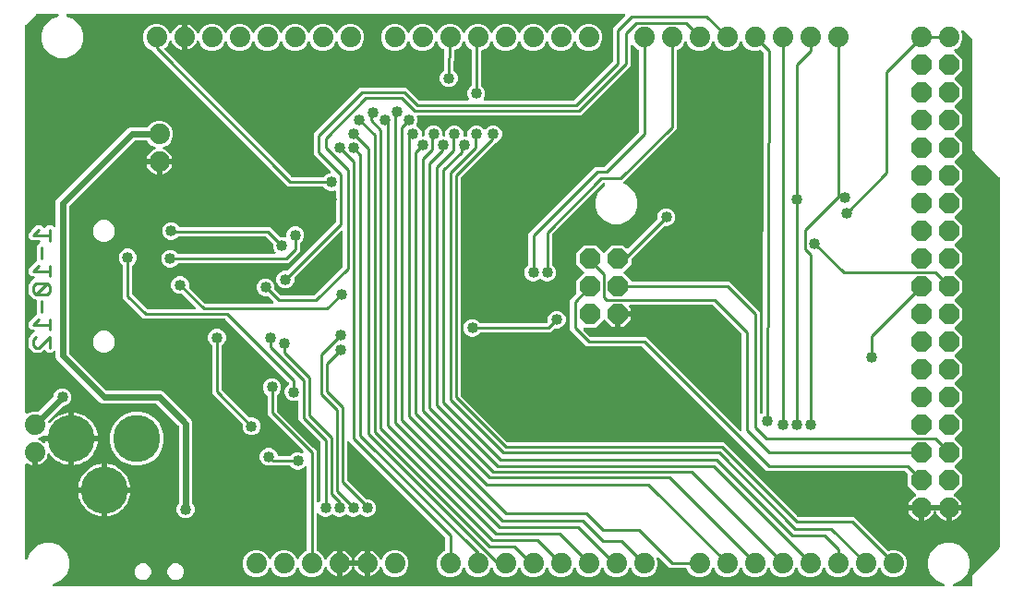
<source format=gbr>
G04 EAGLE Gerber RS-274X export*
G75*
%MOMM*%
%FSLAX34Y34*%
%LPD*%
%INBottom Copper*%
%IPPOS*%
%AMOC8*
5,1,8,0,0,1.08239X$1,22.5*%
G01*
%ADD10C,0.279400*%
%ADD11P,2.034460X8X292.500000*%
%ADD12C,1.879600*%
%ADD13P,2.034460X8X112.500000*%
%ADD14C,4.318000*%
%ADD15C,1.016000*%
%ADD16C,0.254000*%
%ADD17C,0.609600*%

G36*
X846319Y4073D02*
X846319Y4073D01*
X846389Y4072D01*
X846477Y4093D01*
X846566Y4105D01*
X846631Y4130D01*
X846699Y4147D01*
X846778Y4189D01*
X846861Y4222D01*
X846918Y4263D01*
X846980Y4295D01*
X847046Y4356D01*
X847119Y4408D01*
X847163Y4462D01*
X847215Y4509D01*
X847264Y4584D01*
X847322Y4653D01*
X847351Y4717D01*
X847390Y4775D01*
X847419Y4860D01*
X847457Y4941D01*
X847470Y5010D01*
X847493Y5076D01*
X847500Y5165D01*
X847517Y5253D01*
X847513Y5323D01*
X847518Y5393D01*
X847503Y5481D01*
X847497Y5571D01*
X847476Y5637D01*
X847464Y5706D01*
X847427Y5788D01*
X847399Y5873D01*
X847362Y5932D01*
X847333Y5996D01*
X847277Y6066D01*
X847229Y6142D01*
X847178Y6190D01*
X847135Y6244D01*
X847063Y6299D01*
X846997Y6360D01*
X846936Y6394D01*
X846881Y6436D01*
X846736Y6507D01*
X840110Y9251D01*
X834751Y14610D01*
X831851Y21611D01*
X831851Y29189D01*
X834751Y36190D01*
X840110Y41549D01*
X847111Y44449D01*
X854689Y44449D01*
X861690Y41549D01*
X867049Y36190D01*
X869949Y29189D01*
X869949Y21611D01*
X867049Y14610D01*
X861690Y9251D01*
X855064Y6507D01*
X855003Y6472D01*
X854939Y6446D01*
X854866Y6394D01*
X854788Y6349D01*
X854738Y6301D01*
X854681Y6260D01*
X854624Y6190D01*
X854559Y6128D01*
X854523Y6068D01*
X854478Y6015D01*
X854440Y5933D01*
X854393Y5857D01*
X854373Y5790D01*
X854343Y5727D01*
X854326Y5639D01*
X854299Y5553D01*
X854296Y5483D01*
X854283Y5414D01*
X854289Y5325D01*
X854284Y5235D01*
X854298Y5167D01*
X854303Y5097D01*
X854330Y5012D01*
X854349Y4924D01*
X854379Y4861D01*
X854401Y4795D01*
X854449Y4719D01*
X854488Y4638D01*
X854534Y4585D01*
X854571Y4526D01*
X854636Y4464D01*
X854695Y4396D01*
X854752Y4356D01*
X854803Y4308D01*
X854881Y4265D01*
X854955Y4213D01*
X855020Y4188D01*
X855081Y4154D01*
X855168Y4132D01*
X855252Y4100D01*
X855322Y4092D01*
X855389Y4075D01*
X855550Y4065D01*
X870966Y4065D01*
X871084Y4080D01*
X871203Y4087D01*
X871241Y4100D01*
X871282Y4105D01*
X871392Y4148D01*
X871505Y4185D01*
X871540Y4207D01*
X871577Y4222D01*
X871673Y4291D01*
X871774Y4355D01*
X871802Y4385D01*
X871835Y4408D01*
X871911Y4500D01*
X871992Y4587D01*
X872012Y4622D01*
X872037Y4653D01*
X872088Y4761D01*
X872146Y4865D01*
X872156Y4905D01*
X872173Y4941D01*
X872195Y5058D01*
X872225Y5173D01*
X872229Y5233D01*
X872233Y5253D01*
X872231Y5274D01*
X872235Y5334D01*
X872235Y14384D01*
X897264Y39412D01*
X897324Y39490D01*
X897392Y39562D01*
X897421Y39615D01*
X897458Y39663D01*
X897498Y39754D01*
X897546Y39841D01*
X897561Y39899D01*
X897585Y39955D01*
X897600Y40053D01*
X897625Y40149D01*
X897631Y40249D01*
X897635Y40269D01*
X897633Y40281D01*
X897635Y40309D01*
X897635Y378791D01*
X897623Y378889D01*
X897620Y378988D01*
X897603Y379046D01*
X897595Y379106D01*
X897559Y379198D01*
X897531Y379293D01*
X897501Y379346D01*
X897478Y379402D01*
X897420Y379482D01*
X897370Y379567D01*
X897304Y379643D01*
X897292Y379659D01*
X897282Y379667D01*
X897264Y379688D01*
X874988Y401964D01*
X872235Y404716D01*
X872235Y505791D01*
X872223Y505889D01*
X872220Y505988D01*
X872203Y506046D01*
X872195Y506106D01*
X872159Y506198D01*
X872131Y506293D01*
X872101Y506346D01*
X872078Y506402D01*
X872020Y506482D01*
X871970Y506567D01*
X871904Y506643D01*
X871892Y506659D01*
X871882Y506667D01*
X871864Y506688D01*
X864515Y514037D01*
X864460Y514080D01*
X864411Y514130D01*
X864334Y514177D01*
X864264Y514232D01*
X864199Y514260D01*
X864140Y514296D01*
X864054Y514322D01*
X863972Y514358D01*
X863903Y514369D01*
X863836Y514390D01*
X863747Y514394D01*
X863658Y514408D01*
X863588Y514401D01*
X863518Y514405D01*
X863431Y514387D01*
X863341Y514378D01*
X863275Y514355D01*
X863207Y514340D01*
X863126Y514301D01*
X863042Y514271D01*
X862984Y514231D01*
X862921Y514201D01*
X862853Y514142D01*
X862779Y514092D01*
X862732Y514040D01*
X862679Y513994D01*
X862627Y513921D01*
X862568Y513854D01*
X862536Y513791D01*
X862496Y513734D01*
X862464Y513650D01*
X862423Y513570D01*
X862408Y513502D01*
X862383Y513437D01*
X862373Y513348D01*
X862354Y513260D01*
X862356Y513190D01*
X862348Y513121D01*
X862361Y513032D01*
X862363Y512942D01*
X862383Y512875D01*
X862393Y512806D01*
X862445Y512654D01*
X863347Y510476D01*
X863347Y505524D01*
X861452Y500950D01*
X857950Y497448D01*
X856667Y496917D01*
X856624Y496892D01*
X856578Y496875D01*
X856487Y496814D01*
X856391Y496759D01*
X856356Y496725D01*
X856314Y496697D01*
X856242Y496614D01*
X856163Y496538D01*
X856137Y496495D01*
X856104Y496458D01*
X856054Y496361D01*
X855997Y496267D01*
X855982Y496219D01*
X855959Y496175D01*
X855935Y496068D01*
X855903Y495963D01*
X855901Y495913D01*
X855890Y495865D01*
X855893Y495755D01*
X855888Y495645D01*
X855898Y495597D01*
X855899Y495547D01*
X855930Y495441D01*
X855952Y495334D01*
X855974Y495289D01*
X855988Y495241D01*
X856043Y495147D01*
X856092Y495048D01*
X856124Y495010D01*
X856149Y494967D01*
X856256Y494847D01*
X863347Y487756D01*
X863347Y477444D01*
X856700Y470797D01*
X856627Y470703D01*
X856548Y470614D01*
X856530Y470578D01*
X856505Y470546D01*
X856457Y470437D01*
X856403Y470331D01*
X856395Y470292D01*
X856379Y470254D01*
X856360Y470137D01*
X856334Y470021D01*
X856335Y469980D01*
X856329Y469940D01*
X856340Y469822D01*
X856343Y469703D01*
X856355Y469664D01*
X856358Y469624D01*
X856399Y469511D01*
X856432Y469397D01*
X856452Y469362D01*
X856466Y469324D01*
X856533Y469226D01*
X856593Y469123D01*
X856633Y469078D01*
X856645Y469061D01*
X856660Y469048D01*
X856700Y469002D01*
X863347Y462356D01*
X863347Y452044D01*
X856700Y445397D01*
X856627Y445303D01*
X856548Y445214D01*
X856530Y445178D01*
X856505Y445146D01*
X856457Y445037D01*
X856403Y444931D01*
X856395Y444892D01*
X856379Y444854D01*
X856360Y444737D01*
X856334Y444621D01*
X856335Y444580D01*
X856329Y444540D01*
X856340Y444422D01*
X856343Y444303D01*
X856355Y444264D01*
X856358Y444224D01*
X856399Y444111D01*
X856432Y443997D01*
X856450Y443966D01*
X856454Y443955D01*
X856457Y443951D01*
X856466Y443924D01*
X856533Y443826D01*
X856593Y443723D01*
X856619Y443694D01*
X856624Y443686D01*
X856634Y443677D01*
X856645Y443661D01*
X856660Y443648D01*
X856700Y443602D01*
X863347Y436956D01*
X863347Y426644D01*
X856700Y419997D01*
X856627Y419903D01*
X856548Y419814D01*
X856536Y419791D01*
X856535Y419790D01*
X856532Y419782D01*
X856530Y419778D01*
X856505Y419746D01*
X856457Y419637D01*
X856403Y419531D01*
X856395Y419492D01*
X856379Y419454D01*
X856360Y419337D01*
X856334Y419221D01*
X856335Y419180D01*
X856329Y419140D01*
X856340Y419022D01*
X856343Y418903D01*
X856355Y418864D01*
X856358Y418824D01*
X856399Y418711D01*
X856432Y418597D01*
X856452Y418562D01*
X856466Y418524D01*
X856533Y418426D01*
X856593Y418323D01*
X856633Y418278D01*
X856645Y418261D01*
X856660Y418248D01*
X856700Y418202D01*
X863347Y411556D01*
X863347Y401244D01*
X856700Y394597D01*
X856627Y394503D01*
X856548Y394414D01*
X856530Y394378D01*
X856505Y394346D01*
X856457Y394237D01*
X856403Y394131D01*
X856395Y394092D01*
X856379Y394054D01*
X856360Y393937D01*
X856334Y393821D01*
X856335Y393780D01*
X856329Y393740D01*
X856340Y393622D01*
X856343Y393503D01*
X856355Y393464D01*
X856358Y393424D01*
X856399Y393311D01*
X856432Y393197D01*
X856452Y393162D01*
X856466Y393124D01*
X856533Y393026D01*
X856593Y392923D01*
X856633Y392878D01*
X856645Y392861D01*
X856660Y392848D01*
X856700Y392802D01*
X863347Y386156D01*
X863347Y375844D01*
X856700Y369197D01*
X856627Y369103D01*
X856548Y369014D01*
X856530Y368978D01*
X856505Y368946D01*
X856457Y368837D01*
X856403Y368731D01*
X856395Y368692D01*
X856379Y368654D01*
X856360Y368537D01*
X856334Y368421D01*
X856335Y368380D01*
X856329Y368340D01*
X856340Y368222D01*
X856343Y368103D01*
X856355Y368064D01*
X856358Y368024D01*
X856399Y367911D01*
X856432Y367797D01*
X856452Y367762D01*
X856466Y367724D01*
X856533Y367626D01*
X856593Y367523D01*
X856633Y367478D01*
X856645Y367461D01*
X856660Y367448D01*
X856700Y367402D01*
X863347Y360756D01*
X863347Y350444D01*
X856700Y343797D01*
X856627Y343703D01*
X856548Y343614D01*
X856530Y343578D01*
X856505Y343546D01*
X856457Y343437D01*
X856403Y343331D01*
X856395Y343292D01*
X856379Y343254D01*
X856360Y343137D01*
X856334Y343021D01*
X856335Y342980D01*
X856329Y342940D01*
X856340Y342822D01*
X856343Y342703D01*
X856355Y342664D01*
X856358Y342624D01*
X856399Y342511D01*
X856432Y342397D01*
X856452Y342362D01*
X856466Y342324D01*
X856533Y342226D01*
X856593Y342123D01*
X856633Y342078D01*
X856645Y342061D01*
X856660Y342048D01*
X856700Y342002D01*
X863347Y335356D01*
X863347Y325044D01*
X856700Y318397D01*
X856627Y318303D01*
X856548Y318214D01*
X856530Y318178D01*
X856505Y318146D01*
X856457Y318037D01*
X856403Y317931D01*
X856395Y317892D01*
X856379Y317854D01*
X856360Y317737D01*
X856334Y317621D01*
X856335Y317580D01*
X856329Y317540D01*
X856340Y317422D01*
X856343Y317303D01*
X856355Y317264D01*
X856358Y317224D01*
X856399Y317111D01*
X856432Y316997D01*
X856452Y316962D01*
X856466Y316924D01*
X856533Y316826D01*
X856593Y316723D01*
X856633Y316678D01*
X856645Y316661D01*
X856660Y316648D01*
X856700Y316602D01*
X863347Y309956D01*
X863347Y299644D01*
X856700Y292997D01*
X856627Y292903D01*
X856548Y292814D01*
X856530Y292778D01*
X856505Y292746D01*
X856457Y292637D01*
X856403Y292531D01*
X856395Y292492D01*
X856379Y292454D01*
X856360Y292337D01*
X856334Y292221D01*
X856335Y292180D01*
X856329Y292140D01*
X856340Y292022D01*
X856343Y291903D01*
X856355Y291864D01*
X856358Y291824D01*
X856399Y291711D01*
X856432Y291597D01*
X856452Y291562D01*
X856466Y291524D01*
X856533Y291426D01*
X856593Y291323D01*
X856633Y291278D01*
X856645Y291261D01*
X856660Y291248D01*
X856700Y291202D01*
X863347Y284556D01*
X863347Y274244D01*
X856700Y267597D01*
X856627Y267503D01*
X856548Y267414D01*
X856530Y267378D01*
X856505Y267346D01*
X856457Y267237D01*
X856403Y267131D01*
X856395Y267092D01*
X856379Y267054D01*
X856360Y266937D01*
X856334Y266821D01*
X856335Y266780D01*
X856329Y266740D01*
X856340Y266622D01*
X856343Y266503D01*
X856355Y266464D01*
X856358Y266424D01*
X856399Y266311D01*
X856432Y266197D01*
X856452Y266162D01*
X856466Y266124D01*
X856533Y266026D01*
X856593Y265923D01*
X856633Y265878D01*
X856645Y265861D01*
X856660Y265848D01*
X856700Y265802D01*
X863347Y259156D01*
X863347Y248844D01*
X856700Y242197D01*
X856627Y242103D01*
X856548Y242014D01*
X856530Y241978D01*
X856505Y241946D01*
X856457Y241837D01*
X856403Y241731D01*
X856395Y241692D01*
X856379Y241654D01*
X856360Y241537D01*
X856334Y241421D01*
X856335Y241380D01*
X856329Y241340D01*
X856340Y241222D01*
X856343Y241103D01*
X856355Y241064D01*
X856358Y241024D01*
X856399Y240911D01*
X856432Y240797D01*
X856452Y240762D01*
X856466Y240724D01*
X856533Y240626D01*
X856593Y240523D01*
X856633Y240478D01*
X856645Y240461D01*
X856660Y240448D01*
X856700Y240402D01*
X863347Y233756D01*
X863347Y223444D01*
X856700Y216797D01*
X856627Y216703D01*
X856548Y216614D01*
X856530Y216578D01*
X856505Y216546D01*
X856457Y216437D01*
X856403Y216331D01*
X856395Y216292D01*
X856379Y216254D01*
X856360Y216137D01*
X856334Y216021D01*
X856335Y215980D01*
X856329Y215940D01*
X856340Y215822D01*
X856343Y215703D01*
X856355Y215664D01*
X856358Y215624D01*
X856399Y215511D01*
X856432Y215397D01*
X856452Y215362D01*
X856466Y215324D01*
X856533Y215226D01*
X856593Y215123D01*
X856633Y215078D01*
X856645Y215061D01*
X856660Y215048D01*
X856700Y215002D01*
X863347Y208356D01*
X863347Y198044D01*
X856700Y191397D01*
X856627Y191303D01*
X856548Y191214D01*
X856530Y191178D01*
X856505Y191146D01*
X856457Y191037D01*
X856403Y190931D01*
X856395Y190892D01*
X856379Y190854D01*
X856360Y190737D01*
X856334Y190621D01*
X856335Y190580D01*
X856329Y190540D01*
X856340Y190422D01*
X856343Y190303D01*
X856355Y190264D01*
X856358Y190224D01*
X856399Y190111D01*
X856432Y189997D01*
X856452Y189962D01*
X856466Y189924D01*
X856533Y189826D01*
X856593Y189723D01*
X856633Y189678D01*
X856645Y189661D01*
X856660Y189648D01*
X856700Y189602D01*
X863347Y182956D01*
X863347Y172644D01*
X856700Y165997D01*
X856627Y165903D01*
X856548Y165814D01*
X856530Y165778D01*
X856505Y165746D01*
X856457Y165637D01*
X856403Y165531D01*
X856395Y165492D01*
X856379Y165454D01*
X856360Y165337D01*
X856334Y165221D01*
X856335Y165180D01*
X856329Y165140D01*
X856340Y165022D01*
X856343Y164903D01*
X856355Y164864D01*
X856358Y164824D01*
X856399Y164711D01*
X856432Y164597D01*
X856452Y164562D01*
X856466Y164524D01*
X856533Y164426D01*
X856593Y164323D01*
X856633Y164278D01*
X856645Y164261D01*
X856660Y164248D01*
X856700Y164202D01*
X863347Y157556D01*
X863347Y147244D01*
X856700Y140597D01*
X856627Y140503D01*
X856548Y140414D01*
X856530Y140378D01*
X856505Y140346D01*
X856457Y140237D01*
X856403Y140131D01*
X856395Y140092D01*
X856379Y140054D01*
X856360Y139937D01*
X856334Y139821D01*
X856335Y139780D01*
X856329Y139740D01*
X856340Y139622D01*
X856343Y139503D01*
X856355Y139464D01*
X856358Y139424D01*
X856399Y139311D01*
X856432Y139197D01*
X856452Y139162D01*
X856466Y139124D01*
X856533Y139026D01*
X856593Y138923D01*
X856633Y138878D01*
X856645Y138861D01*
X856660Y138848D01*
X856700Y138802D01*
X863347Y132156D01*
X863347Y121844D01*
X856700Y115198D01*
X856627Y115103D01*
X856548Y115014D01*
X856530Y114978D01*
X856505Y114946D01*
X856458Y114837D01*
X856403Y114731D01*
X856395Y114692D01*
X856379Y114654D01*
X856360Y114537D01*
X856334Y114421D01*
X856335Y114380D01*
X856329Y114340D01*
X856340Y114222D01*
X856343Y114103D01*
X856355Y114064D01*
X856358Y114024D01*
X856399Y113911D01*
X856432Y113797D01*
X856452Y113763D01*
X856466Y113724D01*
X856533Y113626D01*
X856593Y113523D01*
X856633Y113478D01*
X856645Y113461D01*
X856660Y113448D01*
X856700Y113403D01*
X863347Y106756D01*
X863347Y96444D01*
X855846Y88944D01*
X855724Y88787D01*
X855651Y88693D01*
X855651Y88692D01*
X855582Y88533D01*
X855525Y88401D01*
X855497Y88228D01*
X855475Y88087D01*
X855495Y87875D01*
X855505Y87771D01*
X855505Y87770D01*
X855575Y87576D01*
X855612Y87471D01*
X855706Y87333D01*
X855790Y87208D01*
X855791Y87208D01*
X855791Y87207D01*
X855898Y87113D01*
X856029Y86997D01*
X856030Y86997D01*
X856167Y86915D01*
X857157Y86411D01*
X858678Y85306D01*
X860006Y83978D01*
X861111Y82457D01*
X861964Y80783D01*
X862545Y78996D01*
X862585Y78739D01*
X852170Y78739D01*
X852052Y78724D01*
X851933Y78717D01*
X851895Y78704D01*
X851855Y78699D01*
X851744Y78656D01*
X851631Y78619D01*
X851597Y78597D01*
X851559Y78582D01*
X851463Y78512D01*
X851362Y78449D01*
X851334Y78419D01*
X851302Y78395D01*
X851226Y78304D01*
X851144Y78217D01*
X851125Y78182D01*
X851099Y78151D01*
X851048Y78043D01*
X850991Y77939D01*
X850980Y77899D01*
X850963Y77863D01*
X850941Y77746D01*
X850911Y77631D01*
X850907Y77570D01*
X850903Y77550D01*
X850905Y77530D01*
X850901Y77470D01*
X850901Y76199D01*
X850899Y76199D01*
X850899Y77470D01*
X850884Y77588D01*
X850877Y77707D01*
X850864Y77745D01*
X850859Y77785D01*
X850815Y77896D01*
X850779Y78009D01*
X850757Y78044D01*
X850742Y78081D01*
X850672Y78177D01*
X850609Y78278D01*
X850579Y78306D01*
X850555Y78339D01*
X850464Y78414D01*
X850377Y78496D01*
X850342Y78516D01*
X850310Y78541D01*
X850203Y78592D01*
X850098Y78650D01*
X850059Y78660D01*
X850023Y78677D01*
X849906Y78699D01*
X849791Y78729D01*
X849730Y78733D01*
X849710Y78737D01*
X849690Y78735D01*
X849630Y78739D01*
X826770Y78739D01*
X826652Y78724D01*
X826533Y78717D01*
X826495Y78704D01*
X826455Y78699D01*
X826344Y78656D01*
X826231Y78619D01*
X826197Y78597D01*
X826159Y78582D01*
X826063Y78512D01*
X825962Y78449D01*
X825934Y78419D01*
X825902Y78395D01*
X825826Y78304D01*
X825744Y78217D01*
X825725Y78182D01*
X825699Y78151D01*
X825648Y78043D01*
X825591Y77939D01*
X825580Y77899D01*
X825563Y77863D01*
X825541Y77746D01*
X825511Y77631D01*
X825507Y77570D01*
X825503Y77550D01*
X825505Y77530D01*
X825501Y77470D01*
X825501Y76199D01*
X825499Y76199D01*
X825499Y77470D01*
X825484Y77588D01*
X825477Y77707D01*
X825464Y77745D01*
X825459Y77785D01*
X825415Y77896D01*
X825379Y78009D01*
X825357Y78044D01*
X825342Y78081D01*
X825272Y78177D01*
X825209Y78278D01*
X825179Y78306D01*
X825155Y78339D01*
X825064Y78414D01*
X824977Y78496D01*
X824942Y78516D01*
X824910Y78541D01*
X824803Y78592D01*
X824698Y78650D01*
X824659Y78660D01*
X824623Y78677D01*
X824506Y78699D01*
X824391Y78729D01*
X824330Y78733D01*
X824310Y78737D01*
X824290Y78735D01*
X824230Y78739D01*
X813815Y78739D01*
X813855Y78996D01*
X814436Y80783D01*
X815289Y82457D01*
X816394Y83978D01*
X817722Y85306D01*
X819243Y86411D01*
X820232Y86915D01*
X820233Y86915D01*
X820353Y86997D01*
X820495Y87094D01*
X820496Y87094D01*
X820611Y87225D01*
X820706Y87332D01*
X820706Y87333D01*
X820777Y87472D01*
X820850Y87615D01*
X820850Y87616D01*
X820851Y87616D01*
X820877Y87735D01*
X820920Y87926D01*
X820917Y88038D01*
X820910Y88243D01*
X820910Y88244D01*
X820872Y88375D01*
X820822Y88549D01*
X820822Y88550D01*
X820737Y88693D01*
X820660Y88823D01*
X820659Y88824D01*
X820554Y88944D01*
X813053Y96444D01*
X813053Y106957D01*
X813069Y106993D01*
X813088Y107111D01*
X813114Y107227D01*
X813112Y107267D01*
X813119Y107307D01*
X813108Y107426D01*
X813104Y107545D01*
X813093Y107583D01*
X813089Y107624D01*
X813049Y107736D01*
X813015Y107850D01*
X812995Y107885D01*
X812981Y107923D01*
X812914Y108022D01*
X812854Y108124D01*
X812814Y108169D01*
X812803Y108186D01*
X812787Y108200D01*
X812748Y108245D01*
X811383Y109610D01*
X811305Y109670D01*
X811232Y109738D01*
X811179Y109767D01*
X811132Y109804D01*
X811041Y109844D01*
X810954Y109892D01*
X810895Y109907D01*
X810840Y109931D01*
X810742Y109946D01*
X810646Y109971D01*
X810546Y109977D01*
X810526Y109981D01*
X810513Y109979D01*
X810485Y109981D01*
X684011Y109981D01*
X570083Y223910D01*
X570005Y223970D01*
X569932Y224038D01*
X569879Y224067D01*
X569832Y224104D01*
X569741Y224144D01*
X569654Y224192D01*
X569595Y224207D01*
X569540Y224231D01*
X569442Y224246D01*
X569346Y224271D01*
X569246Y224277D01*
X569226Y224281D01*
X569213Y224279D01*
X569185Y224281D01*
X518911Y224281D01*
X503681Y239511D01*
X503681Y267219D01*
X506583Y270120D01*
X509218Y272755D01*
X509291Y272849D01*
X509369Y272938D01*
X509388Y272974D01*
X509412Y273006D01*
X509460Y273116D01*
X509514Y273222D01*
X509523Y273261D01*
X509539Y273298D01*
X509558Y273416D01*
X509584Y273532D01*
X509582Y273572D01*
X509589Y273612D01*
X509578Y273731D01*
X509574Y273850D01*
X509563Y273889D01*
X509559Y273929D01*
X509523Y274028D01*
X509523Y284556D01*
X516170Y291203D01*
X516243Y291297D01*
X516322Y291386D01*
X516340Y291422D01*
X516365Y291454D01*
X516413Y291563D01*
X516467Y291669D01*
X516475Y291708D01*
X516491Y291746D01*
X516510Y291863D01*
X516536Y291979D01*
X516535Y292020D01*
X516541Y292060D01*
X516530Y292178D01*
X516527Y292297D01*
X516515Y292336D01*
X516512Y292376D01*
X516471Y292489D01*
X516438Y292603D01*
X516418Y292638D01*
X516404Y292676D01*
X516337Y292774D01*
X516277Y292877D01*
X516237Y292922D01*
X516225Y292939D01*
X516210Y292952D01*
X516170Y292998D01*
X509523Y299644D01*
X509523Y309956D01*
X516814Y317247D01*
X527126Y317247D01*
X533772Y310600D01*
X533867Y310527D01*
X533956Y310448D01*
X533992Y310430D01*
X534024Y310405D01*
X534133Y310358D01*
X534239Y310303D01*
X534278Y310295D01*
X534316Y310279D01*
X534433Y310260D01*
X534549Y310234D01*
X534590Y310235D01*
X534630Y310229D01*
X534748Y310240D01*
X534867Y310243D01*
X534906Y310255D01*
X534946Y310258D01*
X535059Y310299D01*
X535173Y310332D01*
X535207Y310352D01*
X535246Y310366D01*
X535344Y310433D01*
X535447Y310493D01*
X535492Y310533D01*
X535509Y310545D01*
X535522Y310560D01*
X535567Y310600D01*
X542214Y317247D01*
X552526Y317247D01*
X555395Y314377D01*
X555489Y314304D01*
X555578Y314226D01*
X555614Y314207D01*
X555646Y314183D01*
X555755Y314135D01*
X555861Y314081D01*
X555901Y314072D01*
X555938Y314056D01*
X556056Y314037D01*
X556172Y314011D01*
X556212Y314013D01*
X556252Y314006D01*
X556371Y314017D01*
X556490Y314021D01*
X556528Y314032D01*
X556569Y314036D01*
X556681Y314076D01*
X556795Y314110D01*
X556830Y314130D01*
X556868Y314144D01*
X556966Y314211D01*
X557069Y314271D01*
X557114Y314311D01*
X557131Y314322D01*
X557145Y314338D01*
X557190Y314377D01*
X583320Y340507D01*
X583380Y340585D01*
X583448Y340657D01*
X583477Y340710D01*
X583514Y340758D01*
X583554Y340849D01*
X583602Y340936D01*
X583617Y340995D01*
X583641Y341050D01*
X583656Y341148D01*
X583681Y341244D01*
X583687Y341344D01*
X583691Y341364D01*
X583689Y341377D01*
X583691Y341405D01*
X583691Y344517D01*
X584929Y347505D01*
X587215Y349791D01*
X590203Y351029D01*
X593437Y351029D01*
X596425Y349791D01*
X598711Y347505D01*
X599949Y344517D01*
X599949Y341283D01*
X598711Y338295D01*
X596425Y336009D01*
X593437Y334771D01*
X590325Y334771D01*
X590226Y334759D01*
X590127Y334756D01*
X590069Y334739D01*
X590009Y334731D01*
X589917Y334695D01*
X589822Y334667D01*
X589770Y334637D01*
X589713Y334614D01*
X589633Y334556D01*
X589548Y334506D01*
X589473Y334440D01*
X589456Y334428D01*
X589448Y334418D01*
X589427Y334400D01*
X560188Y305161D01*
X560128Y305083D01*
X560060Y305011D01*
X560031Y304958D01*
X559994Y304910D01*
X559954Y304819D01*
X559906Y304732D01*
X559891Y304673D01*
X559867Y304618D01*
X559852Y304520D01*
X559827Y304424D01*
X559821Y304324D01*
X559817Y304304D01*
X559819Y304291D01*
X559817Y304263D01*
X559817Y299644D01*
X553170Y292998D01*
X553097Y292903D01*
X553018Y292814D01*
X553000Y292778D01*
X552975Y292746D01*
X552928Y292637D01*
X552873Y292531D01*
X552865Y292492D01*
X552849Y292454D01*
X552830Y292337D01*
X552804Y292221D01*
X552805Y292180D01*
X552799Y292140D01*
X552810Y292022D01*
X552813Y291903D01*
X552825Y291864D01*
X552828Y291824D01*
X552869Y291711D01*
X552902Y291597D01*
X552922Y291563D01*
X552936Y291524D01*
X553003Y291426D01*
X553063Y291323D01*
X553103Y291278D01*
X553115Y291261D01*
X553130Y291248D01*
X553170Y291203D01*
X559959Y284413D01*
X559974Y284377D01*
X560043Y284281D01*
X560107Y284180D01*
X560137Y284152D01*
X560160Y284119D01*
X560252Y284043D01*
X560339Y283962D01*
X560374Y283942D01*
X560405Y283917D01*
X560513Y283866D01*
X560617Y283808D01*
X560657Y283798D01*
X560693Y283781D01*
X560810Y283759D01*
X560925Y283729D01*
X560985Y283725D01*
X561005Y283721D01*
X561026Y283723D01*
X561086Y283719D01*
X649489Y283719D01*
X677419Y255789D01*
X677419Y163659D01*
X677436Y163521D01*
X677449Y163382D01*
X677456Y163363D01*
X677459Y163343D01*
X677510Y163214D01*
X677557Y163083D01*
X677568Y163066D01*
X677576Y163048D01*
X677657Y162935D01*
X677735Y162820D01*
X677751Y162807D01*
X677762Y162790D01*
X677870Y162701D01*
X677974Y162609D01*
X677992Y162600D01*
X678007Y162587D01*
X678133Y162528D01*
X678257Y162465D01*
X678277Y162460D01*
X678295Y162452D01*
X678431Y162426D01*
X678567Y162395D01*
X678588Y162396D01*
X678607Y162392D01*
X678746Y162401D01*
X678885Y162405D01*
X678905Y162411D01*
X678925Y162412D01*
X679057Y162455D01*
X679191Y162493D01*
X679208Y162504D01*
X679227Y162510D01*
X679345Y162584D01*
X679465Y162655D01*
X679486Y162673D01*
X679496Y162680D01*
X679510Y162695D01*
X679585Y162761D01*
X679868Y163044D01*
X679928Y163121D01*
X679994Y163191D01*
X680025Y163246D01*
X680063Y163295D01*
X680102Y163384D01*
X680149Y163469D01*
X680165Y163530D01*
X680190Y163587D01*
X680205Y163683D01*
X680229Y163776D01*
X680237Y163882D01*
X680240Y163901D01*
X680239Y163912D01*
X680240Y163937D01*
X681473Y492989D01*
X681460Y493090D01*
X681457Y493191D01*
X681441Y493247D01*
X681434Y493305D01*
X681397Y493399D01*
X681369Y493497D01*
X681339Y493547D01*
X681318Y493601D01*
X681259Y493683D01*
X681207Y493771D01*
X681145Y493842D01*
X681132Y493859D01*
X681122Y493868D01*
X681101Y493892D01*
X678907Y496085D01*
X678884Y496103D01*
X678865Y496126D01*
X678759Y496201D01*
X678656Y496280D01*
X678629Y496292D01*
X678605Y496309D01*
X678483Y496355D01*
X678364Y496406D01*
X678335Y496411D01*
X678307Y496421D01*
X678178Y496436D01*
X678050Y496456D01*
X678021Y496453D01*
X677991Y496457D01*
X677863Y496439D01*
X677733Y496426D01*
X677706Y496416D01*
X677676Y496412D01*
X677524Y496360D01*
X675576Y495553D01*
X670624Y495553D01*
X666050Y497448D01*
X662548Y500950D01*
X661573Y503305D01*
X661504Y503425D01*
X661439Y503548D01*
X661425Y503563D01*
X661415Y503581D01*
X661318Y503681D01*
X661225Y503784D01*
X661208Y503795D01*
X661194Y503809D01*
X661075Y503882D01*
X660959Y503958D01*
X660940Y503965D01*
X660923Y503976D01*
X660790Y504016D01*
X660658Y504062D01*
X660638Y504063D01*
X660619Y504069D01*
X660480Y504076D01*
X660341Y504087D01*
X660321Y504083D01*
X660301Y504084D01*
X660165Y504056D01*
X660028Y504032D01*
X660009Y504024D01*
X659990Y504020D01*
X659864Y503959D01*
X659738Y503902D01*
X659722Y503889D01*
X659704Y503880D01*
X659598Y503790D01*
X659490Y503703D01*
X659477Y503687D01*
X659462Y503674D01*
X659382Y503560D01*
X659298Y503449D01*
X659286Y503424D01*
X659279Y503414D01*
X659272Y503395D01*
X659227Y503305D01*
X658252Y500950D01*
X654750Y497448D01*
X650176Y495553D01*
X645224Y495553D01*
X640650Y497448D01*
X637148Y500950D01*
X636173Y503305D01*
X636104Y503425D01*
X636039Y503548D01*
X636025Y503563D01*
X636015Y503581D01*
X635918Y503681D01*
X635825Y503784D01*
X635808Y503795D01*
X635794Y503809D01*
X635675Y503882D01*
X635559Y503958D01*
X635540Y503965D01*
X635523Y503976D01*
X635390Y504016D01*
X635258Y504062D01*
X635238Y504063D01*
X635219Y504069D01*
X635080Y504076D01*
X634941Y504087D01*
X634921Y504083D01*
X634901Y504084D01*
X634765Y504056D01*
X634628Y504032D01*
X634609Y504024D01*
X634590Y504020D01*
X634464Y503959D01*
X634338Y503902D01*
X634322Y503889D01*
X634304Y503880D01*
X634198Y503790D01*
X634090Y503703D01*
X634077Y503687D01*
X634062Y503674D01*
X633982Y503560D01*
X633898Y503449D01*
X633886Y503424D01*
X633879Y503414D01*
X633872Y503395D01*
X633827Y503305D01*
X632852Y500950D01*
X629350Y497448D01*
X624776Y495553D01*
X619824Y495553D01*
X615250Y497448D01*
X611748Y500950D01*
X610773Y503305D01*
X610704Y503425D01*
X610639Y503548D01*
X610625Y503563D01*
X610615Y503581D01*
X610518Y503681D01*
X610425Y503784D01*
X610408Y503795D01*
X610394Y503809D01*
X610275Y503882D01*
X610159Y503958D01*
X610140Y503965D01*
X610123Y503976D01*
X609990Y504016D01*
X609858Y504062D01*
X609838Y504063D01*
X609819Y504069D01*
X609680Y504076D01*
X609541Y504087D01*
X609521Y504083D01*
X609501Y504084D01*
X609365Y504056D01*
X609228Y504032D01*
X609209Y504024D01*
X609190Y504020D01*
X609064Y503959D01*
X608938Y503902D01*
X608922Y503889D01*
X608904Y503880D01*
X608798Y503790D01*
X608690Y503703D01*
X608677Y503687D01*
X608662Y503674D01*
X608582Y503560D01*
X608498Y503449D01*
X608486Y503424D01*
X608479Y503414D01*
X608472Y503395D01*
X608427Y503305D01*
X607452Y500950D01*
X603950Y497448D01*
X602002Y496641D01*
X601977Y496627D01*
X601949Y496617D01*
X601839Y496548D01*
X601726Y496484D01*
X601705Y496463D01*
X601680Y496447D01*
X601591Y496353D01*
X601498Y496262D01*
X601482Y496237D01*
X601462Y496216D01*
X601399Y496102D01*
X601331Y495991D01*
X601323Y495963D01*
X601308Y495937D01*
X601276Y495811D01*
X601238Y495687D01*
X601236Y495658D01*
X601229Y495629D01*
X601219Y495469D01*
X601219Y423661D01*
X598317Y420760D01*
X552871Y375313D01*
X552840Y375274D01*
X552804Y375241D01*
X552743Y375149D01*
X552676Y375062D01*
X552656Y375016D01*
X552629Y374975D01*
X552593Y374871D01*
X552550Y374770D01*
X552542Y374721D01*
X552526Y374674D01*
X552517Y374565D01*
X552500Y374456D01*
X552504Y374407D01*
X552500Y374357D01*
X552519Y374249D01*
X552529Y374139D01*
X552546Y374093D01*
X552555Y374044D01*
X552600Y373944D01*
X552637Y373840D01*
X552665Y373799D01*
X552685Y373754D01*
X552754Y373668D01*
X552816Y373577D01*
X552853Y373544D01*
X552884Y373505D01*
X552972Y373439D01*
X553054Y373366D01*
X553098Y373344D01*
X553138Y373314D01*
X553283Y373243D01*
X556890Y371749D01*
X562249Y366390D01*
X565149Y359389D01*
X565149Y351811D01*
X562249Y344810D01*
X556890Y339451D01*
X549889Y336551D01*
X542311Y336551D01*
X535310Y339451D01*
X529951Y344810D01*
X527051Y351811D01*
X527051Y359389D01*
X529951Y366390D01*
X535333Y371772D01*
X535389Y371812D01*
X535467Y371857D01*
X535517Y371905D01*
X535573Y371946D01*
X535631Y372016D01*
X535695Y372078D01*
X535732Y372138D01*
X535776Y372191D01*
X535814Y372272D01*
X535861Y372349D01*
X535882Y372416D01*
X535912Y372479D01*
X535929Y372567D01*
X535955Y372653D01*
X535958Y372723D01*
X535972Y372792D01*
X535966Y372881D01*
X535970Y372971D01*
X535956Y373039D01*
X535952Y373109D01*
X535924Y373194D01*
X535906Y373282D01*
X535875Y373345D01*
X535854Y373411D01*
X535806Y373487D01*
X535766Y373568D01*
X535721Y373621D01*
X535684Y373680D01*
X535618Y373742D01*
X535560Y373810D01*
X535503Y373850D01*
X535452Y373898D01*
X535374Y373941D01*
X535300Y373993D01*
X535235Y374018D01*
X535174Y374052D01*
X535087Y374074D01*
X535003Y374106D01*
X534933Y374114D01*
X534866Y374131D01*
X534705Y374141D01*
X534445Y374141D01*
X534346Y374129D01*
X534247Y374126D01*
X534189Y374109D01*
X534129Y374101D01*
X534037Y374065D01*
X533942Y374037D01*
X533890Y374007D01*
X533833Y373984D01*
X533753Y373926D01*
X533668Y373876D01*
X533593Y373810D01*
X533576Y373798D01*
X533568Y373788D01*
X533547Y373770D01*
X487290Y327513D01*
X487230Y327435D01*
X487162Y327362D01*
X487133Y327309D01*
X487096Y327262D01*
X487056Y327171D01*
X487008Y327084D01*
X486993Y327025D01*
X486969Y326970D01*
X486954Y326872D01*
X486929Y326776D01*
X486923Y326676D01*
X486919Y326656D01*
X486921Y326643D01*
X486919Y326615D01*
X486919Y299803D01*
X486931Y299705D01*
X486934Y299606D01*
X486943Y299574D01*
X486944Y299563D01*
X486952Y299537D01*
X486959Y299487D01*
X486995Y299395D01*
X487023Y299300D01*
X487037Y299275D01*
X487042Y299261D01*
X487059Y299234D01*
X487076Y299192D01*
X487134Y299112D01*
X487184Y299026D01*
X487206Y299001D01*
X487212Y298992D01*
X487225Y298980D01*
X487250Y298951D01*
X487262Y298934D01*
X487272Y298926D01*
X487290Y298905D01*
X489491Y296705D01*
X490729Y293717D01*
X490729Y290483D01*
X489491Y287495D01*
X487205Y285209D01*
X484217Y283971D01*
X480983Y283971D01*
X477995Y285209D01*
X477147Y286057D01*
X477053Y286130D01*
X476964Y286208D01*
X476928Y286227D01*
X476896Y286252D01*
X476787Y286299D01*
X476681Y286353D01*
X476642Y286362D01*
X476604Y286378D01*
X476487Y286397D01*
X476371Y286423D01*
X476330Y286422D01*
X476290Y286428D01*
X476172Y286417D01*
X476053Y286413D01*
X476014Y286402D01*
X475974Y286398D01*
X475862Y286358D01*
X475747Y286325D01*
X475712Y286304D01*
X475674Y286290D01*
X475576Y286224D01*
X475473Y286163D01*
X475428Y286123D01*
X475411Y286112D01*
X475398Y286097D01*
X475352Y286057D01*
X474505Y285209D01*
X471517Y283971D01*
X468283Y283971D01*
X465295Y285209D01*
X463009Y287495D01*
X461771Y290483D01*
X461771Y293717D01*
X463009Y296705D01*
X465210Y298905D01*
X465270Y298984D01*
X465338Y299056D01*
X465359Y299093D01*
X465381Y299119D01*
X465388Y299136D01*
X465404Y299157D01*
X465444Y299248D01*
X465492Y299334D01*
X465504Y299380D01*
X465516Y299407D01*
X465519Y299420D01*
X465531Y299448D01*
X465546Y299546D01*
X465571Y299642D01*
X465577Y299742D01*
X465581Y299763D01*
X465579Y299775D01*
X465581Y299803D01*
X465581Y328179D01*
X526531Y389129D01*
X534895Y389129D01*
X534994Y389141D01*
X535093Y389144D01*
X535151Y389161D01*
X535211Y389169D01*
X535303Y389205D01*
X535398Y389233D01*
X535450Y389263D01*
X535507Y389286D01*
X535587Y389344D01*
X535672Y389394D01*
X535747Y389460D01*
X535764Y389472D01*
X535772Y389482D01*
X535793Y389500D01*
X566810Y420517D01*
X566870Y420595D01*
X566938Y420668D01*
X566967Y420721D01*
X567004Y420768D01*
X567044Y420859D01*
X567092Y420946D01*
X567107Y421005D01*
X567131Y421060D01*
X567146Y421158D01*
X567171Y421254D01*
X567177Y421354D01*
X567181Y421374D01*
X567179Y421387D01*
X567181Y421415D01*
X567181Y495469D01*
X567178Y495498D01*
X567180Y495527D01*
X567158Y495655D01*
X567141Y495784D01*
X567131Y495811D01*
X567126Y495841D01*
X567072Y495959D01*
X567024Y496080D01*
X567007Y496104D01*
X566995Y496131D01*
X566914Y496232D01*
X566838Y496337D01*
X566815Y496356D01*
X566796Y496379D01*
X566693Y496457D01*
X566593Y496540D01*
X566566Y496553D01*
X566542Y496570D01*
X566398Y496641D01*
X564450Y497448D01*
X561475Y500422D01*
X561366Y500507D01*
X561259Y500596D01*
X561240Y500605D01*
X561224Y500617D01*
X561096Y500673D01*
X560971Y500732D01*
X560951Y500735D01*
X560932Y500743D01*
X560794Y500765D01*
X560658Y500791D01*
X560638Y500790D01*
X560618Y500793D01*
X560479Y500780D01*
X560341Y500772D01*
X560322Y500765D01*
X560302Y500764D01*
X560170Y500716D01*
X560039Y500674D01*
X560021Y500663D01*
X560002Y500656D01*
X559887Y500578D01*
X559770Y500503D01*
X559756Y500489D01*
X559739Y500477D01*
X559647Y500373D01*
X559552Y500272D01*
X559542Y500254D01*
X559529Y500239D01*
X559465Y500115D01*
X559398Y499993D01*
X559393Y499974D01*
X559384Y499956D01*
X559354Y499820D01*
X559319Y499685D01*
X559317Y499657D01*
X559314Y499645D01*
X559315Y499625D01*
X559309Y499525D01*
X559309Y482081D01*
X513599Y436371D01*
X364405Y436371D01*
X364355Y436365D01*
X364306Y436367D01*
X364198Y436345D01*
X364089Y436331D01*
X364043Y436313D01*
X363994Y436303D01*
X363896Y436255D01*
X363793Y436214D01*
X363753Y436185D01*
X363708Y436163D01*
X363625Y436092D01*
X363536Y436028D01*
X363504Y435989D01*
X363466Y435957D01*
X363403Y435867D01*
X363333Y435783D01*
X363312Y435738D01*
X363283Y435697D01*
X363244Y435594D01*
X363198Y435495D01*
X363188Y435446D01*
X363171Y435400D01*
X363158Y435290D01*
X363138Y435183D01*
X363141Y435133D01*
X363135Y435084D01*
X363151Y434975D01*
X363158Y434865D01*
X363173Y434818D01*
X363180Y434769D01*
X363232Y434616D01*
X363729Y433417D01*
X363729Y430183D01*
X362774Y427879D01*
X362743Y427764D01*
X362704Y427651D01*
X362701Y427611D01*
X362690Y427572D01*
X362688Y427453D01*
X362679Y427334D01*
X362686Y427295D01*
X362685Y427254D01*
X362713Y427138D01*
X362733Y427021D01*
X362750Y426984D01*
X362759Y426945D01*
X362815Y426839D01*
X362864Y426731D01*
X362889Y426699D01*
X362908Y426664D01*
X362988Y426576D01*
X363063Y426483D01*
X363095Y426458D01*
X363122Y426428D01*
X363222Y426363D01*
X363317Y426291D01*
X363371Y426265D01*
X363388Y426254D01*
X363407Y426247D01*
X363461Y426220D01*
X364015Y425991D01*
X366301Y423705D01*
X367539Y420717D01*
X367539Y418338D01*
X367554Y418220D01*
X367561Y418101D01*
X367574Y418063D01*
X367579Y418022D01*
X367622Y417912D01*
X367659Y417799D01*
X367681Y417764D01*
X367696Y417727D01*
X367765Y417631D01*
X367829Y417530D01*
X367859Y417502D01*
X367882Y417469D01*
X367974Y417393D01*
X368061Y417312D01*
X368096Y417292D01*
X368127Y417267D01*
X368235Y417216D01*
X368339Y417158D01*
X368379Y417148D01*
X368415Y417131D01*
X368532Y417109D01*
X368647Y417079D01*
X368707Y417075D01*
X368727Y417071D01*
X368748Y417073D01*
X368808Y417069D01*
X369062Y417069D01*
X369180Y417084D01*
X369299Y417091D01*
X369337Y417104D01*
X369378Y417109D01*
X369488Y417152D01*
X369601Y417189D01*
X369636Y417211D01*
X369673Y417226D01*
X369769Y417295D01*
X369870Y417359D01*
X369898Y417389D01*
X369931Y417412D01*
X370007Y417504D01*
X370088Y417591D01*
X370108Y417626D01*
X370133Y417657D01*
X370184Y417765D01*
X370242Y417869D01*
X370252Y417909D01*
X370269Y417945D01*
X370291Y418062D01*
X370321Y418177D01*
X370325Y418237D01*
X370329Y418257D01*
X370327Y418278D01*
X370331Y418338D01*
X370331Y420717D01*
X371569Y423705D01*
X373855Y425991D01*
X376843Y427229D01*
X380077Y427229D01*
X383065Y425991D01*
X385351Y423705D01*
X386589Y420717D01*
X386589Y418338D01*
X386604Y418220D01*
X386611Y418101D01*
X386624Y418063D01*
X386629Y418022D01*
X386672Y417912D01*
X386709Y417799D01*
X386731Y417764D01*
X386746Y417727D01*
X386815Y417631D01*
X386879Y417530D01*
X386909Y417502D01*
X386932Y417469D01*
X387024Y417393D01*
X387111Y417312D01*
X387146Y417292D01*
X387177Y417267D01*
X387285Y417216D01*
X387389Y417158D01*
X387429Y417148D01*
X387465Y417131D01*
X387582Y417109D01*
X387697Y417079D01*
X387757Y417075D01*
X387777Y417071D01*
X387798Y417073D01*
X387858Y417069D01*
X388112Y417069D01*
X388230Y417084D01*
X388349Y417091D01*
X388387Y417104D01*
X388428Y417109D01*
X388538Y417152D01*
X388651Y417189D01*
X388686Y417211D01*
X388723Y417226D01*
X388819Y417295D01*
X388920Y417359D01*
X388948Y417389D01*
X388981Y417412D01*
X389057Y417504D01*
X389138Y417591D01*
X389158Y417626D01*
X389183Y417657D01*
X389234Y417765D01*
X389292Y417869D01*
X389302Y417909D01*
X389319Y417945D01*
X389341Y418062D01*
X389371Y418177D01*
X389375Y418237D01*
X389379Y418257D01*
X389377Y418278D01*
X389381Y418338D01*
X389381Y420717D01*
X390619Y423705D01*
X392905Y425991D01*
X395893Y427229D01*
X399127Y427229D01*
X402115Y425991D01*
X404401Y423705D01*
X405639Y420717D01*
X405639Y418338D01*
X405654Y418220D01*
X405661Y418101D01*
X405674Y418063D01*
X405679Y418022D01*
X405722Y417912D01*
X405759Y417799D01*
X405781Y417764D01*
X405796Y417727D01*
X405865Y417631D01*
X405929Y417530D01*
X405959Y417502D01*
X405982Y417469D01*
X406074Y417393D01*
X406161Y417312D01*
X406196Y417292D01*
X406227Y417267D01*
X406335Y417216D01*
X406439Y417158D01*
X406479Y417148D01*
X406515Y417131D01*
X406632Y417109D01*
X406747Y417079D01*
X406807Y417075D01*
X406827Y417071D01*
X406848Y417073D01*
X406908Y417069D01*
X408028Y417069D01*
X408039Y417064D01*
X408147Y417043D01*
X408253Y417014D01*
X408303Y417013D01*
X408352Y417004D01*
X408461Y417011D01*
X408571Y417009D01*
X408619Y417021D01*
X408669Y417024D01*
X408773Y417057D01*
X408880Y417083D01*
X408924Y417106D01*
X408971Y417122D01*
X409064Y417180D01*
X409161Y417232D01*
X409198Y417265D01*
X409240Y417292D01*
X409315Y417372D01*
X409397Y417446D01*
X409424Y417487D01*
X409458Y417523D01*
X409511Y417620D01*
X409571Y417711D01*
X409588Y417758D01*
X409612Y417802D01*
X409639Y417908D01*
X409675Y418012D01*
X409679Y418062D01*
X409691Y418110D01*
X409701Y418271D01*
X409701Y420717D01*
X410939Y423705D01*
X413225Y425991D01*
X416213Y427229D01*
X419447Y427229D01*
X422435Y425991D01*
X424553Y423873D01*
X424647Y423800D01*
X424736Y423722D01*
X424772Y423703D01*
X424804Y423678D01*
X424913Y423631D01*
X425019Y423577D01*
X425058Y423568D01*
X425096Y423552D01*
X425213Y423533D01*
X425329Y423507D01*
X425370Y423508D01*
X425410Y423502D01*
X425528Y423513D01*
X425647Y423517D01*
X425686Y423528D01*
X425726Y423532D01*
X425838Y423572D01*
X425953Y423605D01*
X425988Y423626D01*
X426026Y423640D01*
X426124Y423707D01*
X426227Y423767D01*
X426272Y423807D01*
X426289Y423818D01*
X426302Y423833D01*
X426348Y423873D01*
X428465Y425991D01*
X431453Y427229D01*
X434687Y427229D01*
X437675Y425991D01*
X439961Y423705D01*
X441199Y420717D01*
X441199Y417483D01*
X439961Y414495D01*
X437675Y412209D01*
X435214Y411189D01*
X435206Y411185D01*
X435197Y411182D01*
X435068Y411106D01*
X434937Y411032D01*
X434931Y411025D01*
X434923Y411021D01*
X434802Y410914D01*
X433217Y409330D01*
X403470Y379583D01*
X403410Y379505D01*
X403342Y379432D01*
X403313Y379379D01*
X403276Y379332D01*
X403236Y379241D01*
X403188Y379154D01*
X403173Y379095D01*
X403149Y379040D01*
X403134Y378942D01*
X403109Y378846D01*
X403103Y378746D01*
X403099Y378726D01*
X403101Y378713D01*
X403099Y378685D01*
X403099Y180115D01*
X403111Y180016D01*
X403114Y179917D01*
X403131Y179859D01*
X403139Y179799D01*
X403175Y179707D01*
X403203Y179612D01*
X403233Y179560D01*
X403256Y179503D01*
X403314Y179423D01*
X403364Y179338D01*
X403430Y179263D01*
X403442Y179246D01*
X403452Y179238D01*
X403470Y179217D01*
X445917Y136770D01*
X445995Y136710D01*
X446068Y136642D01*
X446121Y136613D01*
X446168Y136576D01*
X446259Y136536D01*
X446346Y136488D01*
X446405Y136473D01*
X446460Y136449D01*
X446558Y136434D01*
X446654Y136409D01*
X446754Y136403D01*
X446774Y136399D01*
X446787Y136401D01*
X446815Y136399D01*
X644409Y136399D01*
X712617Y68190D01*
X712695Y68130D01*
X712768Y68062D01*
X712821Y68033D01*
X712868Y67996D01*
X712959Y67956D01*
X713046Y67908D01*
X713105Y67893D01*
X713160Y67869D01*
X713258Y67854D01*
X713354Y67829D01*
X713454Y67823D01*
X713474Y67819D01*
X713487Y67821D01*
X713515Y67819D01*
X763789Y67819D01*
X766690Y64917D01*
X794293Y37315D01*
X794316Y37297D01*
X794335Y37274D01*
X794441Y37200D01*
X794544Y37120D01*
X794571Y37108D01*
X794595Y37091D01*
X794717Y37045D01*
X794836Y36994D01*
X794865Y36989D01*
X794893Y36978D01*
X795022Y36964D01*
X795150Y36944D01*
X795179Y36947D01*
X795209Y36943D01*
X795337Y36961D01*
X795467Y36974D01*
X795494Y36984D01*
X795524Y36988D01*
X795676Y37040D01*
X797624Y37847D01*
X802576Y37847D01*
X807150Y35952D01*
X810652Y32450D01*
X812547Y27876D01*
X812547Y22924D01*
X810652Y18350D01*
X807150Y14848D01*
X802576Y12953D01*
X797624Y12953D01*
X793050Y14848D01*
X789548Y18350D01*
X788573Y20705D01*
X788504Y20825D01*
X788439Y20948D01*
X788425Y20963D01*
X788415Y20981D01*
X788318Y21081D01*
X788225Y21184D01*
X788208Y21195D01*
X788194Y21209D01*
X788075Y21282D01*
X787959Y21358D01*
X787940Y21365D01*
X787923Y21376D01*
X787790Y21416D01*
X787658Y21462D01*
X787638Y21463D01*
X787619Y21469D01*
X787480Y21476D01*
X787341Y21487D01*
X787321Y21483D01*
X787301Y21484D01*
X787165Y21456D01*
X787028Y21432D01*
X787009Y21424D01*
X786990Y21420D01*
X786864Y21359D01*
X786738Y21302D01*
X786722Y21289D01*
X786704Y21280D01*
X786598Y21190D01*
X786490Y21103D01*
X786477Y21087D01*
X786462Y21074D01*
X786382Y20960D01*
X786298Y20849D01*
X786286Y20824D01*
X786279Y20814D01*
X786272Y20795D01*
X786227Y20705D01*
X785252Y18350D01*
X781750Y14848D01*
X777176Y12953D01*
X772224Y12953D01*
X767650Y14848D01*
X764148Y18350D01*
X763173Y20705D01*
X763104Y20825D01*
X763039Y20948D01*
X763025Y20963D01*
X763015Y20981D01*
X762918Y21081D01*
X762825Y21184D01*
X762808Y21195D01*
X762794Y21209D01*
X762675Y21282D01*
X762559Y21358D01*
X762540Y21365D01*
X762523Y21376D01*
X762390Y21416D01*
X762258Y21462D01*
X762238Y21463D01*
X762219Y21469D01*
X762080Y21476D01*
X761941Y21487D01*
X761921Y21483D01*
X761901Y21484D01*
X761765Y21456D01*
X761628Y21432D01*
X761609Y21424D01*
X761590Y21420D01*
X761464Y21359D01*
X761338Y21302D01*
X761322Y21289D01*
X761304Y21280D01*
X761198Y21190D01*
X761090Y21103D01*
X761077Y21087D01*
X761062Y21074D01*
X760982Y20960D01*
X760898Y20849D01*
X760886Y20824D01*
X760879Y20814D01*
X760872Y20795D01*
X760827Y20705D01*
X759852Y18350D01*
X756350Y14848D01*
X751776Y12953D01*
X746824Y12953D01*
X742250Y14848D01*
X738748Y18350D01*
X737773Y20705D01*
X737704Y20825D01*
X737639Y20948D01*
X737625Y20963D01*
X737615Y20981D01*
X737518Y21081D01*
X737425Y21184D01*
X737408Y21195D01*
X737394Y21209D01*
X737275Y21282D01*
X737159Y21358D01*
X737140Y21365D01*
X737123Y21376D01*
X736990Y21416D01*
X736858Y21462D01*
X736838Y21463D01*
X736819Y21469D01*
X736680Y21476D01*
X736541Y21487D01*
X736521Y21483D01*
X736501Y21484D01*
X736365Y21456D01*
X736228Y21432D01*
X736209Y21424D01*
X736190Y21420D01*
X736064Y21359D01*
X735938Y21302D01*
X735922Y21289D01*
X735904Y21280D01*
X735798Y21190D01*
X735690Y21103D01*
X735677Y21087D01*
X735662Y21074D01*
X735582Y20960D01*
X735498Y20849D01*
X735486Y20824D01*
X735479Y20814D01*
X735472Y20795D01*
X735427Y20705D01*
X734452Y18350D01*
X730950Y14848D01*
X726376Y12953D01*
X721424Y12953D01*
X716850Y14848D01*
X713348Y18350D01*
X712373Y20705D01*
X712304Y20825D01*
X712239Y20948D01*
X712225Y20963D01*
X712215Y20981D01*
X712118Y21081D01*
X712025Y21184D01*
X712008Y21195D01*
X711994Y21209D01*
X711875Y21282D01*
X711759Y21358D01*
X711740Y21365D01*
X711723Y21376D01*
X711590Y21416D01*
X711458Y21462D01*
X711438Y21463D01*
X711419Y21469D01*
X711280Y21476D01*
X711141Y21487D01*
X711121Y21483D01*
X711101Y21484D01*
X710965Y21456D01*
X710828Y21432D01*
X710809Y21424D01*
X710790Y21420D01*
X710664Y21359D01*
X710538Y21302D01*
X710522Y21289D01*
X710504Y21280D01*
X710398Y21190D01*
X710290Y21103D01*
X710277Y21087D01*
X710262Y21074D01*
X710182Y20960D01*
X710098Y20849D01*
X710086Y20824D01*
X710079Y20814D01*
X710072Y20795D01*
X710027Y20705D01*
X709052Y18350D01*
X705550Y14848D01*
X700976Y12953D01*
X696024Y12953D01*
X691450Y14848D01*
X687948Y18350D01*
X686973Y20705D01*
X686904Y20825D01*
X686839Y20948D01*
X686825Y20963D01*
X686815Y20981D01*
X686718Y21081D01*
X686625Y21184D01*
X686608Y21195D01*
X686594Y21209D01*
X686475Y21282D01*
X686359Y21358D01*
X686340Y21365D01*
X686323Y21376D01*
X686190Y21417D01*
X686058Y21462D01*
X686038Y21463D01*
X686019Y21469D01*
X685880Y21476D01*
X685741Y21487D01*
X685721Y21483D01*
X685701Y21484D01*
X685565Y21456D01*
X685428Y21432D01*
X685409Y21424D01*
X685390Y21420D01*
X685264Y21359D01*
X685138Y21302D01*
X685122Y21289D01*
X685104Y21280D01*
X684998Y21190D01*
X684890Y21103D01*
X684877Y21087D01*
X684862Y21074D01*
X684782Y20960D01*
X684698Y20849D01*
X684686Y20824D01*
X684679Y20814D01*
X684672Y20795D01*
X684627Y20705D01*
X683652Y18349D01*
X680150Y14848D01*
X675576Y12953D01*
X670624Y12953D01*
X666050Y14848D01*
X662548Y18350D01*
X661573Y20705D01*
X661504Y20825D01*
X661439Y20948D01*
X661425Y20963D01*
X661415Y20981D01*
X661318Y21081D01*
X661225Y21184D01*
X661208Y21195D01*
X661194Y21209D01*
X661075Y21282D01*
X660959Y21358D01*
X660940Y21365D01*
X660923Y21376D01*
X660790Y21417D01*
X660658Y21462D01*
X660638Y21463D01*
X660619Y21469D01*
X660480Y21476D01*
X660341Y21487D01*
X660321Y21483D01*
X660301Y21484D01*
X660165Y21456D01*
X660028Y21432D01*
X660009Y21424D01*
X659990Y21420D01*
X659864Y21359D01*
X659738Y21302D01*
X659722Y21289D01*
X659704Y21280D01*
X659598Y21190D01*
X659490Y21103D01*
X659477Y21087D01*
X659462Y21074D01*
X659382Y20960D01*
X659298Y20849D01*
X659286Y20824D01*
X659279Y20814D01*
X659272Y20795D01*
X659227Y20705D01*
X658252Y18349D01*
X654750Y14848D01*
X650176Y12953D01*
X645224Y12953D01*
X640650Y14848D01*
X637148Y18350D01*
X636173Y20705D01*
X636104Y20825D01*
X636039Y20948D01*
X636025Y20963D01*
X636015Y20981D01*
X635918Y21081D01*
X635825Y21184D01*
X635808Y21195D01*
X635794Y21209D01*
X635676Y21282D01*
X635559Y21358D01*
X635540Y21365D01*
X635523Y21376D01*
X635390Y21416D01*
X635258Y21462D01*
X635238Y21463D01*
X635219Y21469D01*
X635080Y21476D01*
X634941Y21487D01*
X634921Y21483D01*
X634901Y21484D01*
X634765Y21456D01*
X634628Y21432D01*
X634609Y21424D01*
X634590Y21420D01*
X634465Y21359D01*
X634338Y21302D01*
X634322Y21289D01*
X634304Y21280D01*
X634198Y21190D01*
X634090Y21103D01*
X634077Y21087D01*
X634062Y21074D01*
X633982Y20960D01*
X633898Y20849D01*
X633886Y20824D01*
X633879Y20814D01*
X633872Y20795D01*
X633827Y20705D01*
X632852Y18350D01*
X629350Y14848D01*
X624776Y12953D01*
X619824Y12953D01*
X615250Y14848D01*
X611748Y18350D01*
X610941Y20298D01*
X610927Y20323D01*
X610917Y20351D01*
X610848Y20461D01*
X610784Y20574D01*
X610763Y20595D01*
X610747Y20620D01*
X610653Y20709D01*
X610562Y20802D01*
X610537Y20818D01*
X610516Y20838D01*
X610402Y20901D01*
X610291Y20969D01*
X610263Y20977D01*
X610237Y20992D01*
X610111Y21024D01*
X609987Y21062D01*
X609958Y21064D01*
X609929Y21071D01*
X609769Y21081D01*
X595111Y21081D01*
X585369Y30824D01*
X585314Y30866D01*
X585265Y30916D01*
X585189Y30963D01*
X585118Y31019D01*
X585053Y31046D01*
X584994Y31083D01*
X584908Y31109D01*
X584826Y31145D01*
X584757Y31156D01*
X584690Y31176D01*
X584601Y31181D01*
X584512Y31195D01*
X584442Y31188D01*
X584372Y31191D01*
X584285Y31173D01*
X584195Y31165D01*
X584129Y31141D01*
X584061Y31127D01*
X583980Y31088D01*
X583896Y31057D01*
X583838Y31018D01*
X583775Y30987D01*
X583707Y30929D01*
X583633Y30879D01*
X583586Y30826D01*
X583533Y30781D01*
X583482Y30708D01*
X583422Y30640D01*
X583390Y30578D01*
X583350Y30521D01*
X583318Y30437D01*
X583277Y30357D01*
X583262Y30289D01*
X583237Y30224D01*
X583227Y30134D01*
X583208Y30047D01*
X583210Y29977D01*
X583202Y29908D01*
X583215Y29819D01*
X583217Y29729D01*
X583237Y29662D01*
X583247Y29593D01*
X583299Y29440D01*
X583947Y27876D01*
X583947Y22924D01*
X582052Y18350D01*
X578550Y14848D01*
X573976Y12953D01*
X569024Y12953D01*
X564450Y14848D01*
X560948Y18350D01*
X559973Y20705D01*
X559904Y20825D01*
X559839Y20948D01*
X559825Y20963D01*
X559815Y20981D01*
X559718Y21081D01*
X559625Y21184D01*
X559608Y21195D01*
X559594Y21209D01*
X559475Y21282D01*
X559359Y21358D01*
X559340Y21365D01*
X559323Y21376D01*
X559190Y21416D01*
X559058Y21462D01*
X559038Y21463D01*
X559019Y21469D01*
X558880Y21476D01*
X558741Y21487D01*
X558721Y21483D01*
X558701Y21484D01*
X558565Y21456D01*
X558428Y21432D01*
X558409Y21424D01*
X558390Y21420D01*
X558264Y21359D01*
X558138Y21302D01*
X558122Y21289D01*
X558104Y21280D01*
X557998Y21190D01*
X557890Y21103D01*
X557877Y21087D01*
X557862Y21074D01*
X557782Y20960D01*
X557698Y20849D01*
X557686Y20824D01*
X557679Y20814D01*
X557672Y20795D01*
X557627Y20705D01*
X556652Y18350D01*
X553150Y14848D01*
X548576Y12953D01*
X543624Y12953D01*
X539050Y14848D01*
X535548Y18350D01*
X534573Y20705D01*
X534504Y20825D01*
X534439Y20948D01*
X534425Y20963D01*
X534415Y20981D01*
X534318Y21081D01*
X534225Y21184D01*
X534208Y21195D01*
X534194Y21209D01*
X534075Y21282D01*
X533959Y21358D01*
X533940Y21365D01*
X533923Y21376D01*
X533790Y21416D01*
X533658Y21462D01*
X533638Y21463D01*
X533619Y21469D01*
X533480Y21476D01*
X533341Y21487D01*
X533321Y21483D01*
X533301Y21484D01*
X533165Y21456D01*
X533028Y21432D01*
X533009Y21424D01*
X532990Y21420D01*
X532864Y21359D01*
X532738Y21302D01*
X532722Y21289D01*
X532704Y21280D01*
X532598Y21190D01*
X532490Y21103D01*
X532477Y21087D01*
X532462Y21074D01*
X532382Y20960D01*
X532298Y20849D01*
X532286Y20824D01*
X532279Y20814D01*
X532272Y20795D01*
X532227Y20705D01*
X531252Y18350D01*
X527750Y14848D01*
X523176Y12953D01*
X518224Y12953D01*
X513650Y14848D01*
X510148Y18350D01*
X509173Y20705D01*
X509104Y20825D01*
X509039Y20948D01*
X509025Y20963D01*
X509015Y20981D01*
X508918Y21081D01*
X508825Y21184D01*
X508808Y21195D01*
X508794Y21209D01*
X508675Y21282D01*
X508559Y21358D01*
X508540Y21365D01*
X508523Y21376D01*
X508390Y21416D01*
X508258Y21462D01*
X508238Y21463D01*
X508219Y21469D01*
X508080Y21476D01*
X507941Y21487D01*
X507921Y21483D01*
X507901Y21484D01*
X507765Y21456D01*
X507628Y21432D01*
X507609Y21424D01*
X507590Y21420D01*
X507464Y21359D01*
X507338Y21302D01*
X507322Y21289D01*
X507304Y21280D01*
X507198Y21190D01*
X507090Y21103D01*
X507077Y21087D01*
X507062Y21074D01*
X506982Y20960D01*
X506898Y20849D01*
X506886Y20824D01*
X506879Y20814D01*
X506872Y20795D01*
X506827Y20705D01*
X505852Y18350D01*
X502350Y14848D01*
X497776Y12953D01*
X492824Y12953D01*
X488250Y14848D01*
X484748Y18350D01*
X483773Y20705D01*
X483704Y20825D01*
X483639Y20948D01*
X483625Y20963D01*
X483615Y20981D01*
X483518Y21081D01*
X483425Y21184D01*
X483408Y21195D01*
X483394Y21209D01*
X483275Y21282D01*
X483159Y21358D01*
X483140Y21365D01*
X483123Y21376D01*
X482990Y21416D01*
X482858Y21462D01*
X482838Y21463D01*
X482819Y21469D01*
X482680Y21476D01*
X482541Y21487D01*
X482521Y21483D01*
X482501Y21484D01*
X482365Y21456D01*
X482228Y21432D01*
X482209Y21424D01*
X482190Y21420D01*
X482064Y21359D01*
X481938Y21302D01*
X481922Y21289D01*
X481904Y21280D01*
X481798Y21190D01*
X481690Y21103D01*
X481677Y21087D01*
X481662Y21074D01*
X481582Y20960D01*
X481498Y20849D01*
X481486Y20824D01*
X481479Y20814D01*
X481472Y20795D01*
X481427Y20705D01*
X480452Y18350D01*
X476950Y14848D01*
X472376Y12953D01*
X467424Y12953D01*
X462850Y14848D01*
X459348Y18350D01*
X458373Y20705D01*
X458304Y20825D01*
X458239Y20948D01*
X458225Y20963D01*
X458215Y20981D01*
X458118Y21081D01*
X458025Y21184D01*
X458008Y21195D01*
X457994Y21209D01*
X457875Y21282D01*
X457759Y21358D01*
X457740Y21365D01*
X457723Y21376D01*
X457590Y21416D01*
X457458Y21462D01*
X457438Y21463D01*
X457419Y21469D01*
X457280Y21476D01*
X457141Y21487D01*
X457121Y21483D01*
X457101Y21484D01*
X456965Y21456D01*
X456828Y21432D01*
X456809Y21424D01*
X456790Y21420D01*
X456664Y21359D01*
X456538Y21302D01*
X456522Y21289D01*
X456504Y21280D01*
X456398Y21190D01*
X456290Y21103D01*
X456277Y21087D01*
X456262Y21074D01*
X456182Y20960D01*
X456098Y20849D01*
X456086Y20824D01*
X456079Y20814D01*
X456072Y20795D01*
X456027Y20705D01*
X455052Y18350D01*
X451550Y14848D01*
X446976Y12953D01*
X442024Y12953D01*
X437450Y14848D01*
X433948Y18350D01*
X432973Y20705D01*
X432904Y20825D01*
X432839Y20948D01*
X432825Y20963D01*
X432815Y20981D01*
X432718Y21081D01*
X432625Y21184D01*
X432608Y21195D01*
X432594Y21209D01*
X432475Y21282D01*
X432359Y21358D01*
X432340Y21365D01*
X432323Y21376D01*
X432190Y21416D01*
X432058Y21462D01*
X432038Y21463D01*
X432019Y21469D01*
X431880Y21476D01*
X431741Y21487D01*
X431721Y21483D01*
X431701Y21484D01*
X431565Y21456D01*
X431428Y21432D01*
X431409Y21424D01*
X431390Y21420D01*
X431264Y21359D01*
X431138Y21302D01*
X431122Y21289D01*
X431104Y21280D01*
X430998Y21190D01*
X430890Y21103D01*
X430877Y21087D01*
X430862Y21074D01*
X430782Y20960D01*
X430698Y20849D01*
X430686Y20824D01*
X430679Y20814D01*
X430672Y20795D01*
X430627Y20705D01*
X429652Y18350D01*
X426150Y14848D01*
X421576Y12953D01*
X416624Y12953D01*
X412050Y14848D01*
X408548Y18350D01*
X407573Y20705D01*
X407504Y20825D01*
X407439Y20948D01*
X407425Y20963D01*
X407415Y20981D01*
X407318Y21081D01*
X407225Y21184D01*
X407208Y21195D01*
X407194Y21209D01*
X407076Y21282D01*
X406959Y21358D01*
X406940Y21365D01*
X406923Y21376D01*
X406790Y21416D01*
X406658Y21462D01*
X406638Y21463D01*
X406619Y21469D01*
X406480Y21476D01*
X406341Y21487D01*
X406321Y21483D01*
X406301Y21484D01*
X406165Y21456D01*
X406028Y21432D01*
X406009Y21424D01*
X405990Y21420D01*
X405865Y21359D01*
X405738Y21302D01*
X405722Y21289D01*
X405704Y21280D01*
X405598Y21190D01*
X405490Y21103D01*
X405477Y21087D01*
X405462Y21074D01*
X405382Y20960D01*
X405298Y20849D01*
X405286Y20824D01*
X405279Y20814D01*
X405272Y20795D01*
X405227Y20705D01*
X404252Y18350D01*
X400750Y14848D01*
X396176Y12953D01*
X391224Y12953D01*
X386650Y14848D01*
X383148Y18350D01*
X381253Y22924D01*
X381253Y27876D01*
X383148Y32450D01*
X386650Y35952D01*
X388598Y36759D01*
X388623Y36773D01*
X388651Y36783D01*
X388761Y36852D01*
X388874Y36916D01*
X388895Y36937D01*
X388920Y36953D01*
X389009Y37047D01*
X389102Y37138D01*
X389118Y37163D01*
X389138Y37184D01*
X389201Y37298D01*
X389269Y37409D01*
X389277Y37437D01*
X389292Y37463D01*
X389324Y37589D01*
X389362Y37713D01*
X389364Y37742D01*
X389371Y37771D01*
X389381Y37931D01*
X389381Y48485D01*
X389369Y48584D01*
X389366Y48683D01*
X389356Y48715D01*
X389356Y48725D01*
X389348Y48750D01*
X389341Y48801D01*
X389305Y48893D01*
X389277Y48988D01*
X389262Y49013D01*
X389258Y49028D01*
X389241Y49054D01*
X389224Y49097D01*
X389166Y49177D01*
X389116Y49262D01*
X389093Y49288D01*
X389088Y49297D01*
X389075Y49309D01*
X389050Y49337D01*
X389038Y49354D01*
X389028Y49362D01*
X389010Y49383D01*
X303383Y135010D01*
X301125Y137267D01*
X301016Y137352D01*
X300909Y137441D01*
X300890Y137449D01*
X300874Y137462D01*
X300746Y137517D01*
X300621Y137576D01*
X300601Y137580D01*
X300582Y137588D01*
X300444Y137610D01*
X300308Y137636D01*
X300288Y137635D01*
X300268Y137638D01*
X300129Y137625D01*
X299991Y137616D01*
X299972Y137610D01*
X299952Y137608D01*
X299820Y137561D01*
X299689Y137518D01*
X299671Y137508D01*
X299652Y137501D01*
X299537Y137423D01*
X299420Y137348D01*
X299406Y137333D01*
X299389Y137322D01*
X299297Y137218D01*
X299202Y137117D01*
X299192Y137099D01*
X299179Y137084D01*
X299115Y136960D01*
X299048Y136838D01*
X299043Y136818D01*
X299034Y136800D01*
X299004Y136665D01*
X298969Y136530D01*
X298967Y136502D01*
X298964Y136490D01*
X298965Y136470D01*
X298959Y136369D01*
X298959Y102645D01*
X298971Y102546D01*
X298974Y102447D01*
X298991Y102389D01*
X298999Y102329D01*
X299035Y102237D01*
X299063Y102142D01*
X299093Y102090D01*
X299116Y102033D01*
X299174Y101953D01*
X299224Y101868D01*
X299290Y101793D01*
X299302Y101776D01*
X299312Y101768D01*
X299330Y101747D01*
X316377Y84700D01*
X316455Y84640D01*
X316528Y84572D01*
X316581Y84543D01*
X316628Y84506D01*
X316719Y84466D01*
X316806Y84418D01*
X316865Y84403D01*
X316920Y84379D01*
X317018Y84364D01*
X317114Y84339D01*
X317214Y84333D01*
X317234Y84329D01*
X317247Y84331D01*
X317275Y84329D01*
X319117Y84329D01*
X322105Y83091D01*
X324391Y80805D01*
X325629Y77817D01*
X325629Y74583D01*
X324391Y71595D01*
X322105Y69309D01*
X319117Y68071D01*
X315883Y68071D01*
X312895Y69309D01*
X312048Y70157D01*
X311954Y70230D01*
X311864Y70308D01*
X311828Y70327D01*
X311796Y70352D01*
X311687Y70399D01*
X311581Y70453D01*
X311542Y70462D01*
X311504Y70478D01*
X311387Y70497D01*
X311271Y70523D01*
X311230Y70522D01*
X311190Y70528D01*
X311072Y70517D01*
X310953Y70513D01*
X310914Y70502D01*
X310874Y70498D01*
X310761Y70458D01*
X310647Y70425D01*
X310613Y70404D01*
X310574Y70390D01*
X310476Y70324D01*
X310373Y70263D01*
X310328Y70223D01*
X310311Y70212D01*
X310298Y70197D01*
X310253Y70157D01*
X309405Y69309D01*
X306417Y68071D01*
X303183Y68071D01*
X300195Y69309D01*
X299347Y70157D01*
X299253Y70230D01*
X299164Y70308D01*
X299128Y70327D01*
X299096Y70352D01*
X298987Y70399D01*
X298881Y70453D01*
X298842Y70462D01*
X298804Y70478D01*
X298687Y70497D01*
X298571Y70523D01*
X298530Y70522D01*
X298490Y70528D01*
X298372Y70517D01*
X298253Y70513D01*
X298214Y70502D01*
X298174Y70498D01*
X298062Y70458D01*
X297947Y70425D01*
X297912Y70404D01*
X297874Y70390D01*
X297776Y70324D01*
X297673Y70263D01*
X297628Y70223D01*
X297611Y70212D01*
X297598Y70197D01*
X297552Y70157D01*
X296705Y69309D01*
X293717Y68071D01*
X290483Y68071D01*
X287495Y69309D01*
X286648Y70157D01*
X286554Y70230D01*
X286464Y70308D01*
X286428Y70327D01*
X286396Y70352D01*
X286287Y70399D01*
X286181Y70453D01*
X286142Y70462D01*
X286104Y70478D01*
X285987Y70497D01*
X285871Y70523D01*
X285830Y70522D01*
X285790Y70528D01*
X285672Y70517D01*
X285553Y70513D01*
X285514Y70502D01*
X285474Y70498D01*
X285361Y70458D01*
X285247Y70425D01*
X285213Y70404D01*
X285174Y70390D01*
X285076Y70324D01*
X284973Y70263D01*
X284928Y70223D01*
X284911Y70212D01*
X284898Y70197D01*
X284853Y70157D01*
X284005Y69309D01*
X281017Y68071D01*
X277783Y68071D01*
X274795Y69309D01*
X273185Y70919D01*
X273076Y71004D01*
X272969Y71093D01*
X272950Y71101D01*
X272934Y71114D01*
X272806Y71169D01*
X272681Y71228D01*
X272661Y71232D01*
X272642Y71240D01*
X272504Y71262D01*
X272368Y71288D01*
X272348Y71287D01*
X272328Y71290D01*
X272189Y71277D01*
X272051Y71268D01*
X272032Y71262D01*
X272012Y71260D01*
X271880Y71213D01*
X271749Y71170D01*
X271731Y71159D01*
X271712Y71152D01*
X271597Y71074D01*
X271480Y71000D01*
X271466Y70985D01*
X271449Y70974D01*
X271357Y70870D01*
X271262Y70768D01*
X271252Y70751D01*
X271239Y70735D01*
X271175Y70611D01*
X271108Y70490D01*
X271103Y70470D01*
X271094Y70452D01*
X271064Y70316D01*
X271029Y70182D01*
X271027Y70154D01*
X271024Y70142D01*
X271025Y70121D01*
X271019Y70021D01*
X271019Y37931D01*
X271022Y37902D01*
X271020Y37873D01*
X271042Y37745D01*
X271059Y37616D01*
X271069Y37589D01*
X271074Y37559D01*
X271128Y37441D01*
X271176Y37320D01*
X271193Y37296D01*
X271205Y37269D01*
X271286Y37168D01*
X271362Y37063D01*
X271385Y37044D01*
X271404Y37021D01*
X271507Y36943D01*
X271607Y36860D01*
X271634Y36847D01*
X271658Y36830D01*
X271802Y36759D01*
X273750Y35952D01*
X277252Y32450D01*
X278505Y29425D01*
X278520Y29399D01*
X278529Y29370D01*
X278598Y29261D01*
X278663Y29148D01*
X278684Y29127D01*
X278700Y29102D01*
X278794Y29013D01*
X278884Y28920D01*
X278910Y28904D01*
X278931Y28884D01*
X279045Y28821D01*
X279155Y28754D01*
X279184Y28745D01*
X279210Y28731D01*
X279336Y28698D01*
X279459Y28660D01*
X279489Y28659D01*
X279518Y28651D01*
X279648Y28651D01*
X279777Y28645D01*
X279806Y28651D01*
X279836Y28651D01*
X279962Y28683D01*
X280088Y28709D01*
X280115Y28722D01*
X280144Y28730D01*
X280258Y28792D01*
X280374Y28849D01*
X280397Y28868D01*
X280423Y28883D01*
X280518Y28971D01*
X280616Y29055D01*
X280633Y29080D01*
X280655Y29100D01*
X280724Y29209D01*
X280799Y29315D01*
X280810Y29343D01*
X280826Y29369D01*
X280885Y29518D01*
X281036Y29983D01*
X281889Y31657D01*
X282994Y33178D01*
X284322Y34506D01*
X285843Y35611D01*
X287517Y36464D01*
X289304Y37045D01*
X289561Y37085D01*
X289561Y26670D01*
X289576Y26552D01*
X289583Y26433D01*
X289596Y26395D01*
X289601Y26355D01*
X289644Y26244D01*
X289681Y26131D01*
X289703Y26097D01*
X289718Y26059D01*
X289788Y25963D01*
X289851Y25862D01*
X289881Y25834D01*
X289904Y25802D01*
X289996Y25726D01*
X290083Y25644D01*
X290118Y25625D01*
X290149Y25599D01*
X290257Y25548D01*
X290361Y25491D01*
X290401Y25480D01*
X290437Y25463D01*
X290554Y25441D01*
X290669Y25411D01*
X290730Y25407D01*
X290750Y25403D01*
X290770Y25405D01*
X290830Y25401D01*
X292101Y25401D01*
X292101Y25399D01*
X290830Y25399D01*
X290712Y25384D01*
X290593Y25377D01*
X290555Y25364D01*
X290514Y25359D01*
X290404Y25315D01*
X290291Y25279D01*
X290256Y25257D01*
X290219Y25242D01*
X290123Y25172D01*
X290022Y25109D01*
X289994Y25079D01*
X289961Y25055D01*
X289886Y24964D01*
X289804Y24877D01*
X289784Y24842D01*
X289759Y24810D01*
X289708Y24703D01*
X289650Y24598D01*
X289640Y24559D01*
X289623Y24523D01*
X289601Y24406D01*
X289571Y24291D01*
X289567Y24230D01*
X289563Y24210D01*
X289565Y24190D01*
X289561Y24130D01*
X289561Y13715D01*
X289304Y13755D01*
X287517Y14336D01*
X285843Y15189D01*
X284322Y16294D01*
X282994Y17622D01*
X281889Y19143D01*
X281036Y20817D01*
X280885Y21282D01*
X280872Y21309D01*
X280865Y21338D01*
X280805Y21452D01*
X280750Y21570D01*
X280731Y21593D01*
X280717Y21619D01*
X280629Y21715D01*
X280547Y21815D01*
X280523Y21832D01*
X280503Y21854D01*
X280394Y21926D01*
X280290Y22002D01*
X280262Y22013D01*
X280237Y22029D01*
X280114Y22071D01*
X279994Y22119D01*
X279964Y22123D01*
X279936Y22132D01*
X279807Y22143D01*
X279678Y22159D01*
X279649Y22155D01*
X279619Y22158D01*
X279491Y22135D01*
X279363Y22119D01*
X279335Y22108D01*
X279306Y22103D01*
X279188Y22050D01*
X279067Y22002D01*
X279043Y21985D01*
X279016Y21973D01*
X278915Y21892D01*
X278810Y21816D01*
X278791Y21793D01*
X278767Y21774D01*
X278689Y21670D01*
X278607Y21571D01*
X278594Y21544D01*
X278576Y21520D01*
X278505Y21375D01*
X277252Y18350D01*
X273750Y14848D01*
X269176Y12953D01*
X264224Y12953D01*
X259650Y14848D01*
X256148Y18350D01*
X255173Y20705D01*
X255104Y20825D01*
X255039Y20948D01*
X255025Y20963D01*
X255015Y20981D01*
X254918Y21081D01*
X254825Y21184D01*
X254808Y21195D01*
X254794Y21209D01*
X254675Y21282D01*
X254559Y21358D01*
X254540Y21365D01*
X254523Y21376D01*
X254390Y21416D01*
X254258Y21462D01*
X254238Y21463D01*
X254219Y21469D01*
X254080Y21476D01*
X253941Y21487D01*
X253921Y21483D01*
X253901Y21484D01*
X253765Y21456D01*
X253628Y21432D01*
X253609Y21424D01*
X253590Y21420D01*
X253464Y21359D01*
X253338Y21302D01*
X253322Y21289D01*
X253304Y21280D01*
X253198Y21190D01*
X253090Y21103D01*
X253077Y21087D01*
X253062Y21074D01*
X252982Y20960D01*
X252898Y20849D01*
X252886Y20824D01*
X252879Y20814D01*
X252872Y20795D01*
X252827Y20705D01*
X251852Y18350D01*
X248350Y14848D01*
X243776Y12953D01*
X238824Y12953D01*
X234250Y14848D01*
X230748Y18350D01*
X229773Y20705D01*
X229704Y20825D01*
X229639Y20948D01*
X229625Y20963D01*
X229615Y20981D01*
X229518Y21081D01*
X229425Y21184D01*
X229408Y21195D01*
X229394Y21209D01*
X229275Y21282D01*
X229159Y21358D01*
X229140Y21365D01*
X229123Y21376D01*
X228990Y21416D01*
X228858Y21462D01*
X228838Y21463D01*
X228819Y21469D01*
X228680Y21476D01*
X228541Y21487D01*
X228521Y21483D01*
X228501Y21484D01*
X228365Y21456D01*
X228228Y21432D01*
X228209Y21424D01*
X228190Y21420D01*
X228064Y21359D01*
X227938Y21302D01*
X227922Y21289D01*
X227904Y21280D01*
X227798Y21190D01*
X227690Y21103D01*
X227677Y21087D01*
X227662Y21074D01*
X227582Y20960D01*
X227498Y20849D01*
X227486Y20824D01*
X227479Y20814D01*
X227472Y20795D01*
X227427Y20705D01*
X226452Y18350D01*
X222950Y14848D01*
X218376Y12953D01*
X213424Y12953D01*
X208850Y14848D01*
X205348Y18350D01*
X203453Y22924D01*
X203453Y27876D01*
X205348Y32450D01*
X208850Y35952D01*
X213424Y37847D01*
X218376Y37847D01*
X222950Y35952D01*
X226452Y32450D01*
X227427Y30095D01*
X227496Y29975D01*
X227561Y29852D01*
X227575Y29837D01*
X227585Y29819D01*
X227682Y29719D01*
X227775Y29616D01*
X227792Y29605D01*
X227806Y29591D01*
X227925Y29518D01*
X228041Y29442D01*
X228060Y29435D01*
X228077Y29424D01*
X228210Y29384D01*
X228342Y29338D01*
X228362Y29337D01*
X228381Y29331D01*
X228520Y29324D01*
X228659Y29313D01*
X228679Y29317D01*
X228699Y29316D01*
X228835Y29344D01*
X228972Y29368D01*
X228991Y29376D01*
X229010Y29380D01*
X229135Y29441D01*
X229262Y29498D01*
X229278Y29511D01*
X229296Y29520D01*
X229402Y29610D01*
X229510Y29697D01*
X229523Y29713D01*
X229538Y29726D01*
X229618Y29840D01*
X229702Y29951D01*
X229714Y29976D01*
X229721Y29986D01*
X229728Y30005D01*
X229773Y30095D01*
X230748Y32450D01*
X234250Y35952D01*
X238824Y37847D01*
X243776Y37847D01*
X248350Y35952D01*
X251852Y32450D01*
X252827Y30095D01*
X252896Y29975D01*
X252961Y29852D01*
X252975Y29837D01*
X252985Y29819D01*
X253082Y29719D01*
X253175Y29616D01*
X253192Y29605D01*
X253206Y29591D01*
X253325Y29518D01*
X253441Y29442D01*
X253460Y29435D01*
X253477Y29424D01*
X253610Y29384D01*
X253742Y29338D01*
X253762Y29337D01*
X253781Y29331D01*
X253920Y29324D01*
X254059Y29313D01*
X254079Y29317D01*
X254099Y29316D01*
X254235Y29344D01*
X254372Y29368D01*
X254391Y29376D01*
X254410Y29380D01*
X254535Y29441D01*
X254662Y29498D01*
X254678Y29511D01*
X254696Y29520D01*
X254802Y29610D01*
X254910Y29697D01*
X254923Y29713D01*
X254938Y29726D01*
X255018Y29840D01*
X255102Y29951D01*
X255114Y29976D01*
X255121Y29986D01*
X255128Y30005D01*
X255173Y30095D01*
X256148Y32450D01*
X259650Y35952D01*
X261598Y36759D01*
X261623Y36773D01*
X261651Y36783D01*
X261761Y36852D01*
X261874Y36916D01*
X261895Y36937D01*
X261920Y36953D01*
X262009Y37047D01*
X262102Y37138D01*
X262118Y37163D01*
X262138Y37184D01*
X262201Y37298D01*
X262269Y37409D01*
X262277Y37437D01*
X262292Y37463D01*
X262324Y37589D01*
X262362Y37713D01*
X262364Y37742D01*
X262371Y37771D01*
X262381Y37931D01*
X262381Y113201D01*
X262364Y113339D01*
X262351Y113478D01*
X262344Y113497D01*
X262341Y113517D01*
X262290Y113646D01*
X262243Y113777D01*
X262232Y113794D01*
X262224Y113812D01*
X262143Y113925D01*
X262065Y114040D01*
X262049Y114053D01*
X262038Y114070D01*
X261930Y114159D01*
X261826Y114251D01*
X261808Y114260D01*
X261793Y114273D01*
X261667Y114332D01*
X261543Y114395D01*
X261523Y114400D01*
X261505Y114408D01*
X261368Y114434D01*
X261233Y114465D01*
X261212Y114464D01*
X261193Y114468D01*
X261054Y114459D01*
X260915Y114455D01*
X260895Y114449D01*
X260875Y114448D01*
X260743Y114405D01*
X260609Y114367D01*
X260592Y114356D01*
X260573Y114350D01*
X260455Y114276D01*
X260335Y114205D01*
X260314Y114187D01*
X260304Y114180D01*
X260290Y114165D01*
X260215Y114099D01*
X258605Y112489D01*
X255617Y111251D01*
X252383Y111251D01*
X249395Y112489D01*
X247195Y114690D01*
X247116Y114750D01*
X247044Y114818D01*
X246991Y114847D01*
X246943Y114884D01*
X246852Y114924D01*
X246766Y114972D01*
X246707Y114987D01*
X246652Y115011D01*
X246554Y115026D01*
X246458Y115051D01*
X246358Y115057D01*
X246337Y115061D01*
X246325Y115059D01*
X246297Y115061D01*
X225713Y115061D01*
X222725Y116299D01*
X220439Y118585D01*
X219201Y121573D01*
X219201Y124807D01*
X220439Y127795D01*
X222725Y130081D01*
X225713Y131319D01*
X228947Y131319D01*
X231935Y130081D01*
X234221Y127795D01*
X235479Y124757D01*
X235481Y124731D01*
X235494Y124693D01*
X235499Y124652D01*
X235542Y124542D01*
X235579Y124429D01*
X235601Y124394D01*
X235616Y124357D01*
X235685Y124261D01*
X235749Y124160D01*
X235779Y124132D01*
X235802Y124099D01*
X235894Y124023D01*
X235981Y123942D01*
X236016Y123922D01*
X236047Y123897D01*
X236155Y123846D01*
X236259Y123788D01*
X236299Y123778D01*
X236335Y123761D01*
X236452Y123739D01*
X236567Y123709D01*
X236627Y123705D01*
X236647Y123701D01*
X236668Y123703D01*
X236728Y123699D01*
X246297Y123699D01*
X246395Y123711D01*
X246494Y123714D01*
X246553Y123731D01*
X246613Y123739D01*
X246705Y123775D01*
X246800Y123803D01*
X246852Y123833D01*
X246908Y123856D01*
X246988Y123914D01*
X247074Y123964D01*
X247149Y124030D01*
X247166Y124042D01*
X247174Y124052D01*
X247195Y124070D01*
X249395Y126271D01*
X252383Y127509D01*
X255617Y127509D01*
X257347Y126792D01*
X257414Y126774D01*
X257478Y126746D01*
X257567Y126732D01*
X257654Y126708D01*
X257723Y126707D01*
X257792Y126696D01*
X257882Y126705D01*
X257972Y126703D01*
X258039Y126719D01*
X258109Y126726D01*
X258194Y126756D01*
X258281Y126777D01*
X258343Y126810D01*
X258408Y126834D01*
X258483Y126884D01*
X258562Y126926D01*
X258614Y126973D01*
X258671Y127012D01*
X258731Y127079D01*
X258797Y127140D01*
X258836Y127198D01*
X258882Y127251D01*
X258923Y127331D01*
X258972Y127406D01*
X258995Y127472D01*
X259026Y127534D01*
X259046Y127621D01*
X259075Y127706D01*
X259081Y127776D01*
X259096Y127844D01*
X259093Y127934D01*
X259101Y128023D01*
X259089Y128092D01*
X259086Y128162D01*
X259062Y128248D01*
X259046Y128337D01*
X259017Y128401D01*
X258998Y128467D01*
X258952Y128545D01*
X258916Y128627D01*
X258872Y128681D01*
X258837Y128741D01*
X258730Y128862D01*
X226059Y161533D01*
X226059Y179241D01*
X226047Y179339D01*
X226044Y179438D01*
X226027Y179497D01*
X226019Y179557D01*
X225983Y179649D01*
X225955Y179744D01*
X225925Y179796D01*
X225902Y179852D01*
X225844Y179932D01*
X225794Y180018D01*
X225728Y180093D01*
X225716Y180110D01*
X225706Y180118D01*
X225688Y180139D01*
X223487Y182339D01*
X222249Y185327D01*
X222249Y188561D01*
X223487Y191549D01*
X225773Y193835D01*
X228761Y195073D01*
X231995Y195073D01*
X234983Y193835D01*
X237269Y191549D01*
X238507Y188561D01*
X238507Y185327D01*
X237269Y182339D01*
X235068Y180139D01*
X235008Y180060D01*
X234940Y179988D01*
X234911Y179935D01*
X234874Y179887D01*
X234834Y179796D01*
X234786Y179710D01*
X234771Y179651D01*
X234747Y179596D01*
X234732Y179498D01*
X234707Y179402D01*
X234701Y179312D01*
X234699Y179302D01*
X234700Y179296D01*
X234697Y179281D01*
X234699Y179269D01*
X234697Y179241D01*
X234697Y165637D01*
X234709Y165538D01*
X234712Y165439D01*
X234729Y165381D01*
X234737Y165321D01*
X234773Y165229D01*
X234801Y165134D01*
X234831Y165082D01*
X234854Y165025D01*
X234912Y164945D01*
X234962Y164860D01*
X235028Y164785D01*
X235040Y164768D01*
X235050Y164760D01*
X235068Y164739D01*
X268117Y131690D01*
X271019Y128789D01*
X271019Y82379D01*
X271036Y82241D01*
X271049Y82102D01*
X271056Y82083D01*
X271059Y82063D01*
X271110Y81934D01*
X271157Y81803D01*
X271168Y81786D01*
X271176Y81768D01*
X271257Y81655D01*
X271335Y81540D01*
X271351Y81527D01*
X271362Y81510D01*
X271470Y81421D01*
X271574Y81329D01*
X271592Y81320D01*
X271607Y81307D01*
X271733Y81248D01*
X271857Y81185D01*
X271877Y81180D01*
X271895Y81172D01*
X272032Y81146D01*
X272167Y81115D01*
X272188Y81116D01*
X272207Y81112D01*
X272346Y81121D01*
X272485Y81125D01*
X272505Y81131D01*
X272525Y81132D01*
X272657Y81175D01*
X272791Y81213D01*
X272808Y81224D01*
X272827Y81230D01*
X272945Y81304D01*
X273065Y81375D01*
X273086Y81393D01*
X273096Y81400D01*
X273110Y81415D01*
X273185Y81481D01*
X274710Y83005D01*
X274770Y83084D01*
X274838Y83156D01*
X274867Y83209D01*
X274904Y83257D01*
X274944Y83348D01*
X274992Y83434D01*
X275007Y83493D01*
X275031Y83548D01*
X275046Y83646D01*
X275071Y83742D01*
X275077Y83842D01*
X275081Y83863D01*
X275079Y83875D01*
X275081Y83903D01*
X275081Y136115D01*
X275069Y136214D01*
X275066Y136313D01*
X275049Y136371D01*
X275041Y136431D01*
X275005Y136523D01*
X274977Y136618D01*
X274947Y136670D01*
X274924Y136727D01*
X274866Y136807D01*
X274816Y136892D01*
X274750Y136967D01*
X274738Y136984D01*
X274728Y136992D01*
X274710Y137013D01*
X254761Y156961D01*
X254761Y173821D01*
X254755Y173871D01*
X254757Y173920D01*
X254735Y174028D01*
X254721Y174137D01*
X254703Y174183D01*
X254693Y174232D01*
X254645Y174330D01*
X254604Y174433D01*
X254575Y174473D01*
X254553Y174518D01*
X254482Y174601D01*
X254418Y174690D01*
X254379Y174722D01*
X254347Y174760D01*
X254257Y174823D01*
X254173Y174893D01*
X254128Y174914D01*
X254087Y174943D01*
X253984Y174982D01*
X253885Y175028D01*
X253836Y175038D01*
X253790Y175055D01*
X253680Y175068D01*
X253573Y175088D01*
X253523Y175085D01*
X253474Y175091D01*
X253365Y175075D01*
X253255Y175068D01*
X253208Y175053D01*
X253159Y175046D01*
X253006Y174994D01*
X251807Y174497D01*
X248573Y174497D01*
X245585Y175735D01*
X243299Y178021D01*
X242061Y181009D01*
X242061Y184243D01*
X243299Y187231D01*
X245500Y189431D01*
X245560Y189510D01*
X245628Y189582D01*
X245657Y189635D01*
X245694Y189683D01*
X245734Y189774D01*
X245782Y189860D01*
X245797Y189919D01*
X245821Y189974D01*
X245836Y190072D01*
X245861Y190168D01*
X245867Y190268D01*
X245871Y190289D01*
X245869Y190301D01*
X245871Y190329D01*
X245871Y190725D01*
X245859Y190824D01*
X245856Y190923D01*
X245839Y190981D01*
X245831Y191041D01*
X245795Y191133D01*
X245767Y191228D01*
X245737Y191280D01*
X245714Y191337D01*
X245656Y191417D01*
X245606Y191502D01*
X245540Y191577D01*
X245528Y191594D01*
X245518Y191602D01*
X245500Y191623D01*
X187813Y249310D01*
X187735Y249370D01*
X187662Y249438D01*
X187609Y249467D01*
X187562Y249504D01*
X187471Y249544D01*
X187384Y249592D01*
X187325Y249607D01*
X187270Y249631D01*
X187172Y249646D01*
X187076Y249671D01*
X186976Y249677D01*
X186956Y249681D01*
X186943Y249679D01*
X186915Y249681D01*
X112511Y249681D01*
X93725Y268467D01*
X93725Y298113D01*
X93713Y298211D01*
X93710Y298310D01*
X93693Y298369D01*
X93685Y298429D01*
X93649Y298521D01*
X93621Y298616D01*
X93591Y298668D01*
X93568Y298724D01*
X93510Y298804D01*
X93460Y298890D01*
X93394Y298965D01*
X93382Y298982D01*
X93372Y298990D01*
X93354Y299011D01*
X91153Y301211D01*
X89915Y304199D01*
X89915Y307433D01*
X91153Y310421D01*
X93439Y312707D01*
X96427Y313945D01*
X99661Y313945D01*
X102649Y312707D01*
X104935Y310421D01*
X106173Y307433D01*
X106173Y304199D01*
X104935Y301211D01*
X102734Y299011D01*
X102674Y298932D01*
X102606Y298860D01*
X102577Y298807D01*
X102540Y298759D01*
X102500Y298668D01*
X102452Y298582D01*
X102437Y298523D01*
X102413Y298468D01*
X102398Y298370D01*
X102373Y298274D01*
X102367Y298174D01*
X102363Y298153D01*
X102365Y298141D01*
X102363Y298113D01*
X102363Y272571D01*
X102375Y272472D01*
X102378Y272373D01*
X102395Y272315D01*
X102403Y272255D01*
X102439Y272163D01*
X102467Y272068D01*
X102497Y272016D01*
X102520Y271959D01*
X102578Y271879D01*
X102628Y271794D01*
X102694Y271719D01*
X102706Y271702D01*
X102716Y271694D01*
X102734Y271673D01*
X115717Y258690D01*
X115795Y258630D01*
X115868Y258562D01*
X115921Y258533D01*
X115968Y258496D01*
X116059Y258456D01*
X116146Y258408D01*
X116205Y258393D01*
X116260Y258369D01*
X116358Y258354D01*
X116454Y258329D01*
X116554Y258323D01*
X116574Y258319D01*
X116587Y258321D01*
X116615Y258319D01*
X159229Y258319D01*
X159367Y258336D01*
X159506Y258349D01*
X159525Y258356D01*
X159545Y258359D01*
X159674Y258410D01*
X159805Y258457D01*
X159822Y258468D01*
X159841Y258476D01*
X159953Y258557D01*
X160068Y258635D01*
X160082Y258651D01*
X160098Y258662D01*
X160187Y258770D01*
X160279Y258874D01*
X160288Y258892D01*
X160301Y258907D01*
X160360Y259033D01*
X160423Y259157D01*
X160428Y259177D01*
X160436Y259195D01*
X160462Y259331D01*
X160493Y259467D01*
X160492Y259488D01*
X160496Y259507D01*
X160487Y259646D01*
X160483Y259785D01*
X160478Y259805D01*
X160476Y259825D01*
X160434Y259957D01*
X160395Y260091D01*
X160385Y260108D01*
X160378Y260127D01*
X160304Y260245D01*
X160233Y260365D01*
X160215Y260386D01*
X160208Y260396D01*
X160193Y260410D01*
X160127Y260485D01*
X148443Y272170D01*
X148365Y272230D01*
X148292Y272298D01*
X148239Y272327D01*
X148192Y272364D01*
X148101Y272404D01*
X148014Y272452D01*
X147955Y272467D01*
X147900Y272491D01*
X147802Y272506D01*
X147706Y272531D01*
X147606Y272537D01*
X147586Y272541D01*
X147573Y272539D01*
X147545Y272541D01*
X144433Y272541D01*
X141445Y273779D01*
X139159Y276065D01*
X137921Y279053D01*
X137921Y282287D01*
X139159Y285275D01*
X141445Y287561D01*
X144433Y288799D01*
X147667Y288799D01*
X150655Y287561D01*
X152941Y285275D01*
X154179Y282287D01*
X154179Y279175D01*
X154191Y279076D01*
X154194Y278977D01*
X154211Y278919D01*
X154219Y278859D01*
X154255Y278767D01*
X154283Y278672D01*
X154313Y278620D01*
X154336Y278563D01*
X154394Y278483D01*
X154444Y278398D01*
X154510Y278323D01*
X154522Y278306D01*
X154532Y278298D01*
X154550Y278277D01*
X169057Y263770D01*
X169135Y263710D01*
X169208Y263642D01*
X169261Y263613D01*
X169308Y263576D01*
X169399Y263536D01*
X169486Y263488D01*
X169545Y263473D01*
X169600Y263449D01*
X169698Y263434D01*
X169794Y263409D01*
X169894Y263403D01*
X169914Y263399D01*
X169927Y263401D01*
X169955Y263399D01*
X230603Y263399D01*
X230741Y263416D01*
X230880Y263429D01*
X230899Y263436D01*
X230919Y263439D01*
X231048Y263490D01*
X231179Y263537D01*
X231196Y263548D01*
X231215Y263556D01*
X231327Y263637D01*
X231442Y263715D01*
X231456Y263731D01*
X231472Y263742D01*
X231561Y263850D01*
X231653Y263954D01*
X231662Y263972D01*
X231675Y263987D01*
X231734Y264113D01*
X231797Y264237D01*
X231802Y264257D01*
X231810Y264275D01*
X231836Y264411D01*
X231867Y264547D01*
X231866Y264568D01*
X231870Y264587D01*
X231861Y264726D01*
X231857Y264865D01*
X231852Y264885D01*
X231850Y264905D01*
X231808Y265037D01*
X231769Y265171D01*
X231759Y265188D01*
X231752Y265207D01*
X231678Y265325D01*
X231607Y265445D01*
X231589Y265466D01*
X231582Y265476D01*
X231567Y265490D01*
X231501Y265565D01*
X226929Y270138D01*
X226851Y270198D01*
X226778Y270266D01*
X226725Y270295D01*
X226678Y270332D01*
X226587Y270372D01*
X226500Y270420D01*
X226441Y270435D01*
X226386Y270459D01*
X226288Y270474D01*
X226192Y270499D01*
X226092Y270505D01*
X226072Y270509D01*
X226059Y270507D01*
X226031Y270509D01*
X222919Y270509D01*
X219931Y271747D01*
X217645Y274033D01*
X216407Y277021D01*
X216407Y280255D01*
X217645Y283243D01*
X219931Y285529D01*
X222919Y286767D01*
X226153Y286767D01*
X229141Y285529D01*
X231427Y283243D01*
X232665Y280255D01*
X232665Y277143D01*
X232677Y277044D01*
X232680Y276945D01*
X232697Y276887D01*
X232705Y276827D01*
X232741Y276735D01*
X232769Y276640D01*
X232799Y276588D01*
X232822Y276531D01*
X232880Y276451D01*
X232930Y276366D01*
X232996Y276291D01*
X233008Y276274D01*
X233018Y276266D01*
X233036Y276245D01*
X237891Y271390D01*
X237969Y271330D01*
X238042Y271262D01*
X238095Y271233D01*
X238142Y271196D01*
X238233Y271156D01*
X238320Y271108D01*
X238379Y271093D01*
X238434Y271069D01*
X238532Y271054D01*
X238628Y271029D01*
X238728Y271023D01*
X238748Y271019D01*
X238761Y271021D01*
X238789Y271019D01*
X268195Y271019D01*
X268294Y271031D01*
X268393Y271034D01*
X268451Y271051D01*
X268511Y271059D01*
X268603Y271095D01*
X268698Y271123D01*
X268750Y271153D01*
X268807Y271176D01*
X268887Y271234D01*
X268972Y271284D01*
X269047Y271350D01*
X269064Y271362D01*
X269072Y271372D01*
X269093Y271390D01*
X295030Y297327D01*
X295090Y297405D01*
X295158Y297478D01*
X295187Y297531D01*
X295224Y297578D01*
X295264Y297669D01*
X295312Y297756D01*
X295327Y297815D01*
X295351Y297870D01*
X295366Y297968D01*
X295391Y298064D01*
X295397Y298164D01*
X295401Y298184D01*
X295399Y298197D01*
X295401Y298225D01*
X295401Y329409D01*
X295384Y329547D01*
X295371Y329686D01*
X295364Y329705D01*
X295361Y329725D01*
X295311Y329854D01*
X295263Y329985D01*
X295252Y330002D01*
X295244Y330021D01*
X295163Y330133D01*
X295085Y330248D01*
X295069Y330262D01*
X295058Y330278D01*
X294950Y330367D01*
X294846Y330459D01*
X294828Y330468D01*
X294813Y330481D01*
X294687Y330540D01*
X294563Y330603D01*
X294543Y330608D01*
X294525Y330616D01*
X294389Y330642D01*
X294253Y330673D01*
X294232Y330672D01*
X294213Y330676D01*
X294074Y330667D01*
X293935Y330663D01*
X293915Y330658D01*
X293895Y330656D01*
X293763Y330614D01*
X293629Y330575D01*
X293612Y330565D01*
X293593Y330558D01*
X293475Y330484D01*
X293355Y330413D01*
X293334Y330395D01*
X293324Y330388D01*
X293310Y330373D01*
X293235Y330307D01*
X251070Y288143D01*
X251010Y288065D01*
X250942Y287992D01*
X250913Y287939D01*
X250876Y287892D01*
X250836Y287801D01*
X250788Y287714D01*
X250773Y287655D01*
X250749Y287600D01*
X250734Y287502D01*
X250709Y287406D01*
X250703Y287306D01*
X250699Y287286D01*
X250701Y287273D01*
X250699Y287245D01*
X250699Y284133D01*
X249461Y281145D01*
X247175Y278859D01*
X244187Y277621D01*
X240953Y277621D01*
X237965Y278859D01*
X235679Y281145D01*
X234441Y284133D01*
X234441Y287367D01*
X235679Y290355D01*
X237965Y292641D01*
X240953Y293879D01*
X244065Y293879D01*
X244164Y293891D01*
X244263Y293894D01*
X244321Y293911D01*
X244381Y293919D01*
X244473Y293955D01*
X244568Y293983D01*
X244620Y294013D01*
X244677Y294036D01*
X244757Y294094D01*
X244842Y294144D01*
X244917Y294210D01*
X244934Y294222D01*
X244942Y294232D01*
X244963Y294250D01*
X288680Y337967D01*
X288740Y338045D01*
X288808Y338118D01*
X288837Y338171D01*
X288874Y338218D01*
X288914Y338309D01*
X288962Y338396D01*
X288977Y338455D01*
X289001Y338510D01*
X289016Y338608D01*
X289041Y338704D01*
X289047Y338804D01*
X289051Y338824D01*
X289049Y338837D01*
X289051Y338865D01*
X289051Y366248D01*
X289045Y366298D01*
X289047Y366347D01*
X289025Y366455D01*
X289011Y366564D01*
X288993Y366610D01*
X288983Y366659D01*
X288935Y366757D01*
X288894Y366859D01*
X288865Y366900D01*
X288843Y366944D01*
X288772Y367028D01*
X288708Y367117D01*
X288669Y367149D01*
X288637Y367186D01*
X288547Y367249D01*
X288463Y367320D01*
X288418Y367341D01*
X288377Y367369D01*
X288274Y367408D01*
X288175Y367455D01*
X288126Y367464D01*
X288080Y367482D01*
X287970Y367494D01*
X287863Y367515D01*
X287813Y367512D01*
X287764Y367517D01*
X287655Y367502D01*
X287545Y367495D01*
X287498Y367480D01*
X287449Y367473D01*
X287296Y367421D01*
X286351Y367029D01*
X283117Y367029D01*
X280129Y368267D01*
X277929Y370468D01*
X277850Y370528D01*
X277778Y370596D01*
X277725Y370625D01*
X277677Y370662D01*
X277586Y370702D01*
X277500Y370750D01*
X277441Y370765D01*
X277386Y370789D01*
X277288Y370804D01*
X277192Y370829D01*
X277092Y370835D01*
X277071Y370839D01*
X277059Y370837D01*
X277031Y370839D01*
X245353Y370839D01*
X119867Y496326D01*
X119859Y496332D01*
X119853Y496339D01*
X119734Y496429D01*
X119615Y496521D01*
X119607Y496525D01*
X119599Y496530D01*
X119455Y496601D01*
X117410Y497448D01*
X113908Y500950D01*
X112013Y505524D01*
X112013Y510476D01*
X113908Y515050D01*
X117410Y518552D01*
X121984Y520447D01*
X126936Y520447D01*
X131510Y518552D01*
X135012Y515050D01*
X136265Y512025D01*
X136280Y511999D01*
X136289Y511970D01*
X136359Y511861D01*
X136423Y511748D01*
X136444Y511727D01*
X136460Y511702D01*
X136554Y511613D01*
X136644Y511520D01*
X136670Y511504D01*
X136691Y511484D01*
X136805Y511421D01*
X136915Y511354D01*
X136944Y511345D01*
X136970Y511331D01*
X137095Y511298D01*
X137219Y511260D01*
X137249Y511259D01*
X137278Y511251D01*
X137408Y511251D01*
X137537Y511245D01*
X137566Y511251D01*
X137596Y511251D01*
X137721Y511283D01*
X137848Y511309D01*
X137875Y511322D01*
X137904Y511330D01*
X138017Y511392D01*
X138134Y511449D01*
X138157Y511468D01*
X138183Y511483D01*
X138277Y511571D01*
X138376Y511655D01*
X138393Y511680D01*
X138415Y511700D01*
X138484Y511809D01*
X138559Y511915D01*
X138570Y511943D01*
X138586Y511969D01*
X138645Y512118D01*
X138796Y512583D01*
X139649Y514257D01*
X140754Y515778D01*
X142082Y517106D01*
X143603Y518211D01*
X145277Y519064D01*
X147064Y519645D01*
X147321Y519685D01*
X147321Y509270D01*
X147336Y509152D01*
X147343Y509033D01*
X147356Y508995D01*
X147361Y508955D01*
X147404Y508844D01*
X147441Y508731D01*
X147463Y508697D01*
X147478Y508659D01*
X147548Y508563D01*
X147611Y508462D01*
X147641Y508434D01*
X147664Y508402D01*
X147756Y508326D01*
X147843Y508244D01*
X147878Y508225D01*
X147909Y508199D01*
X148017Y508148D01*
X148121Y508091D01*
X148161Y508080D01*
X148197Y508063D01*
X148314Y508041D01*
X148429Y508011D01*
X148490Y508007D01*
X148510Y508003D01*
X148530Y508005D01*
X148590Y508001D01*
X151130Y508001D01*
X151248Y508016D01*
X151367Y508023D01*
X151405Y508036D01*
X151445Y508041D01*
X151556Y508085D01*
X151669Y508121D01*
X151704Y508143D01*
X151741Y508158D01*
X151837Y508228D01*
X151938Y508291D01*
X151966Y508321D01*
X151999Y508345D01*
X152074Y508436D01*
X152156Y508523D01*
X152176Y508558D01*
X152201Y508590D01*
X152252Y508697D01*
X152310Y508802D01*
X152320Y508841D01*
X152337Y508877D01*
X152359Y508994D01*
X152389Y509109D01*
X152393Y509170D01*
X152397Y509190D01*
X152395Y509210D01*
X152399Y509270D01*
X152399Y519685D01*
X152656Y519645D01*
X154443Y519064D01*
X156117Y518211D01*
X157638Y517106D01*
X158966Y515778D01*
X160071Y514257D01*
X160924Y512583D01*
X161075Y512118D01*
X161088Y512091D01*
X161095Y512062D01*
X161155Y511948D01*
X161210Y511830D01*
X161229Y511807D01*
X161243Y511781D01*
X161330Y511685D01*
X161413Y511585D01*
X161437Y511568D01*
X161457Y511546D01*
X161566Y511474D01*
X161670Y511398D01*
X161698Y511387D01*
X161723Y511371D01*
X161846Y511329D01*
X161966Y511281D01*
X161996Y511277D01*
X162024Y511268D01*
X162153Y511257D01*
X162281Y511241D01*
X162311Y511245D01*
X162341Y511242D01*
X162469Y511265D01*
X162597Y511281D01*
X162625Y511292D01*
X162654Y511297D01*
X162772Y511350D01*
X162893Y511398D01*
X162917Y511415D01*
X162944Y511427D01*
X163045Y511508D01*
X163150Y511584D01*
X163169Y511607D01*
X163193Y511626D01*
X163271Y511730D01*
X163353Y511829D01*
X163366Y511856D01*
X163384Y511880D01*
X163455Y512025D01*
X164708Y515050D01*
X168210Y518552D01*
X172784Y520447D01*
X177736Y520447D01*
X182310Y518552D01*
X185812Y515051D01*
X186787Y512695D01*
X186856Y512574D01*
X186921Y512452D01*
X186935Y512437D01*
X186945Y512419D01*
X187042Y512319D01*
X187135Y512216D01*
X187152Y512205D01*
X187166Y512191D01*
X187284Y512118D01*
X187401Y512042D01*
X187420Y512035D01*
X187437Y512024D01*
X187570Y511984D01*
X187702Y511938D01*
X187722Y511937D01*
X187741Y511931D01*
X187880Y511924D01*
X188019Y511913D01*
X188039Y511917D01*
X188059Y511916D01*
X188195Y511944D01*
X188332Y511968D01*
X188351Y511976D01*
X188370Y511980D01*
X188495Y512041D01*
X188622Y512098D01*
X188638Y512111D01*
X188656Y512120D01*
X188762Y512210D01*
X188870Y512297D01*
X188883Y512313D01*
X188898Y512326D01*
X188978Y512440D01*
X189062Y512551D01*
X189074Y512576D01*
X189081Y512586D01*
X189088Y512605D01*
X189133Y512695D01*
X190108Y515050D01*
X193610Y518552D01*
X198184Y520447D01*
X203136Y520447D01*
X207710Y518552D01*
X211212Y515050D01*
X212187Y512695D01*
X212256Y512575D01*
X212321Y512452D01*
X212335Y512437D01*
X212345Y512419D01*
X212442Y512319D01*
X212535Y512216D01*
X212552Y512205D01*
X212566Y512191D01*
X212684Y512118D01*
X212801Y512042D01*
X212820Y512035D01*
X212837Y512024D01*
X212970Y511984D01*
X213102Y511938D01*
X213122Y511937D01*
X213141Y511931D01*
X213280Y511924D01*
X213419Y511913D01*
X213439Y511917D01*
X213459Y511916D01*
X213595Y511944D01*
X213732Y511968D01*
X213751Y511976D01*
X213770Y511980D01*
X213895Y512041D01*
X214022Y512098D01*
X214038Y512111D01*
X214056Y512120D01*
X214162Y512210D01*
X214270Y512297D01*
X214283Y512313D01*
X214298Y512326D01*
X214378Y512440D01*
X214462Y512551D01*
X214474Y512576D01*
X214481Y512586D01*
X214488Y512605D01*
X214533Y512695D01*
X215508Y515050D01*
X219010Y518552D01*
X223584Y520447D01*
X228536Y520447D01*
X233110Y518552D01*
X236612Y515050D01*
X237587Y512695D01*
X237656Y512575D01*
X237721Y512452D01*
X237735Y512437D01*
X237745Y512419D01*
X237842Y512319D01*
X237935Y512216D01*
X237952Y512205D01*
X237966Y512191D01*
X238084Y512118D01*
X238201Y512042D01*
X238220Y512035D01*
X238237Y512024D01*
X238370Y511984D01*
X238502Y511938D01*
X238522Y511937D01*
X238541Y511931D01*
X238680Y511924D01*
X238819Y511913D01*
X238839Y511917D01*
X238859Y511916D01*
X238995Y511944D01*
X239132Y511968D01*
X239151Y511976D01*
X239170Y511980D01*
X239295Y512041D01*
X239422Y512098D01*
X239438Y512111D01*
X239456Y512120D01*
X239562Y512210D01*
X239670Y512297D01*
X239683Y512313D01*
X239698Y512326D01*
X239778Y512440D01*
X239862Y512551D01*
X239874Y512576D01*
X239881Y512586D01*
X239888Y512605D01*
X239933Y512695D01*
X240908Y515050D01*
X244410Y518552D01*
X248984Y520447D01*
X253936Y520447D01*
X258510Y518552D01*
X262012Y515050D01*
X262987Y512695D01*
X263056Y512575D01*
X263121Y512452D01*
X263135Y512437D01*
X263145Y512419D01*
X263242Y512319D01*
X263335Y512216D01*
X263352Y512205D01*
X263366Y512191D01*
X263484Y512118D01*
X263601Y512042D01*
X263620Y512035D01*
X263637Y512024D01*
X263770Y511984D01*
X263902Y511938D01*
X263922Y511937D01*
X263941Y511931D01*
X264080Y511924D01*
X264219Y511913D01*
X264239Y511917D01*
X264259Y511916D01*
X264395Y511944D01*
X264532Y511968D01*
X264551Y511976D01*
X264570Y511980D01*
X264695Y512041D01*
X264822Y512098D01*
X264838Y512111D01*
X264856Y512120D01*
X264962Y512210D01*
X265070Y512297D01*
X265083Y512313D01*
X265098Y512326D01*
X265178Y512440D01*
X265262Y512551D01*
X265274Y512576D01*
X265281Y512586D01*
X265288Y512605D01*
X265333Y512695D01*
X266308Y515050D01*
X269810Y518552D01*
X274384Y520447D01*
X279336Y520447D01*
X283910Y518552D01*
X287412Y515050D01*
X288387Y512695D01*
X288456Y512575D01*
X288521Y512452D01*
X288535Y512437D01*
X288545Y512419D01*
X288642Y512319D01*
X288735Y512216D01*
X288752Y512205D01*
X288766Y512191D01*
X288884Y512118D01*
X289001Y512042D01*
X289020Y512035D01*
X289037Y512024D01*
X289170Y511984D01*
X289302Y511938D01*
X289322Y511937D01*
X289341Y511931D01*
X289480Y511924D01*
X289619Y511913D01*
X289639Y511917D01*
X289659Y511916D01*
X289795Y511944D01*
X289932Y511968D01*
X289951Y511976D01*
X289970Y511980D01*
X290095Y512041D01*
X290222Y512098D01*
X290238Y512111D01*
X290256Y512120D01*
X290362Y512210D01*
X290470Y512297D01*
X290483Y512313D01*
X290498Y512326D01*
X290578Y512440D01*
X290662Y512551D01*
X290674Y512576D01*
X290681Y512586D01*
X290688Y512605D01*
X290733Y512695D01*
X291708Y515050D01*
X295210Y518552D01*
X299784Y520447D01*
X304736Y520447D01*
X309310Y518552D01*
X312812Y515050D01*
X314707Y510476D01*
X314707Y505524D01*
X312812Y500950D01*
X309310Y497448D01*
X304736Y495553D01*
X299784Y495553D01*
X295210Y497448D01*
X291708Y500950D01*
X290733Y503305D01*
X290664Y503425D01*
X290599Y503548D01*
X290585Y503563D01*
X290575Y503581D01*
X290478Y503681D01*
X290385Y503784D01*
X290368Y503795D01*
X290354Y503809D01*
X290235Y503882D01*
X290119Y503958D01*
X290100Y503965D01*
X290083Y503976D01*
X289950Y504016D01*
X289818Y504062D01*
X289798Y504063D01*
X289779Y504069D01*
X289640Y504076D01*
X289501Y504087D01*
X289481Y504083D01*
X289461Y504084D01*
X289325Y504056D01*
X289188Y504032D01*
X289169Y504024D01*
X289150Y504020D01*
X289024Y503959D01*
X288898Y503902D01*
X288882Y503889D01*
X288864Y503880D01*
X288758Y503790D01*
X288650Y503703D01*
X288637Y503687D01*
X288622Y503674D01*
X288542Y503560D01*
X288458Y503449D01*
X288446Y503424D01*
X288439Y503414D01*
X288432Y503395D01*
X288387Y503305D01*
X287412Y500950D01*
X283910Y497448D01*
X279336Y495553D01*
X274384Y495553D01*
X269810Y497448D01*
X266308Y500950D01*
X265333Y503305D01*
X265264Y503425D01*
X265199Y503548D01*
X265185Y503563D01*
X265175Y503581D01*
X265078Y503681D01*
X264985Y503784D01*
X264968Y503795D01*
X264954Y503809D01*
X264835Y503882D01*
X264719Y503958D01*
X264700Y503965D01*
X264683Y503976D01*
X264550Y504016D01*
X264418Y504062D01*
X264398Y504063D01*
X264379Y504069D01*
X264240Y504076D01*
X264101Y504087D01*
X264081Y504083D01*
X264061Y504084D01*
X263925Y504056D01*
X263788Y504032D01*
X263769Y504024D01*
X263750Y504020D01*
X263624Y503959D01*
X263498Y503902D01*
X263482Y503889D01*
X263464Y503880D01*
X263358Y503790D01*
X263250Y503703D01*
X263237Y503687D01*
X263222Y503674D01*
X263142Y503560D01*
X263058Y503449D01*
X263046Y503424D01*
X263039Y503414D01*
X263032Y503395D01*
X262987Y503305D01*
X262012Y500950D01*
X258510Y497448D01*
X253936Y495553D01*
X248984Y495553D01*
X244410Y497448D01*
X240908Y500950D01*
X239933Y503305D01*
X239864Y503425D01*
X239799Y503548D01*
X239785Y503563D01*
X239775Y503581D01*
X239678Y503681D01*
X239585Y503784D01*
X239568Y503795D01*
X239554Y503809D01*
X239435Y503882D01*
X239319Y503958D01*
X239300Y503965D01*
X239283Y503976D01*
X239150Y504016D01*
X239018Y504062D01*
X238998Y504063D01*
X238979Y504069D01*
X238840Y504076D01*
X238701Y504087D01*
X238681Y504083D01*
X238661Y504084D01*
X238525Y504056D01*
X238388Y504032D01*
X238369Y504024D01*
X238350Y504020D01*
X238224Y503959D01*
X238098Y503902D01*
X238082Y503889D01*
X238064Y503880D01*
X237958Y503790D01*
X237850Y503703D01*
X237837Y503687D01*
X237822Y503674D01*
X237742Y503560D01*
X237658Y503449D01*
X237646Y503424D01*
X237639Y503414D01*
X237632Y503395D01*
X237587Y503305D01*
X236612Y500950D01*
X233110Y497448D01*
X228536Y495553D01*
X223584Y495553D01*
X219010Y497448D01*
X215508Y500950D01*
X214533Y503305D01*
X214464Y503425D01*
X214399Y503548D01*
X214385Y503563D01*
X214375Y503581D01*
X214278Y503681D01*
X214185Y503784D01*
X214168Y503795D01*
X214154Y503809D01*
X214035Y503882D01*
X213919Y503958D01*
X213900Y503965D01*
X213883Y503976D01*
X213750Y504016D01*
X213618Y504062D01*
X213598Y504063D01*
X213579Y504069D01*
X213440Y504076D01*
X213301Y504087D01*
X213281Y504083D01*
X213261Y504084D01*
X213125Y504056D01*
X212988Y504032D01*
X212969Y504024D01*
X212950Y504020D01*
X212824Y503959D01*
X212698Y503902D01*
X212682Y503889D01*
X212664Y503880D01*
X212558Y503790D01*
X212450Y503703D01*
X212437Y503687D01*
X212422Y503674D01*
X212342Y503560D01*
X212258Y503449D01*
X212246Y503424D01*
X212239Y503414D01*
X212232Y503395D01*
X212187Y503305D01*
X211212Y500950D01*
X207710Y497448D01*
X203136Y495553D01*
X198184Y495553D01*
X193610Y497448D01*
X190108Y500950D01*
X189133Y503305D01*
X189064Y503425D01*
X188999Y503548D01*
X188985Y503563D01*
X188975Y503581D01*
X188878Y503681D01*
X188785Y503784D01*
X188768Y503795D01*
X188754Y503809D01*
X188635Y503882D01*
X188519Y503958D01*
X188500Y503965D01*
X188483Y503976D01*
X188350Y504017D01*
X188218Y504062D01*
X188198Y504063D01*
X188179Y504069D01*
X188040Y504076D01*
X187901Y504087D01*
X187881Y504083D01*
X187861Y504084D01*
X187725Y504056D01*
X187588Y504032D01*
X187569Y504024D01*
X187550Y504020D01*
X187424Y503959D01*
X187298Y503902D01*
X187282Y503889D01*
X187264Y503880D01*
X187158Y503790D01*
X187050Y503703D01*
X187037Y503687D01*
X187022Y503674D01*
X186942Y503560D01*
X186858Y503449D01*
X186846Y503424D01*
X186839Y503414D01*
X186832Y503395D01*
X186787Y503305D01*
X185812Y500949D01*
X182310Y497448D01*
X177736Y495553D01*
X172784Y495553D01*
X168210Y497448D01*
X164708Y500950D01*
X163455Y503975D01*
X163440Y504001D01*
X163431Y504030D01*
X163361Y504139D01*
X163297Y504252D01*
X163276Y504273D01*
X163260Y504298D01*
X163166Y504387D01*
X163076Y504480D01*
X163050Y504496D01*
X163029Y504516D01*
X162915Y504579D01*
X162805Y504646D01*
X162776Y504655D01*
X162750Y504669D01*
X162625Y504702D01*
X162501Y504740D01*
X162471Y504741D01*
X162442Y504749D01*
X162312Y504749D01*
X162183Y504755D01*
X162154Y504749D01*
X162124Y504749D01*
X161999Y504717D01*
X161872Y504691D01*
X161845Y504678D01*
X161816Y504670D01*
X161703Y504608D01*
X161586Y504551D01*
X161563Y504532D01*
X161537Y504517D01*
X161443Y504429D01*
X161344Y504345D01*
X161327Y504320D01*
X161305Y504300D01*
X161236Y504191D01*
X161161Y504085D01*
X161150Y504057D01*
X161134Y504031D01*
X161075Y503882D01*
X160924Y503417D01*
X160071Y501743D01*
X158966Y500222D01*
X157638Y498894D01*
X156117Y497789D01*
X154443Y496936D01*
X152656Y496355D01*
X152399Y496315D01*
X152399Y506730D01*
X152384Y506848D01*
X152377Y506967D01*
X152364Y507005D01*
X152359Y507045D01*
X152316Y507156D01*
X152279Y507269D01*
X152257Y507303D01*
X152242Y507341D01*
X152172Y507437D01*
X152109Y507538D01*
X152079Y507566D01*
X152055Y507598D01*
X151964Y507674D01*
X151877Y507756D01*
X151842Y507775D01*
X151811Y507801D01*
X151703Y507852D01*
X151599Y507909D01*
X151559Y507920D01*
X151523Y507937D01*
X151406Y507959D01*
X151291Y507989D01*
X151230Y507993D01*
X151210Y507997D01*
X151190Y507995D01*
X151130Y507999D01*
X148590Y507999D01*
X148472Y507984D01*
X148353Y507977D01*
X148315Y507964D01*
X148274Y507959D01*
X148164Y507915D01*
X148051Y507879D01*
X148016Y507857D01*
X147979Y507842D01*
X147883Y507772D01*
X147782Y507709D01*
X147754Y507679D01*
X147721Y507655D01*
X147646Y507564D01*
X147564Y507477D01*
X147544Y507442D01*
X147519Y507410D01*
X147468Y507303D01*
X147410Y507198D01*
X147400Y507159D01*
X147383Y507123D01*
X147361Y507006D01*
X147331Y506891D01*
X147327Y506830D01*
X147323Y506810D01*
X147325Y506790D01*
X147321Y506730D01*
X147321Y496315D01*
X147064Y496355D01*
X145277Y496936D01*
X143603Y497789D01*
X142082Y498894D01*
X140754Y500222D01*
X139649Y501743D01*
X138796Y503417D01*
X138645Y503882D01*
X138632Y503909D01*
X138625Y503938D01*
X138565Y504052D01*
X138510Y504170D01*
X138491Y504193D01*
X138477Y504219D01*
X138390Y504315D01*
X138307Y504415D01*
X138283Y504432D01*
X138263Y504454D01*
X138154Y504526D01*
X138050Y504602D01*
X138022Y504613D01*
X137997Y504629D01*
X137874Y504671D01*
X137754Y504719D01*
X137724Y504723D01*
X137696Y504732D01*
X137567Y504743D01*
X137439Y504759D01*
X137409Y504755D01*
X137379Y504758D01*
X137251Y504735D01*
X137123Y504719D01*
X137095Y504708D01*
X137066Y504703D01*
X136948Y504650D01*
X136827Y504602D01*
X136803Y504585D01*
X136776Y504573D01*
X136675Y504492D01*
X136570Y504416D01*
X136551Y504393D01*
X136527Y504374D01*
X136449Y504270D01*
X136367Y504171D01*
X136354Y504144D01*
X136336Y504120D01*
X136265Y503975D01*
X135012Y500950D01*
X132132Y498070D01*
X132059Y497976D01*
X131981Y497887D01*
X131962Y497851D01*
X131938Y497819D01*
X131890Y497710D01*
X131836Y497604D01*
X131827Y497564D01*
X131811Y497527D01*
X131792Y497409D01*
X131766Y497293D01*
X131768Y497253D01*
X131761Y497213D01*
X131772Y497094D01*
X131776Y496975D01*
X131787Y496937D01*
X131791Y496896D01*
X131831Y496784D01*
X131865Y496670D01*
X131885Y496635D01*
X131899Y496597D01*
X131966Y496499D01*
X132026Y496396D01*
X132066Y496351D01*
X132077Y496334D01*
X132093Y496320D01*
X132132Y496275D01*
X248559Y379848D01*
X248637Y379788D01*
X248710Y379720D01*
X248763Y379691D01*
X248810Y379654D01*
X248901Y379614D01*
X248988Y379566D01*
X249047Y379551D01*
X249102Y379527D01*
X249200Y379512D01*
X249296Y379487D01*
X249396Y379481D01*
X249416Y379477D01*
X249429Y379479D01*
X249457Y379477D01*
X277031Y379477D01*
X277129Y379489D01*
X277228Y379492D01*
X277287Y379509D01*
X277347Y379517D01*
X277439Y379553D01*
X277534Y379581D01*
X277586Y379611D01*
X277642Y379634D01*
X277722Y379692D01*
X277808Y379742D01*
X277883Y379808D01*
X277900Y379820D01*
X277908Y379830D01*
X277929Y379848D01*
X280129Y382049D01*
X283117Y383287D01*
X283181Y383287D01*
X283319Y383304D01*
X283458Y383317D01*
X283477Y383324D01*
X283497Y383327D01*
X283626Y383378D01*
X283757Y383425D01*
X283774Y383436D01*
X283793Y383444D01*
X283905Y383525D01*
X284020Y383603D01*
X284034Y383619D01*
X284050Y383630D01*
X284139Y383738D01*
X284231Y383842D01*
X284240Y383860D01*
X284253Y383875D01*
X284312Y384001D01*
X284375Y384125D01*
X284380Y384145D01*
X284388Y384163D01*
X284414Y384299D01*
X284445Y384435D01*
X284444Y384456D01*
X284448Y384475D01*
X284439Y384614D01*
X284435Y384753D01*
X284430Y384773D01*
X284428Y384793D01*
X284386Y384925D01*
X284347Y385059D01*
X284337Y385076D01*
X284330Y385095D01*
X284256Y385213D01*
X284185Y385333D01*
X284167Y385354D01*
X284160Y385364D01*
X284145Y385378D01*
X284079Y385453D01*
X268731Y400801D01*
X268731Y419619D01*
X271633Y422520D01*
X310631Y461519D01*
X353579Y461519D01*
X364637Y450460D01*
X364715Y450400D01*
X364788Y450332D01*
X364841Y450303D01*
X364888Y450266D01*
X364979Y450226D01*
X365066Y450178D01*
X365125Y450163D01*
X365180Y450139D01*
X365278Y450124D01*
X365374Y450099D01*
X365474Y450093D01*
X365494Y450089D01*
X365507Y450091D01*
X365535Y450089D01*
X409508Y450089D01*
X409557Y450095D01*
X409607Y450093D01*
X409714Y450115D01*
X409823Y450129D01*
X409870Y450147D01*
X409918Y450157D01*
X410017Y450205D01*
X410119Y450246D01*
X410159Y450275D01*
X410204Y450297D01*
X410288Y450368D01*
X410376Y450432D01*
X410408Y450471D01*
X410446Y450503D01*
X410509Y450593D01*
X410579Y450677D01*
X410600Y450722D01*
X410629Y450763D01*
X410668Y450866D01*
X410715Y450965D01*
X410724Y451014D01*
X410742Y451060D01*
X410754Y451170D01*
X410775Y451277D01*
X410772Y451327D01*
X410777Y451376D01*
X410762Y451485D01*
X410755Y451595D01*
X410740Y451642D01*
X410733Y451691D01*
X410681Y451844D01*
X409447Y454821D01*
X409447Y458055D01*
X410685Y461043D01*
X412886Y463243D01*
X412946Y463322D01*
X413014Y463394D01*
X413043Y463447D01*
X413080Y463495D01*
X413120Y463586D01*
X413168Y463672D01*
X413183Y463731D01*
X413207Y463786D01*
X413222Y463884D01*
X413247Y463980D01*
X413253Y464080D01*
X413257Y464101D01*
X413255Y464113D01*
X413257Y464141D01*
X413257Y496100D01*
X413254Y496129D01*
X413256Y496159D01*
X413234Y496286D01*
X413217Y496415D01*
X413207Y496443D01*
X413201Y496472D01*
X413148Y496590D01*
X413100Y496711D01*
X413083Y496735D01*
X413071Y496762D01*
X412990Y496863D01*
X412914Y496968D01*
X412891Y496987D01*
X412872Y497010D01*
X412768Y497088D01*
X412669Y497171D01*
X412642Y497184D01*
X412618Y497202D01*
X412474Y497272D01*
X412049Y497448D01*
X408548Y500950D01*
X407573Y503305D01*
X407504Y503425D01*
X407439Y503548D01*
X407425Y503563D01*
X407415Y503581D01*
X407318Y503681D01*
X407225Y503784D01*
X407208Y503795D01*
X407194Y503809D01*
X407076Y503882D01*
X406959Y503958D01*
X406940Y503965D01*
X406923Y503976D01*
X406790Y504016D01*
X406658Y504062D01*
X406638Y504063D01*
X406619Y504069D01*
X406480Y504076D01*
X406341Y504087D01*
X406321Y504083D01*
X406301Y504084D01*
X406165Y504056D01*
X406028Y504032D01*
X406009Y504024D01*
X405990Y504020D01*
X405865Y503959D01*
X405738Y503902D01*
X405722Y503889D01*
X405704Y503880D01*
X405598Y503790D01*
X405490Y503703D01*
X405477Y503687D01*
X405462Y503674D01*
X405382Y503560D01*
X405298Y503449D01*
X405286Y503424D01*
X405279Y503414D01*
X405272Y503395D01*
X405227Y503305D01*
X404252Y500950D01*
X400750Y497448D01*
X397873Y496256D01*
X397855Y496246D01*
X397835Y496240D01*
X397717Y496167D01*
X397597Y496099D01*
X397582Y496084D01*
X397564Y496073D01*
X397468Y495974D01*
X397368Y495878D01*
X397358Y495860D01*
X397343Y495845D01*
X397274Y495724D01*
X397202Y495606D01*
X397196Y495587D01*
X397186Y495569D01*
X397149Y495435D01*
X397109Y495302D01*
X397108Y495282D01*
X397102Y495262D01*
X397090Y495101D01*
X396854Y478023D01*
X396866Y477916D01*
X396869Y477808D01*
X396884Y477758D01*
X396890Y477707D01*
X396928Y477606D01*
X396958Y477503D01*
X396984Y477458D01*
X397003Y477410D01*
X397065Y477321D01*
X397119Y477229D01*
X397173Y477168D01*
X397186Y477150D01*
X397198Y477139D01*
X397226Y477108D01*
X399321Y475013D01*
X400559Y472025D01*
X400559Y468791D01*
X399321Y465803D01*
X397035Y463517D01*
X394047Y462279D01*
X390813Y462279D01*
X387825Y463517D01*
X385539Y465803D01*
X384301Y468791D01*
X384301Y472025D01*
X385539Y475013D01*
X387847Y477320D01*
X387902Y477392D01*
X387965Y477457D01*
X387999Y477517D01*
X388042Y477572D01*
X388078Y477655D01*
X388122Y477733D01*
X388140Y477800D01*
X388168Y477864D01*
X388182Y477953D01*
X388206Y478040D01*
X388215Y478162D01*
X388218Y478178D01*
X388217Y478185D01*
X388218Y478200D01*
X388462Y495832D01*
X388457Y495870D01*
X388460Y495908D01*
X388440Y496027D01*
X388426Y496148D01*
X388412Y496184D01*
X388406Y496222D01*
X388356Y496332D01*
X388313Y496445D01*
X388291Y496477D01*
X388275Y496511D01*
X388200Y496606D01*
X388130Y496705D01*
X388101Y496730D01*
X388077Y496760D01*
X387980Y496833D01*
X387888Y496911D01*
X387853Y496928D01*
X387823Y496951D01*
X387678Y497022D01*
X386650Y497448D01*
X383148Y500950D01*
X382173Y503305D01*
X382104Y503425D01*
X382039Y503548D01*
X382025Y503563D01*
X382015Y503581D01*
X381918Y503681D01*
X381825Y503784D01*
X381808Y503795D01*
X381794Y503809D01*
X381675Y503882D01*
X381559Y503958D01*
X381540Y503965D01*
X381523Y503976D01*
X381390Y504016D01*
X381258Y504062D01*
X381238Y504063D01*
X381219Y504069D01*
X381080Y504076D01*
X380941Y504087D01*
X380921Y504083D01*
X380901Y504084D01*
X380765Y504056D01*
X380628Y504032D01*
X380609Y504024D01*
X380590Y504020D01*
X380464Y503959D01*
X380338Y503902D01*
X380322Y503889D01*
X380304Y503880D01*
X380198Y503790D01*
X380090Y503703D01*
X380077Y503687D01*
X380062Y503674D01*
X379982Y503560D01*
X379898Y503449D01*
X379886Y503424D01*
X379879Y503414D01*
X379872Y503395D01*
X379827Y503305D01*
X378852Y500950D01*
X375350Y497448D01*
X370776Y495553D01*
X365824Y495553D01*
X361250Y497448D01*
X357748Y500950D01*
X356773Y503305D01*
X356704Y503425D01*
X356639Y503548D01*
X356625Y503563D01*
X356615Y503581D01*
X356518Y503681D01*
X356425Y503784D01*
X356408Y503795D01*
X356394Y503809D01*
X356275Y503882D01*
X356159Y503958D01*
X356140Y503965D01*
X356123Y503976D01*
X355990Y504016D01*
X355858Y504062D01*
X355838Y504063D01*
X355819Y504069D01*
X355680Y504076D01*
X355541Y504087D01*
X355521Y504083D01*
X355501Y504084D01*
X355365Y504056D01*
X355228Y504032D01*
X355209Y504024D01*
X355190Y504020D01*
X355064Y503959D01*
X354938Y503902D01*
X354922Y503889D01*
X354904Y503880D01*
X354798Y503790D01*
X354690Y503703D01*
X354677Y503687D01*
X354662Y503674D01*
X354582Y503560D01*
X354498Y503449D01*
X354486Y503424D01*
X354479Y503414D01*
X354472Y503395D01*
X354427Y503305D01*
X353452Y500950D01*
X349950Y497448D01*
X345376Y495553D01*
X340424Y495553D01*
X335850Y497448D01*
X332348Y500950D01*
X330453Y505524D01*
X330453Y510476D01*
X332348Y515050D01*
X335850Y518552D01*
X340424Y520447D01*
X345376Y520447D01*
X349950Y518552D01*
X353452Y515050D01*
X354427Y512695D01*
X354496Y512575D01*
X354561Y512452D01*
X354575Y512437D01*
X354585Y512419D01*
X354682Y512319D01*
X354775Y512216D01*
X354792Y512205D01*
X354806Y512191D01*
X354924Y512118D01*
X355041Y512042D01*
X355060Y512035D01*
X355077Y512024D01*
X355210Y511984D01*
X355342Y511938D01*
X355362Y511937D01*
X355381Y511931D01*
X355520Y511924D01*
X355659Y511913D01*
X355679Y511917D01*
X355699Y511916D01*
X355835Y511944D01*
X355972Y511968D01*
X355991Y511976D01*
X356010Y511980D01*
X356135Y512041D01*
X356262Y512098D01*
X356278Y512111D01*
X356296Y512120D01*
X356402Y512210D01*
X356510Y512297D01*
X356523Y512313D01*
X356538Y512326D01*
X356618Y512440D01*
X356702Y512551D01*
X356714Y512576D01*
X356721Y512586D01*
X356728Y512605D01*
X356773Y512695D01*
X357748Y515050D01*
X361250Y518552D01*
X365824Y520447D01*
X370776Y520447D01*
X375350Y518552D01*
X378852Y515050D01*
X379827Y512695D01*
X379896Y512575D01*
X379961Y512452D01*
X379975Y512437D01*
X379985Y512419D01*
X380082Y512319D01*
X380175Y512216D01*
X380192Y512205D01*
X380206Y512191D01*
X380324Y512118D01*
X380441Y512042D01*
X380460Y512035D01*
X380477Y512024D01*
X380610Y511984D01*
X380742Y511938D01*
X380762Y511937D01*
X380781Y511931D01*
X380920Y511924D01*
X381059Y511913D01*
X381079Y511917D01*
X381099Y511916D01*
X381235Y511944D01*
X381372Y511968D01*
X381391Y511976D01*
X381410Y511980D01*
X381535Y512041D01*
X381662Y512098D01*
X381678Y512111D01*
X381696Y512120D01*
X381802Y512210D01*
X381910Y512297D01*
X381923Y512313D01*
X381938Y512326D01*
X382018Y512440D01*
X382102Y512551D01*
X382114Y512576D01*
X382121Y512586D01*
X382128Y512605D01*
X382173Y512695D01*
X383148Y515050D01*
X386650Y518552D01*
X391224Y520447D01*
X396176Y520447D01*
X400750Y518552D01*
X404252Y515050D01*
X405227Y512695D01*
X405296Y512575D01*
X405361Y512452D01*
X405375Y512437D01*
X405385Y512419D01*
X405482Y512319D01*
X405575Y512216D01*
X405592Y512205D01*
X405606Y512191D01*
X405725Y512118D01*
X405841Y512042D01*
X405860Y512035D01*
X405877Y512024D01*
X406010Y511984D01*
X406142Y511938D01*
X406162Y511937D01*
X406181Y511931D01*
X406320Y511924D01*
X406459Y511913D01*
X406479Y511917D01*
X406499Y511916D01*
X406635Y511944D01*
X406772Y511968D01*
X406791Y511976D01*
X406810Y511980D01*
X406936Y512041D01*
X407062Y512098D01*
X407078Y512111D01*
X407096Y512120D01*
X407202Y512210D01*
X407310Y512297D01*
X407323Y512313D01*
X407338Y512326D01*
X407418Y512440D01*
X407502Y512551D01*
X407514Y512576D01*
X407521Y512586D01*
X407528Y512605D01*
X407573Y512695D01*
X408548Y515050D01*
X412050Y518552D01*
X416624Y520447D01*
X421576Y520447D01*
X426150Y518552D01*
X429652Y515051D01*
X430627Y512695D01*
X430696Y512574D01*
X430761Y512452D01*
X430775Y512437D01*
X430785Y512419D01*
X430882Y512319D01*
X430975Y512216D01*
X430992Y512205D01*
X431006Y512191D01*
X431124Y512118D01*
X431241Y512042D01*
X431260Y512035D01*
X431277Y512024D01*
X431410Y511984D01*
X431542Y511938D01*
X431562Y511937D01*
X431581Y511931D01*
X431720Y511924D01*
X431859Y511913D01*
X431879Y511917D01*
X431899Y511916D01*
X432035Y511944D01*
X432172Y511968D01*
X432191Y511976D01*
X432210Y511980D01*
X432335Y512041D01*
X432462Y512098D01*
X432478Y512111D01*
X432496Y512120D01*
X432602Y512210D01*
X432710Y512297D01*
X432723Y512313D01*
X432738Y512326D01*
X432818Y512440D01*
X432902Y512551D01*
X432914Y512576D01*
X432921Y512586D01*
X432928Y512605D01*
X432973Y512695D01*
X433948Y515050D01*
X437450Y518552D01*
X442024Y520447D01*
X446976Y520447D01*
X451550Y518552D01*
X455052Y515051D01*
X456027Y512695D01*
X456096Y512574D01*
X456161Y512452D01*
X456175Y512437D01*
X456185Y512419D01*
X456282Y512319D01*
X456375Y512216D01*
X456392Y512205D01*
X456406Y512191D01*
X456524Y512118D01*
X456641Y512042D01*
X456660Y512035D01*
X456677Y512024D01*
X456810Y511984D01*
X456942Y511938D01*
X456962Y511937D01*
X456981Y511931D01*
X457120Y511924D01*
X457259Y511913D01*
X457279Y511917D01*
X457299Y511916D01*
X457435Y511944D01*
X457572Y511968D01*
X457591Y511976D01*
X457610Y511980D01*
X457735Y512041D01*
X457862Y512098D01*
X457878Y512111D01*
X457896Y512120D01*
X458002Y512210D01*
X458110Y512297D01*
X458123Y512313D01*
X458138Y512326D01*
X458218Y512440D01*
X458302Y512551D01*
X458314Y512576D01*
X458321Y512586D01*
X458328Y512605D01*
X458373Y512695D01*
X459348Y515050D01*
X462850Y518552D01*
X467424Y520447D01*
X472376Y520447D01*
X476950Y518552D01*
X480452Y515051D01*
X481427Y512695D01*
X481496Y512574D01*
X481561Y512452D01*
X481575Y512437D01*
X481585Y512419D01*
X481682Y512319D01*
X481775Y512216D01*
X481792Y512205D01*
X481806Y512191D01*
X481924Y512118D01*
X482041Y512042D01*
X482060Y512035D01*
X482077Y512024D01*
X482210Y511984D01*
X482342Y511938D01*
X482362Y511937D01*
X482381Y511931D01*
X482520Y511924D01*
X482659Y511913D01*
X482679Y511917D01*
X482699Y511916D01*
X482835Y511944D01*
X482972Y511968D01*
X482991Y511976D01*
X483010Y511980D01*
X483135Y512041D01*
X483262Y512098D01*
X483278Y512111D01*
X483296Y512120D01*
X483402Y512210D01*
X483510Y512297D01*
X483523Y512313D01*
X483538Y512326D01*
X483618Y512440D01*
X483702Y512551D01*
X483714Y512576D01*
X483721Y512586D01*
X483728Y512605D01*
X483773Y512695D01*
X484748Y515050D01*
X488250Y518552D01*
X492824Y520447D01*
X497776Y520447D01*
X502350Y518552D01*
X505852Y515051D01*
X506827Y512695D01*
X506896Y512574D01*
X506961Y512452D01*
X506975Y512437D01*
X506985Y512419D01*
X507082Y512319D01*
X507175Y512216D01*
X507192Y512205D01*
X507206Y512191D01*
X507324Y512118D01*
X507441Y512042D01*
X507460Y512035D01*
X507477Y512024D01*
X507610Y511984D01*
X507742Y511938D01*
X507762Y511937D01*
X507781Y511931D01*
X507920Y511924D01*
X508059Y511913D01*
X508079Y511917D01*
X508099Y511916D01*
X508235Y511944D01*
X508372Y511968D01*
X508391Y511976D01*
X508410Y511980D01*
X508535Y512041D01*
X508662Y512098D01*
X508678Y512111D01*
X508696Y512120D01*
X508802Y512210D01*
X508910Y512297D01*
X508923Y512313D01*
X508938Y512326D01*
X509018Y512440D01*
X509102Y512551D01*
X509114Y512576D01*
X509121Y512586D01*
X509128Y512605D01*
X509173Y512695D01*
X510148Y515050D01*
X513650Y518552D01*
X518224Y520447D01*
X523176Y520447D01*
X527750Y518552D01*
X531252Y515050D01*
X533147Y510476D01*
X533147Y505524D01*
X531252Y500950D01*
X527750Y497448D01*
X523176Y495553D01*
X518224Y495553D01*
X513650Y497448D01*
X510148Y500950D01*
X509173Y503305D01*
X509104Y503425D01*
X509039Y503548D01*
X509025Y503563D01*
X509015Y503581D01*
X508918Y503681D01*
X508825Y503784D01*
X508808Y503795D01*
X508794Y503809D01*
X508675Y503882D01*
X508559Y503958D01*
X508540Y503965D01*
X508523Y503976D01*
X508390Y504017D01*
X508258Y504062D01*
X508238Y504063D01*
X508219Y504069D01*
X508080Y504076D01*
X507941Y504087D01*
X507921Y504083D01*
X507901Y504084D01*
X507765Y504056D01*
X507628Y504032D01*
X507609Y504024D01*
X507590Y504020D01*
X507464Y503959D01*
X507338Y503902D01*
X507322Y503889D01*
X507304Y503880D01*
X507198Y503790D01*
X507090Y503703D01*
X507077Y503687D01*
X507062Y503674D01*
X506982Y503560D01*
X506898Y503449D01*
X506886Y503424D01*
X506879Y503414D01*
X506872Y503395D01*
X506827Y503305D01*
X505852Y500949D01*
X502350Y497448D01*
X497776Y495553D01*
X492824Y495553D01*
X488250Y497448D01*
X484748Y500950D01*
X483773Y503305D01*
X483704Y503425D01*
X483639Y503548D01*
X483625Y503563D01*
X483615Y503581D01*
X483518Y503681D01*
X483425Y503784D01*
X483408Y503795D01*
X483394Y503809D01*
X483275Y503882D01*
X483159Y503958D01*
X483140Y503965D01*
X483123Y503976D01*
X482990Y504017D01*
X482858Y504062D01*
X482838Y504063D01*
X482819Y504069D01*
X482680Y504076D01*
X482541Y504087D01*
X482521Y504083D01*
X482501Y504084D01*
X482365Y504056D01*
X482228Y504032D01*
X482209Y504024D01*
X482190Y504020D01*
X482064Y503959D01*
X481938Y503902D01*
X481922Y503889D01*
X481904Y503880D01*
X481798Y503790D01*
X481690Y503703D01*
X481677Y503687D01*
X481662Y503674D01*
X481582Y503560D01*
X481498Y503449D01*
X481486Y503424D01*
X481479Y503414D01*
X481472Y503395D01*
X481427Y503305D01*
X480452Y500949D01*
X476950Y497448D01*
X472376Y495553D01*
X467424Y495553D01*
X462850Y497448D01*
X459348Y500950D01*
X458373Y503305D01*
X458304Y503425D01*
X458239Y503548D01*
X458225Y503563D01*
X458215Y503581D01*
X458118Y503681D01*
X458025Y503784D01*
X458008Y503795D01*
X457994Y503809D01*
X457875Y503882D01*
X457759Y503958D01*
X457740Y503965D01*
X457723Y503976D01*
X457590Y504017D01*
X457458Y504062D01*
X457438Y504063D01*
X457419Y504069D01*
X457280Y504076D01*
X457141Y504087D01*
X457121Y504083D01*
X457101Y504084D01*
X456965Y504056D01*
X456828Y504032D01*
X456809Y504024D01*
X456790Y504020D01*
X456664Y503959D01*
X456538Y503902D01*
X456522Y503889D01*
X456504Y503880D01*
X456398Y503790D01*
X456290Y503703D01*
X456277Y503687D01*
X456262Y503674D01*
X456182Y503560D01*
X456098Y503449D01*
X456086Y503424D01*
X456079Y503414D01*
X456072Y503395D01*
X456027Y503305D01*
X455052Y500949D01*
X451550Y497448D01*
X446976Y495553D01*
X442024Y495553D01*
X437450Y497448D01*
X433948Y500950D01*
X432973Y503305D01*
X432904Y503425D01*
X432839Y503548D01*
X432825Y503563D01*
X432815Y503581D01*
X432718Y503681D01*
X432625Y503784D01*
X432608Y503795D01*
X432594Y503809D01*
X432475Y503882D01*
X432359Y503958D01*
X432340Y503965D01*
X432323Y503976D01*
X432190Y504017D01*
X432058Y504062D01*
X432038Y504063D01*
X432019Y504069D01*
X431880Y504076D01*
X431741Y504087D01*
X431721Y504083D01*
X431701Y504084D01*
X431565Y504056D01*
X431428Y504032D01*
X431409Y504024D01*
X431390Y504020D01*
X431264Y503959D01*
X431138Y503902D01*
X431122Y503889D01*
X431104Y503880D01*
X430998Y503790D01*
X430890Y503703D01*
X430877Y503687D01*
X430862Y503674D01*
X430782Y503560D01*
X430698Y503449D01*
X430686Y503424D01*
X430679Y503414D01*
X430672Y503395D01*
X430627Y503305D01*
X429652Y500949D01*
X426150Y497448D01*
X422678Y496010D01*
X422653Y495995D01*
X422625Y495986D01*
X422515Y495917D01*
X422402Y495852D01*
X422381Y495832D01*
X422356Y495816D01*
X422267Y495721D01*
X422174Y495631D01*
X422158Y495606D01*
X422138Y495584D01*
X422075Y495471D01*
X422007Y495360D01*
X421999Y495332D01*
X421984Y495306D01*
X421952Y495180D01*
X421914Y495056D01*
X421912Y495027D01*
X421905Y494998D01*
X421895Y494837D01*
X421895Y464141D01*
X421907Y464043D01*
X421910Y463944D01*
X421927Y463885D01*
X421935Y463825D01*
X421971Y463733D01*
X421999Y463638D01*
X422029Y463586D01*
X422052Y463530D01*
X422110Y463450D01*
X422160Y463364D01*
X422226Y463289D01*
X422238Y463272D01*
X422248Y463264D01*
X422266Y463243D01*
X424467Y461043D01*
X425705Y458055D01*
X425705Y454821D01*
X424471Y451844D01*
X424458Y451796D01*
X424437Y451751D01*
X424417Y451643D01*
X424388Y451537D01*
X424387Y451487D01*
X424377Y451438D01*
X424384Y451329D01*
X424382Y451219D01*
X424394Y451171D01*
X424397Y451121D01*
X424431Y451017D01*
X424457Y450910D01*
X424480Y450866D01*
X424495Y450819D01*
X424554Y450726D01*
X424605Y450629D01*
X424639Y450592D01*
X424665Y450550D01*
X424745Y450475D01*
X424819Y450393D01*
X424861Y450366D01*
X424897Y450332D01*
X424993Y450279D01*
X425085Y450219D01*
X425132Y450202D01*
X425175Y450178D01*
X425282Y450151D01*
X425386Y450115D01*
X425435Y450111D01*
X425483Y450099D01*
X425644Y450089D01*
X506955Y450089D01*
X507054Y450101D01*
X507153Y450104D01*
X507211Y450121D01*
X507271Y450129D01*
X507363Y450165D01*
X507458Y450193D01*
X507510Y450223D01*
X507567Y450246D01*
X507647Y450304D01*
X507732Y450354D01*
X507807Y450420D01*
X507824Y450432D01*
X507832Y450442D01*
X507853Y450460D01*
X542680Y485287D01*
X542740Y485365D01*
X542808Y485438D01*
X542837Y485491D01*
X542874Y485538D01*
X542914Y485629D01*
X542962Y485716D01*
X542977Y485775D01*
X543001Y485830D01*
X543016Y485928D01*
X543041Y486024D01*
X543047Y486124D01*
X543051Y486144D01*
X543049Y486157D01*
X543051Y486185D01*
X543051Y516139D01*
X545953Y519040D01*
X554081Y527169D01*
X554166Y527278D01*
X554255Y527385D01*
X554263Y527404D01*
X554276Y527420D01*
X554331Y527548D01*
X554390Y527673D01*
X554394Y527693D01*
X554402Y527712D01*
X554424Y527850D01*
X554450Y527986D01*
X554449Y528006D01*
X554452Y528026D01*
X554439Y528165D01*
X554430Y528303D01*
X554424Y528322D01*
X554422Y528342D01*
X554375Y528474D01*
X554332Y528605D01*
X554322Y528623D01*
X554315Y528642D01*
X554237Y528757D01*
X554162Y528874D01*
X554147Y528888D01*
X554136Y528905D01*
X554032Y528997D01*
X553931Y529092D01*
X553913Y529102D01*
X553898Y529115D01*
X553774Y529179D01*
X553652Y529246D01*
X553632Y529251D01*
X553614Y529260D01*
X553479Y529290D01*
X553344Y529325D01*
X553316Y529327D01*
X553304Y529330D01*
X553284Y529329D01*
X553183Y529335D01*
X42750Y529335D01*
X42681Y529327D01*
X42611Y529328D01*
X42523Y529307D01*
X42434Y529295D01*
X42369Y529270D01*
X42301Y529253D01*
X42222Y529211D01*
X42139Y529178D01*
X42082Y529137D01*
X42020Y529105D01*
X41954Y529044D01*
X41881Y528992D01*
X41837Y528938D01*
X41785Y528891D01*
X41736Y528816D01*
X41678Y528747D01*
X41649Y528683D01*
X41610Y528625D01*
X41581Y528540D01*
X41543Y528459D01*
X41530Y528390D01*
X41507Y528324D01*
X41500Y528235D01*
X41483Y528147D01*
X41487Y528077D01*
X41482Y528007D01*
X41497Y527919D01*
X41503Y527829D01*
X41524Y527763D01*
X41536Y527694D01*
X41573Y527612D01*
X41601Y527527D01*
X41638Y527468D01*
X41667Y527404D01*
X41723Y527334D01*
X41771Y527258D01*
X41822Y527210D01*
X41865Y527156D01*
X41937Y527101D01*
X42003Y527040D01*
X42064Y527006D01*
X42120Y526964D01*
X42264Y526893D01*
X48890Y524149D01*
X54249Y518790D01*
X57149Y511789D01*
X57149Y504211D01*
X54249Y497210D01*
X48890Y491851D01*
X41889Y488951D01*
X34311Y488951D01*
X27310Y491851D01*
X21951Y497210D01*
X19051Y504211D01*
X19051Y511789D01*
X21951Y518790D01*
X27310Y524149D01*
X33936Y526893D01*
X33997Y526928D01*
X34061Y526954D01*
X34134Y527006D01*
X34212Y527051D01*
X34262Y527099D01*
X34319Y527140D01*
X34376Y527210D01*
X34441Y527272D01*
X34477Y527332D01*
X34522Y527385D01*
X34560Y527467D01*
X34607Y527543D01*
X34627Y527610D01*
X34657Y527673D01*
X34674Y527761D01*
X34700Y527847D01*
X34704Y527917D01*
X34717Y527986D01*
X34711Y528075D01*
X34716Y528165D01*
X34702Y528233D01*
X34697Y528303D01*
X34670Y528388D01*
X34651Y528476D01*
X34621Y528539D01*
X34599Y528605D01*
X34551Y528681D01*
X34512Y528762D01*
X34466Y528815D01*
X34429Y528874D01*
X34364Y528936D01*
X34305Y529004D01*
X34248Y529044D01*
X34197Y529092D01*
X34119Y529135D01*
X34045Y529187D01*
X33980Y529212D01*
X33919Y529246D01*
X33832Y529268D01*
X33748Y529300D01*
X33678Y529308D01*
X33611Y529325D01*
X33450Y529335D01*
X14909Y529335D01*
X14811Y529323D01*
X14712Y529320D01*
X14654Y529303D01*
X14594Y529295D01*
X14502Y529259D01*
X14407Y529231D01*
X14355Y529201D01*
X14298Y529178D01*
X14218Y529120D01*
X14133Y529070D01*
X14057Y529004D01*
X14041Y528992D01*
X14033Y528982D01*
X14012Y528964D01*
X4436Y519388D01*
X4376Y519310D01*
X4308Y519238D01*
X4279Y519185D01*
X4242Y519137D01*
X4202Y519046D01*
X4154Y518959D01*
X4139Y518901D01*
X4115Y518845D01*
X4100Y518747D01*
X4075Y518651D01*
X4069Y518551D01*
X4065Y518531D01*
X4067Y518519D01*
X4065Y518491D01*
X4065Y164195D01*
X4071Y164146D01*
X4069Y164096D01*
X4091Y163989D01*
X4105Y163879D01*
X4123Y163833D01*
X4133Y163785D01*
X4181Y163686D01*
X4222Y163584D01*
X4251Y163544D01*
X4273Y163499D01*
X4344Y163415D01*
X4408Y163326D01*
X4447Y163295D01*
X4479Y163257D01*
X4569Y163194D01*
X4653Y163124D01*
X4698Y163102D01*
X4739Y163074D01*
X4842Y163035D01*
X4941Y162988D01*
X4990Y162979D01*
X5036Y162961D01*
X5146Y162949D01*
X5253Y162928D01*
X5303Y162931D01*
X5352Y162926D01*
X5461Y162941D01*
X5571Y162948D01*
X5618Y162963D01*
X5667Y162970D01*
X5820Y163022D01*
X10224Y164847D01*
X15176Y164847D01*
X15346Y164776D01*
X15374Y164768D01*
X15401Y164755D01*
X15528Y164727D01*
X15653Y164692D01*
X15682Y164692D01*
X15711Y164685D01*
X15841Y164689D01*
X15971Y164687D01*
X15999Y164694D01*
X16029Y164695D01*
X16154Y164731D01*
X16280Y164761D01*
X16306Y164775D01*
X16334Y164783D01*
X16446Y164849D01*
X16561Y164910D01*
X16583Y164930D01*
X16608Y164945D01*
X16729Y165051D01*
X29600Y177922D01*
X29660Y178000D01*
X29728Y178072D01*
X29757Y178125D01*
X29794Y178173D01*
X29834Y178264D01*
X29882Y178350D01*
X29897Y178409D01*
X29921Y178465D01*
X29936Y178563D01*
X29961Y178658D01*
X29967Y178758D01*
X29971Y178779D01*
X29969Y178791D01*
X29971Y178819D01*
X29971Y179417D01*
X31209Y182405D01*
X33495Y184691D01*
X36483Y185929D01*
X39717Y185929D01*
X42705Y184691D01*
X44991Y182405D01*
X46229Y179417D01*
X46229Y176183D01*
X44991Y173195D01*
X42705Y170909D01*
X39717Y169671D01*
X39119Y169671D01*
X39021Y169659D01*
X38922Y169656D01*
X38864Y169639D01*
X38804Y169631D01*
X38711Y169595D01*
X38616Y169567D01*
X38564Y169537D01*
X38508Y169514D01*
X38428Y169456D01*
X38342Y169406D01*
X38267Y169340D01*
X38251Y169328D01*
X38243Y169318D01*
X38222Y169300D01*
X25351Y156429D01*
X25333Y156406D01*
X25311Y156387D01*
X25236Y156281D01*
X25156Y156178D01*
X25145Y156151D01*
X25128Y156127D01*
X25082Y156006D01*
X25030Y155886D01*
X25025Y155857D01*
X25015Y155829D01*
X25001Y155701D01*
X24980Y155572D01*
X24983Y155543D01*
X24980Y155513D01*
X24998Y155385D01*
X25010Y155255D01*
X25020Y155228D01*
X25024Y155198D01*
X25076Y155046D01*
X25216Y154709D01*
X25276Y154604D01*
X25329Y154496D01*
X25354Y154466D01*
X25373Y154432D01*
X25457Y154346D01*
X25536Y154254D01*
X25568Y154232D01*
X25595Y154204D01*
X25698Y154141D01*
X25796Y154072D01*
X25833Y154058D01*
X25866Y154038D01*
X25981Y154002D01*
X26094Y153960D01*
X26133Y153956D01*
X26170Y153944D01*
X26290Y153938D01*
X26410Y153925D01*
X26449Y153931D01*
X26487Y153929D01*
X26606Y153953D01*
X26725Y153971D01*
X26761Y153985D01*
X26799Y153993D01*
X26907Y154046D01*
X27019Y154093D01*
X27050Y154116D01*
X27085Y154133D01*
X27176Y154211D01*
X27273Y154284D01*
X27311Y154326D01*
X27327Y154339D01*
X27339Y154356D01*
X27381Y154403D01*
X28499Y155805D01*
X30415Y157721D01*
X32534Y159411D01*
X34829Y160853D01*
X37271Y162029D01*
X39829Y162924D01*
X42472Y163527D01*
X43981Y163697D01*
X43981Y142239D01*
X22156Y142239D01*
X22139Y142257D01*
X22110Y142299D01*
X22029Y142371D01*
X21954Y142449D01*
X21910Y142476D01*
X21872Y142510D01*
X21775Y142559D01*
X21683Y142616D01*
X21634Y142631D01*
X21589Y142654D01*
X21483Y142678D01*
X21379Y142710D01*
X21328Y142713D01*
X21278Y142724D01*
X21170Y142721D01*
X21062Y142726D01*
X21012Y142716D01*
X20960Y142714D01*
X20856Y142684D01*
X20750Y142662D01*
X20704Y142640D01*
X20655Y142626D01*
X20562Y142571D01*
X20464Y142523D01*
X20425Y142490D01*
X20381Y142464D01*
X20260Y142358D01*
X19750Y141848D01*
X16725Y140595D01*
X16699Y140580D01*
X16670Y140571D01*
X16561Y140502D01*
X16448Y140437D01*
X16427Y140416D01*
X16402Y140400D01*
X16313Y140306D01*
X16220Y140216D01*
X16204Y140190D01*
X16184Y140169D01*
X16121Y140055D01*
X16054Y139945D01*
X16045Y139916D01*
X16031Y139890D01*
X15998Y139764D01*
X15960Y139641D01*
X15959Y139611D01*
X15951Y139582D01*
X15951Y139452D01*
X15945Y139323D01*
X15951Y139294D01*
X15951Y139264D01*
X15983Y139138D01*
X16009Y139012D01*
X16022Y138985D01*
X16030Y138956D01*
X16092Y138842D01*
X16149Y138726D01*
X16168Y138703D01*
X16183Y138677D01*
X16271Y138582D01*
X16355Y138484D01*
X16380Y138467D01*
X16400Y138445D01*
X16509Y138376D01*
X16615Y138301D01*
X16643Y138290D01*
X16669Y138274D01*
X16818Y138215D01*
X17283Y138064D01*
X18957Y137211D01*
X20505Y136087D01*
X20602Y136033D01*
X20694Y135973D01*
X20741Y135957D01*
X20783Y135933D01*
X20891Y135906D01*
X20995Y135870D01*
X21044Y135866D01*
X21091Y135854D01*
X21202Y135854D01*
X21313Y135846D01*
X21361Y135854D01*
X21409Y135854D01*
X21517Y135882D01*
X21626Y135901D01*
X21670Y135921D01*
X21717Y135933D01*
X21814Y135986D01*
X21915Y136032D01*
X21953Y136063D01*
X21996Y136086D01*
X22077Y136162D01*
X22163Y136231D01*
X22193Y136270D01*
X22228Y136304D01*
X22288Y136397D01*
X22354Y136486D01*
X22373Y136531D01*
X22399Y136572D01*
X22433Y136677D01*
X22475Y136780D01*
X22482Y136828D01*
X22497Y136875D01*
X22504Y136985D01*
X22520Y137095D01*
X22517Y137161D01*
X43981Y137161D01*
X43981Y115703D01*
X42472Y115873D01*
X39829Y116476D01*
X37271Y117371D01*
X34829Y118547D01*
X32534Y119989D01*
X30415Y121679D01*
X28499Y123595D01*
X26764Y125770D01*
X26730Y125804D01*
X26717Y125818D01*
X26631Y125924D01*
X26612Y125938D01*
X26596Y125955D01*
X26484Y126032D01*
X26374Y126112D01*
X26353Y126121D01*
X26333Y126134D01*
X26205Y126180D01*
X26079Y126231D01*
X26056Y126234D01*
X26034Y126242D01*
X25899Y126255D01*
X25764Y126273D01*
X25741Y126270D01*
X25717Y126272D01*
X25583Y126251D01*
X25448Y126235D01*
X25427Y126226D01*
X25403Y126223D01*
X25279Y126169D01*
X25152Y126120D01*
X25133Y126106D01*
X25111Y126097D01*
X25004Y126014D01*
X24893Y125934D01*
X24878Y125916D01*
X24860Y125902D01*
X24776Y125795D01*
X24689Y125691D01*
X24679Y125670D01*
X24665Y125651D01*
X24610Y125526D01*
X24552Y125404D01*
X24547Y125381D01*
X24538Y125359D01*
X24503Y125202D01*
X24345Y124204D01*
X23764Y122417D01*
X22911Y120743D01*
X21806Y119222D01*
X20478Y117894D01*
X18957Y116789D01*
X17283Y115936D01*
X15496Y115355D01*
X15239Y115315D01*
X15239Y125730D01*
X15224Y125848D01*
X15217Y125967D01*
X15204Y126005D01*
X15199Y126045D01*
X15156Y126156D01*
X15119Y126269D01*
X15097Y126303D01*
X15082Y126341D01*
X15012Y126437D01*
X14949Y126538D01*
X14919Y126566D01*
X14895Y126598D01*
X14804Y126674D01*
X14717Y126756D01*
X14682Y126775D01*
X14651Y126801D01*
X14543Y126852D01*
X14439Y126909D01*
X14399Y126920D01*
X14363Y126937D01*
X14246Y126959D01*
X14131Y126989D01*
X14070Y126993D01*
X14050Y126997D01*
X14030Y126995D01*
X13970Y126999D01*
X11430Y126999D01*
X11312Y126984D01*
X11193Y126977D01*
X11155Y126964D01*
X11114Y126959D01*
X11004Y126915D01*
X10891Y126879D01*
X10856Y126857D01*
X10819Y126842D01*
X10723Y126772D01*
X10622Y126709D01*
X10594Y126679D01*
X10561Y126655D01*
X10486Y126564D01*
X10404Y126477D01*
X10384Y126442D01*
X10359Y126410D01*
X10308Y126303D01*
X10250Y126198D01*
X10240Y126159D01*
X10223Y126123D01*
X10201Y126006D01*
X10171Y125891D01*
X10167Y125830D01*
X10163Y125810D01*
X10165Y125790D01*
X10161Y125730D01*
X10161Y115315D01*
X9904Y115355D01*
X8117Y115936D01*
X6443Y116789D01*
X6080Y117053D01*
X6045Y117072D01*
X6015Y117097D01*
X5906Y117148D01*
X5801Y117206D01*
X5763Y117216D01*
X5727Y117233D01*
X5609Y117255D01*
X5493Y117285D01*
X5454Y117285D01*
X5414Y117292D01*
X5295Y117285D01*
X5175Y117285D01*
X5137Y117275D01*
X5097Y117273D01*
X4983Y117236D01*
X4867Y117206D01*
X4832Y117187D01*
X4795Y117175D01*
X4694Y117111D01*
X4589Y117053D01*
X4559Y117026D01*
X4526Y117005D01*
X4444Y116917D01*
X4357Y116835D01*
X4335Y116802D01*
X4308Y116773D01*
X4250Y116668D01*
X4186Y116567D01*
X4174Y116529D01*
X4154Y116494D01*
X4125Y116379D01*
X4087Y116265D01*
X4085Y116225D01*
X4075Y116186D01*
X4065Y116026D01*
X4065Y30050D01*
X4073Y29981D01*
X4072Y29911D01*
X4093Y29823D01*
X4105Y29734D01*
X4130Y29669D01*
X4147Y29601D01*
X4189Y29522D01*
X4222Y29439D01*
X4263Y29382D01*
X4295Y29320D01*
X4356Y29254D01*
X4408Y29181D01*
X4462Y29137D01*
X4509Y29085D01*
X4584Y29036D01*
X4653Y28978D01*
X4717Y28949D01*
X4775Y28910D01*
X4860Y28881D01*
X4941Y28843D01*
X5010Y28830D01*
X5076Y28807D01*
X5165Y28800D01*
X5253Y28783D01*
X5323Y28787D01*
X5393Y28782D01*
X5481Y28797D01*
X5571Y28803D01*
X5637Y28824D01*
X5706Y28836D01*
X5788Y28873D01*
X5873Y28901D01*
X5932Y28938D01*
X5996Y28967D01*
X6066Y29023D01*
X6142Y29071D01*
X6190Y29122D01*
X6244Y29165D01*
X6299Y29237D01*
X6360Y29303D01*
X6394Y29364D01*
X6436Y29419D01*
X6507Y29564D01*
X9251Y36190D01*
X14610Y41549D01*
X21611Y44449D01*
X29189Y44449D01*
X36190Y41549D01*
X41549Y36190D01*
X44449Y29189D01*
X44449Y21611D01*
X41549Y14610D01*
X36190Y9251D01*
X29564Y6507D01*
X29503Y6472D01*
X29439Y6446D01*
X29366Y6394D01*
X29288Y6349D01*
X29238Y6301D01*
X29181Y6260D01*
X29124Y6190D01*
X29059Y6128D01*
X29023Y6068D01*
X28978Y6015D01*
X28940Y5933D01*
X28893Y5857D01*
X28873Y5790D01*
X28843Y5727D01*
X28826Y5639D01*
X28799Y5553D01*
X28796Y5483D01*
X28783Y5414D01*
X28789Y5325D01*
X28784Y5235D01*
X28798Y5167D01*
X28803Y5097D01*
X28830Y5012D01*
X28849Y4924D01*
X28879Y4861D01*
X28901Y4795D01*
X28949Y4719D01*
X28988Y4638D01*
X29034Y4585D01*
X29071Y4526D01*
X29136Y4464D01*
X29195Y4396D01*
X29252Y4356D01*
X29303Y4308D01*
X29381Y4265D01*
X29455Y4213D01*
X29520Y4188D01*
X29581Y4154D01*
X29668Y4132D01*
X29752Y4100D01*
X29822Y4092D01*
X29889Y4075D01*
X30050Y4065D01*
X846250Y4065D01*
X846319Y4073D01*
G37*
%LPC*%
G36*
X149513Y66801D02*
X149513Y66801D01*
X146525Y68039D01*
X144239Y70325D01*
X143001Y73313D01*
X143001Y76547D01*
X144239Y79535D01*
X144662Y79957D01*
X144722Y80036D01*
X144790Y80108D01*
X144819Y80161D01*
X144856Y80209D01*
X144896Y80300D01*
X144944Y80386D01*
X144959Y80445D01*
X144983Y80500D01*
X144998Y80598D01*
X145023Y80694D01*
X145029Y80794D01*
X145033Y80815D01*
X145031Y80827D01*
X145033Y80855D01*
X145033Y150619D01*
X145021Y150717D01*
X145018Y150816D01*
X145001Y150874D01*
X144993Y150934D01*
X144957Y151027D01*
X144929Y151122D01*
X144899Y151174D01*
X144876Y151230D01*
X144818Y151310D01*
X144768Y151396D01*
X144702Y151471D01*
X144690Y151487D01*
X144680Y151495D01*
X144662Y151516D01*
X124846Y171332D01*
X124768Y171392D01*
X124696Y171460D01*
X124643Y171489D01*
X124595Y171526D01*
X124504Y171566D01*
X124418Y171614D01*
X124359Y171629D01*
X124303Y171653D01*
X124205Y171668D01*
X124110Y171693D01*
X124010Y171699D01*
X123989Y171703D01*
X123977Y171701D01*
X123949Y171703D01*
X74987Y171703D01*
X72746Y172631D01*
X32931Y212446D01*
X32003Y214687D01*
X32003Y219223D01*
X31986Y219361D01*
X31973Y219500D01*
X31966Y219519D01*
X31963Y219539D01*
X31912Y219668D01*
X31865Y219799D01*
X31854Y219816D01*
X31846Y219834D01*
X31765Y219947D01*
X31687Y220062D01*
X31671Y220075D01*
X31660Y220092D01*
X31552Y220181D01*
X31448Y220273D01*
X31430Y220282D01*
X31415Y220295D01*
X31289Y220354D01*
X31165Y220417D01*
X31145Y220422D01*
X31127Y220430D01*
X30990Y220456D01*
X30855Y220487D01*
X30834Y220486D01*
X30815Y220490D01*
X30676Y220481D01*
X30537Y220477D01*
X30517Y220471D01*
X30497Y220470D01*
X30365Y220427D01*
X30231Y220389D01*
X30214Y220378D01*
X30195Y220372D01*
X30077Y220298D01*
X29957Y220227D01*
X29936Y220209D01*
X29926Y220202D01*
X29912Y220187D01*
X29837Y220121D01*
X28384Y218669D01*
X24702Y218669D01*
X22441Y220929D01*
X22347Y221002D01*
X22258Y221081D01*
X22222Y221099D01*
X22190Y221124D01*
X22080Y221172D01*
X21974Y221226D01*
X21935Y221235D01*
X21898Y221251D01*
X21780Y221269D01*
X21664Y221295D01*
X21624Y221294D01*
X21584Y221300D01*
X21465Y221289D01*
X21346Y221286D01*
X21307Y221274D01*
X21267Y221271D01*
X21155Y221230D01*
X21041Y221197D01*
X21006Y221177D01*
X20968Y221163D01*
X20869Y221096D01*
X20767Y221036D01*
X20721Y220996D01*
X20705Y220984D01*
X20691Y220969D01*
X20646Y220929D01*
X18385Y218669D01*
X12203Y218669D01*
X10074Y220797D01*
X8648Y222224D01*
X7098Y223773D01*
X7098Y232455D01*
X8704Y234061D01*
X10074Y235431D01*
X12516Y237873D01*
X12601Y237982D01*
X12690Y238090D01*
X12699Y238108D01*
X12711Y238124D01*
X12766Y238252D01*
X12826Y238378D01*
X12830Y238398D01*
X12838Y238416D01*
X12860Y238554D01*
X12886Y238690D01*
X12884Y238710D01*
X12887Y238730D01*
X12874Y238869D01*
X12866Y239008D01*
X12860Y239027D01*
X12858Y239047D01*
X12810Y239178D01*
X12768Y239310D01*
X12757Y239327D01*
X12750Y239346D01*
X12672Y239461D01*
X12598Y239579D01*
X12583Y239593D01*
X12571Y239609D01*
X12467Y239701D01*
X12366Y239797D01*
X12348Y239806D01*
X12333Y239820D01*
X12209Y239883D01*
X12087Y239950D01*
X12068Y239955D01*
X12050Y239964D01*
X11914Y239995D01*
X11780Y240030D01*
X11751Y240031D01*
X11739Y240034D01*
X11719Y240033D01*
X11619Y240040D01*
X9703Y240040D01*
X8425Y241318D01*
X7098Y242644D01*
X7098Y246327D01*
X9469Y248697D01*
X10074Y249303D01*
X14226Y253455D01*
X14287Y253533D01*
X14355Y253605D01*
X14384Y253658D01*
X14421Y253706D01*
X14460Y253797D01*
X14508Y253884D01*
X14523Y253942D01*
X14547Y253998D01*
X14563Y254096D01*
X14588Y254191D01*
X14594Y254292D01*
X14597Y254312D01*
X14596Y254324D01*
X14598Y254352D01*
X14598Y266514D01*
X14583Y266632D01*
X14576Y266751D01*
X14563Y266789D01*
X14558Y266830D01*
X14514Y266940D01*
X14478Y267054D01*
X14456Y267088D01*
X14441Y267125D01*
X14371Y267222D01*
X14307Y267322D01*
X14278Y267350D01*
X14254Y267383D01*
X14162Y267459D01*
X14076Y267540D01*
X14040Y267560D01*
X14009Y267586D01*
X13902Y267636D01*
X13797Y267694D01*
X13758Y267704D01*
X13721Y267721D01*
X13605Y267743D01*
X13489Y267773D01*
X13429Y267777D01*
X13409Y267781D01*
X13389Y267780D01*
X13329Y267783D01*
X12203Y267783D01*
X10484Y269502D01*
X10074Y269911D01*
X10074Y269912D01*
X8704Y271282D01*
X7098Y272887D01*
X7098Y281570D01*
X8647Y283119D01*
X8648Y283119D01*
X10074Y284546D01*
X10653Y285125D01*
X12516Y286988D01*
X12602Y287098D01*
X12690Y287205D01*
X12699Y287223D01*
X12711Y287239D01*
X12767Y287367D01*
X12826Y287492D01*
X12829Y287512D01*
X12838Y287531D01*
X12859Y287669D01*
X12885Y287805D01*
X12884Y287825D01*
X12887Y287845D01*
X12874Y287984D01*
X12866Y288122D01*
X12860Y288141D01*
X12858Y288162D01*
X12810Y288293D01*
X12768Y288425D01*
X12757Y288442D01*
X12750Y288461D01*
X12672Y288576D01*
X12598Y288693D01*
X12583Y288707D01*
X12571Y288724D01*
X12467Y288816D01*
X12366Y288911D01*
X12348Y288921D01*
X12333Y288935D01*
X12209Y288998D01*
X12087Y289065D01*
X12068Y289070D01*
X12050Y289079D01*
X11914Y289110D01*
X11779Y289144D01*
X11751Y289146D01*
X11739Y289149D01*
X11719Y289148D01*
X11619Y289155D01*
X9703Y289155D01*
X8425Y290432D01*
X7098Y291759D01*
X7098Y295442D01*
X9469Y297812D01*
X10074Y298418D01*
X14226Y302569D01*
X14287Y302648D01*
X14355Y302720D01*
X14384Y302773D01*
X14421Y302821D01*
X14460Y302912D01*
X14508Y302998D01*
X14523Y303057D01*
X14547Y303112D01*
X14563Y303210D01*
X14588Y303306D01*
X14594Y303406D01*
X14597Y303427D01*
X14596Y303439D01*
X14598Y303467D01*
X14598Y316813D01*
X17516Y319731D01*
X17601Y319841D01*
X17690Y319948D01*
X17698Y319966D01*
X17711Y319982D01*
X17766Y320110D01*
X17825Y320236D01*
X17829Y320255D01*
X17837Y320274D01*
X17859Y320412D01*
X17885Y320548D01*
X17884Y320568D01*
X17887Y320588D01*
X17874Y320727D01*
X17865Y320865D01*
X17859Y320885D01*
X17857Y320905D01*
X17810Y321036D01*
X17767Y321168D01*
X17756Y321185D01*
X17750Y321204D01*
X17672Y321319D01*
X17597Y321437D01*
X17582Y321450D01*
X17571Y321467D01*
X17467Y321559D01*
X17366Y321654D01*
X17348Y321664D01*
X17333Y321678D01*
X17208Y321741D01*
X17087Y321808D01*
X17067Y321813D01*
X17049Y321822D01*
X16914Y321853D01*
X16779Y321887D01*
X16751Y321889D01*
X16739Y321892D01*
X16719Y321891D01*
X16618Y321898D01*
X9703Y321898D01*
X8425Y323175D01*
X8425Y323176D01*
X7098Y324502D01*
X7098Y328185D01*
X9469Y330555D01*
X10074Y331161D01*
X14702Y335789D01*
X18385Y335789D01*
X20646Y333528D01*
X20740Y333455D01*
X20829Y333376D01*
X20865Y333358D01*
X20897Y333333D01*
X21006Y333286D01*
X21112Y333232D01*
X21152Y333223D01*
X21189Y333207D01*
X21307Y333188D01*
X21423Y333162D01*
X21463Y333163D01*
X21503Y333157D01*
X21622Y333168D01*
X21741Y333172D01*
X21779Y333183D01*
X21820Y333187D01*
X21932Y333227D01*
X22046Y333260D01*
X22081Y333281D01*
X22119Y333294D01*
X22218Y333361D01*
X22320Y333422D01*
X22365Y333461D01*
X22382Y333473D01*
X22396Y333488D01*
X22441Y333528D01*
X24702Y335789D01*
X28384Y335789D01*
X29837Y334337D01*
X29946Y334251D01*
X30053Y334163D01*
X30072Y334154D01*
X30088Y334142D01*
X30216Y334086D01*
X30341Y334027D01*
X30361Y334023D01*
X30380Y334015D01*
X30518Y333993D01*
X30654Y333967D01*
X30674Y333969D01*
X30694Y333966D01*
X30833Y333979D01*
X30971Y333987D01*
X30990Y333993D01*
X31010Y333995D01*
X31142Y334043D01*
X31273Y334085D01*
X31291Y334096D01*
X31310Y334103D01*
X31425Y334181D01*
X31542Y334255D01*
X31556Y334270D01*
X31573Y334282D01*
X31665Y334386D01*
X31760Y334487D01*
X31770Y334505D01*
X31783Y334520D01*
X31847Y334644D01*
X31914Y334766D01*
X31919Y334785D01*
X31928Y334803D01*
X31958Y334939D01*
X31993Y335073D01*
X31995Y335102D01*
X31998Y335114D01*
X31997Y335134D01*
X32003Y335234D01*
X32003Y356813D01*
X32931Y359054D01*
X98146Y424269D01*
X100387Y425197D01*
X115205Y425197D01*
X115234Y425200D01*
X115264Y425198D01*
X115392Y425220D01*
X115521Y425237D01*
X115548Y425247D01*
X115577Y425252D01*
X115696Y425306D01*
X115816Y425354D01*
X115840Y425371D01*
X115867Y425383D01*
X115969Y425464D01*
X116074Y425540D01*
X116092Y425563D01*
X116115Y425582D01*
X116194Y425685D01*
X116276Y425785D01*
X116289Y425812D01*
X116307Y425836D01*
X116378Y425980D01*
X116448Y426151D01*
X119950Y429652D01*
X124524Y431547D01*
X129476Y431547D01*
X134050Y429652D01*
X137552Y426150D01*
X139447Y421576D01*
X139447Y416624D01*
X137552Y412050D01*
X134050Y408548D01*
X131025Y407295D01*
X130999Y407280D01*
X130970Y407271D01*
X130861Y407201D01*
X130748Y407137D01*
X130727Y407116D01*
X130702Y407100D01*
X130613Y407006D01*
X130520Y406916D01*
X130504Y406890D01*
X130484Y406869D01*
X130421Y406755D01*
X130354Y406645D01*
X130345Y406616D01*
X130331Y406590D01*
X130298Y406465D01*
X130260Y406341D01*
X130259Y406311D01*
X130251Y406282D01*
X130251Y406152D01*
X130245Y406023D01*
X130251Y405994D01*
X130251Y405964D01*
X130283Y405839D01*
X130309Y405712D01*
X130322Y405685D01*
X130330Y405656D01*
X130392Y405543D01*
X130449Y405426D01*
X130468Y405403D01*
X130483Y405377D01*
X130571Y405283D01*
X130655Y405184D01*
X130680Y405167D01*
X130700Y405145D01*
X130809Y405076D01*
X130915Y405001D01*
X130943Y404990D01*
X130969Y404974D01*
X131118Y404915D01*
X131583Y404764D01*
X133257Y403911D01*
X134778Y402806D01*
X136106Y401478D01*
X137211Y399957D01*
X138064Y398283D01*
X138645Y396496D01*
X138685Y396239D01*
X128270Y396239D01*
X128152Y396224D01*
X128033Y396217D01*
X127995Y396204D01*
X127955Y396199D01*
X127844Y396156D01*
X127731Y396119D01*
X127697Y396097D01*
X127659Y396082D01*
X127563Y396012D01*
X127462Y395949D01*
X127434Y395919D01*
X127402Y395895D01*
X127326Y395804D01*
X127244Y395717D01*
X127225Y395682D01*
X127199Y395651D01*
X127148Y395543D01*
X127091Y395439D01*
X127080Y395399D01*
X127063Y395363D01*
X127041Y395246D01*
X127011Y395131D01*
X127007Y395070D01*
X127003Y395050D01*
X127005Y395030D01*
X127001Y394970D01*
X127001Y393699D01*
X126999Y393699D01*
X126999Y394970D01*
X126984Y395088D01*
X126977Y395207D01*
X126964Y395245D01*
X126959Y395285D01*
X126915Y395396D01*
X126879Y395509D01*
X126857Y395544D01*
X126842Y395581D01*
X126772Y395677D01*
X126709Y395778D01*
X126679Y395806D01*
X126655Y395839D01*
X126564Y395914D01*
X126477Y395996D01*
X126442Y396016D01*
X126410Y396041D01*
X126303Y396092D01*
X126198Y396150D01*
X126159Y396160D01*
X126123Y396177D01*
X126006Y396199D01*
X125891Y396229D01*
X125830Y396233D01*
X125810Y396237D01*
X125790Y396235D01*
X125730Y396239D01*
X115315Y396239D01*
X115355Y396496D01*
X115936Y398283D01*
X116789Y399957D01*
X117894Y401478D01*
X119222Y402806D01*
X120743Y403911D01*
X122417Y404764D01*
X122882Y404915D01*
X122909Y404928D01*
X122938Y404935D01*
X123052Y404995D01*
X123170Y405050D01*
X123193Y405069D01*
X123219Y405083D01*
X123315Y405170D01*
X123415Y405253D01*
X123432Y405277D01*
X123454Y405297D01*
X123526Y405406D01*
X123602Y405510D01*
X123613Y405538D01*
X123629Y405563D01*
X123671Y405686D01*
X123719Y405806D01*
X123723Y405836D01*
X123732Y405864D01*
X123743Y405993D01*
X123759Y406121D01*
X123755Y406151D01*
X123758Y406181D01*
X123735Y406309D01*
X123719Y406437D01*
X123708Y406465D01*
X123703Y406494D01*
X123650Y406612D01*
X123602Y406733D01*
X123585Y406757D01*
X123573Y406784D01*
X123492Y406885D01*
X123416Y406990D01*
X123393Y407009D01*
X123374Y407033D01*
X123270Y407111D01*
X123171Y407193D01*
X123144Y407206D01*
X123120Y407224D01*
X122975Y407295D01*
X119950Y408548D01*
X116448Y412049D01*
X116378Y412220D01*
X116363Y412245D01*
X116354Y412273D01*
X116285Y412383D01*
X116220Y412496D01*
X116200Y412517D01*
X116184Y412542D01*
X116089Y412631D01*
X115999Y412724D01*
X115974Y412740D01*
X115952Y412760D01*
X115838Y412823D01*
X115728Y412891D01*
X115699Y412899D01*
X115674Y412914D01*
X115548Y412946D01*
X115424Y412984D01*
X115394Y412986D01*
X115366Y412993D01*
X115205Y413003D01*
X104651Y413003D01*
X104553Y412991D01*
X104454Y412988D01*
X104396Y412971D01*
X104336Y412963D01*
X104243Y412927D01*
X104148Y412899D01*
X104096Y412869D01*
X104040Y412846D01*
X103960Y412788D01*
X103874Y412738D01*
X103799Y412672D01*
X103783Y412660D01*
X103775Y412650D01*
X103754Y412632D01*
X44568Y353446D01*
X44508Y353368D01*
X44440Y353296D01*
X44411Y353243D01*
X44374Y353195D01*
X44334Y353104D01*
X44286Y353018D01*
X44271Y352959D01*
X44247Y352903D01*
X44232Y352805D01*
X44207Y352710D01*
X44201Y352610D01*
X44197Y352589D01*
X44199Y352577D01*
X44197Y352549D01*
X44197Y218951D01*
X44209Y218853D01*
X44212Y218754D01*
X44229Y218696D01*
X44237Y218636D01*
X44273Y218543D01*
X44301Y218448D01*
X44331Y218396D01*
X44354Y218340D01*
X44412Y218260D01*
X44462Y218174D01*
X44528Y218099D01*
X44540Y218083D01*
X44550Y218075D01*
X44568Y218054D01*
X78354Y184268D01*
X78432Y184208D01*
X78504Y184140D01*
X78557Y184111D01*
X78605Y184074D01*
X78696Y184034D01*
X78782Y183986D01*
X78841Y183971D01*
X78897Y183947D01*
X78995Y183932D01*
X79090Y183907D01*
X79190Y183901D01*
X79211Y183897D01*
X79223Y183899D01*
X79251Y183897D01*
X128213Y183897D01*
X130454Y182969D01*
X156299Y157124D01*
X157227Y154883D01*
X157227Y80855D01*
X157239Y80757D01*
X157242Y80658D01*
X157259Y80599D01*
X157267Y80539D01*
X157303Y80447D01*
X157331Y80352D01*
X157361Y80300D01*
X157384Y80244D01*
X157442Y80164D01*
X157492Y80078D01*
X157558Y80003D01*
X157570Y79986D01*
X157580Y79978D01*
X157598Y79957D01*
X158021Y79535D01*
X159259Y76547D01*
X159259Y73313D01*
X158021Y70325D01*
X155735Y68039D01*
X152747Y66801D01*
X149513Y66801D01*
G37*
%LPD*%
G36*
X659991Y146855D02*
X659991Y146855D01*
X660129Y146864D01*
X660148Y146870D01*
X660168Y146872D01*
X660300Y146919D01*
X660431Y146962D01*
X660449Y146972D01*
X660468Y146979D01*
X660583Y147057D01*
X660700Y147132D01*
X660714Y147147D01*
X660731Y147158D01*
X660823Y147262D01*
X660918Y147363D01*
X660928Y147381D01*
X660941Y147396D01*
X661005Y147520D01*
X661072Y147642D01*
X661077Y147662D01*
X661086Y147680D01*
X661116Y147815D01*
X661151Y147950D01*
X661153Y147978D01*
X661156Y147990D01*
X661155Y148010D01*
X661161Y148111D01*
X661161Y235175D01*
X661149Y235274D01*
X661146Y235373D01*
X661129Y235431D01*
X661121Y235491D01*
X661085Y235583D01*
X661057Y235678D01*
X661027Y235730D01*
X661004Y235787D01*
X660946Y235867D01*
X660896Y235952D01*
X660830Y236027D01*
X660818Y236044D01*
X660808Y236052D01*
X660790Y236073D01*
X634853Y262010D01*
X634775Y262070D01*
X634702Y262138D01*
X634649Y262167D01*
X634602Y262204D01*
X634511Y262244D01*
X634424Y262292D01*
X634365Y262307D01*
X634310Y262331D01*
X634212Y262346D01*
X634116Y262371D01*
X634016Y262377D01*
X633996Y262381D01*
X633983Y262379D01*
X633955Y262381D01*
X558937Y262381D01*
X558799Y262364D01*
X558660Y262351D01*
X558641Y262344D01*
X558621Y262341D01*
X558492Y262290D01*
X558361Y262243D01*
X558344Y262232D01*
X558326Y262224D01*
X558213Y262143D01*
X558098Y262065D01*
X558085Y262049D01*
X558068Y262038D01*
X557979Y261930D01*
X557888Y261826D01*
X557878Y261808D01*
X557865Y261793D01*
X557806Y261667D01*
X557743Y261543D01*
X557739Y261523D01*
X557730Y261505D01*
X557704Y261368D01*
X557673Y261233D01*
X557674Y261212D01*
X557670Y261193D01*
X557679Y261054D01*
X557683Y260915D01*
X557689Y260895D01*
X557690Y260875D01*
X557733Y260743D01*
X557771Y260609D01*
X557782Y260592D01*
X557788Y260573D01*
X557862Y260455D01*
X557933Y260335D01*
X557952Y260314D01*
X557958Y260304D01*
X557973Y260290D01*
X558039Y260215D01*
X559309Y258945D01*
X559309Y256539D01*
X548640Y256539D01*
X548522Y256524D01*
X548403Y256517D01*
X548365Y256504D01*
X548325Y256499D01*
X548214Y256456D01*
X548101Y256419D01*
X548067Y256397D01*
X548029Y256382D01*
X547933Y256312D01*
X547832Y256249D01*
X547804Y256219D01*
X547772Y256195D01*
X547696Y256104D01*
X547614Y256017D01*
X547595Y255982D01*
X547569Y255951D01*
X547518Y255843D01*
X547461Y255739D01*
X547450Y255699D01*
X547433Y255663D01*
X547411Y255546D01*
X547381Y255431D01*
X547377Y255370D01*
X547373Y255350D01*
X547375Y255330D01*
X547371Y255270D01*
X547371Y253999D01*
X546100Y253999D01*
X545982Y253984D01*
X545863Y253977D01*
X545825Y253964D01*
X545784Y253959D01*
X545674Y253915D01*
X545561Y253879D01*
X545526Y253857D01*
X545489Y253842D01*
X545393Y253772D01*
X545292Y253709D01*
X545264Y253679D01*
X545231Y253655D01*
X545156Y253564D01*
X545074Y253477D01*
X545054Y253442D01*
X545029Y253410D01*
X544978Y253303D01*
X544920Y253198D01*
X544910Y253159D01*
X544893Y253123D01*
X544871Y253006D01*
X544841Y252891D01*
X544837Y252830D01*
X544833Y252810D01*
X544835Y252790D01*
X544831Y252730D01*
X544831Y242061D01*
X542425Y242061D01*
X535927Y248559D01*
X535833Y248632D01*
X535743Y248711D01*
X535707Y248730D01*
X535675Y248754D01*
X535566Y248802D01*
X535460Y248856D01*
X535421Y248865D01*
X535384Y248881D01*
X535266Y248899D01*
X535150Y248925D01*
X535110Y248924D01*
X535069Y248931D01*
X534951Y248919D01*
X534832Y248916D01*
X534793Y248905D01*
X534753Y248901D01*
X534641Y248860D01*
X534526Y248827D01*
X534492Y248807D01*
X534454Y248793D01*
X534355Y248726D01*
X534253Y248666D01*
X534207Y248626D01*
X534190Y248615D01*
X534177Y248599D01*
X534132Y248559D01*
X527126Y241553D01*
X516919Y241553D01*
X516781Y241536D01*
X516642Y241523D01*
X516623Y241516D01*
X516603Y241513D01*
X516474Y241462D01*
X516343Y241415D01*
X516326Y241404D01*
X516307Y241396D01*
X516195Y241315D01*
X516080Y241237D01*
X516066Y241221D01*
X516050Y241210D01*
X515961Y241102D01*
X515869Y240998D01*
X515860Y240980D01*
X515847Y240965D01*
X515788Y240839D01*
X515725Y240715D01*
X515720Y240695D01*
X515712Y240677D01*
X515686Y240541D01*
X515655Y240405D01*
X515656Y240384D01*
X515652Y240365D01*
X515661Y240226D01*
X515665Y240087D01*
X515670Y240067D01*
X515672Y240047D01*
X515714Y239915D01*
X515753Y239781D01*
X515763Y239764D01*
X515770Y239745D01*
X515844Y239627D01*
X515915Y239507D01*
X515933Y239486D01*
X515940Y239476D01*
X515955Y239462D01*
X516021Y239387D01*
X522117Y233290D01*
X522195Y233230D01*
X522268Y233162D01*
X522321Y233133D01*
X522368Y233096D01*
X522459Y233056D01*
X522546Y233008D01*
X522605Y232993D01*
X522660Y232969D01*
X522758Y232954D01*
X522854Y232929D01*
X522954Y232923D01*
X522974Y232919D01*
X522987Y232921D01*
X523015Y232919D01*
X573289Y232919D01*
X658995Y147213D01*
X659104Y147128D01*
X659211Y147039D01*
X659230Y147031D01*
X659246Y147018D01*
X659374Y146963D01*
X659499Y146904D01*
X659519Y146900D01*
X659538Y146892D01*
X659676Y146870D01*
X659812Y146844D01*
X659832Y146845D01*
X659852Y146842D01*
X659991Y146855D01*
G37*
%LPC*%
G36*
X135289Y296671D02*
X135289Y296671D01*
X132301Y297909D01*
X130015Y300195D01*
X128777Y303183D01*
X128777Y306417D01*
X130015Y309405D01*
X132301Y311691D01*
X135289Y312929D01*
X138523Y312929D01*
X141511Y311691D01*
X143711Y309490D01*
X143790Y309430D01*
X143862Y309362D01*
X143915Y309333D01*
X143963Y309296D01*
X144054Y309256D01*
X144140Y309208D01*
X144199Y309193D01*
X144254Y309169D01*
X144352Y309154D01*
X144448Y309129D01*
X144548Y309123D01*
X144569Y309119D01*
X144581Y309121D01*
X144609Y309119D01*
X232581Y309119D01*
X232719Y309136D01*
X232858Y309149D01*
X232877Y309156D01*
X232897Y309159D01*
X233026Y309210D01*
X233157Y309257D01*
X233174Y309268D01*
X233192Y309276D01*
X233305Y309357D01*
X233420Y309435D01*
X233433Y309451D01*
X233450Y309462D01*
X233539Y309570D01*
X233631Y309674D01*
X233640Y309692D01*
X233653Y309707D01*
X233712Y309833D01*
X233775Y309957D01*
X233780Y309977D01*
X233788Y309995D01*
X233814Y310132D01*
X233845Y310267D01*
X233844Y310288D01*
X233848Y310307D01*
X233839Y310446D01*
X233835Y310585D01*
X233829Y310605D01*
X233828Y310625D01*
X233785Y310757D01*
X233747Y310891D01*
X233736Y310908D01*
X233730Y310927D01*
X233656Y311045D01*
X233585Y311165D01*
X233567Y311186D01*
X233560Y311196D01*
X233545Y311210D01*
X233479Y311285D01*
X232631Y312133D01*
X231393Y315121D01*
X231393Y318233D01*
X231381Y318332D01*
X231378Y318431D01*
X231361Y318489D01*
X231353Y318549D01*
X231317Y318641D01*
X231289Y318736D01*
X231259Y318788D01*
X231236Y318845D01*
X231178Y318925D01*
X231128Y319010D01*
X231062Y319085D01*
X231050Y319102D01*
X231040Y319110D01*
X231022Y319131D01*
X225405Y324748D01*
X225327Y324808D01*
X225254Y324876D01*
X225201Y324905D01*
X225154Y324942D01*
X225063Y324982D01*
X224976Y325030D01*
X224917Y325045D01*
X224862Y325069D01*
X224764Y325084D01*
X224668Y325109D01*
X224568Y325115D01*
X224548Y325119D01*
X224535Y325117D01*
X224507Y325119D01*
X144609Y325119D01*
X144511Y325107D01*
X144412Y325104D01*
X144353Y325087D01*
X144293Y325079D01*
X144201Y325043D01*
X144106Y325015D01*
X144054Y324985D01*
X143998Y324962D01*
X143918Y324904D01*
X143832Y324854D01*
X143757Y324788D01*
X143740Y324776D01*
X143732Y324766D01*
X143711Y324748D01*
X142273Y323309D01*
X139285Y322071D01*
X136051Y322071D01*
X133063Y323309D01*
X130777Y325595D01*
X129539Y328583D01*
X129539Y331817D01*
X130777Y334805D01*
X133063Y337091D01*
X136051Y338329D01*
X139285Y338329D01*
X142273Y337091D01*
X144559Y334805D01*
X144669Y334540D01*
X144683Y334515D01*
X144692Y334487D01*
X144762Y334377D01*
X144826Y334264D01*
X144847Y334243D01*
X144863Y334218D01*
X144957Y334129D01*
X145048Y334036D01*
X145073Y334020D01*
X145094Y334000D01*
X145208Y333937D01*
X145319Y333869D01*
X145347Y333861D01*
X145373Y333846D01*
X145498Y333814D01*
X145623Y333776D01*
X145652Y333774D01*
X145681Y333767D01*
X145841Y333757D01*
X228611Y333757D01*
X237129Y325238D01*
X237207Y325178D01*
X237280Y325110D01*
X237333Y325081D01*
X237380Y325044D01*
X237471Y325004D01*
X237558Y324956D01*
X237617Y324941D01*
X237672Y324917D01*
X237770Y324902D01*
X237866Y324877D01*
X237966Y324871D01*
X237986Y324867D01*
X237999Y324869D01*
X238027Y324867D01*
X241139Y324867D01*
X241830Y324580D01*
X241878Y324567D01*
X241923Y324546D01*
X242031Y324525D01*
X242137Y324496D01*
X242187Y324496D01*
X242236Y324486D01*
X242345Y324493D01*
X242455Y324491D01*
X242503Y324503D01*
X242553Y324506D01*
X242657Y324540D01*
X242764Y324566D01*
X242808Y324589D01*
X242855Y324604D01*
X242948Y324663D01*
X243045Y324714D01*
X243082Y324748D01*
X243124Y324774D01*
X243199Y324854D01*
X243281Y324928D01*
X243308Y324970D01*
X243342Y325006D01*
X243395Y325102D01*
X243455Y325194D01*
X243472Y325241D01*
X243496Y325284D01*
X243523Y325391D01*
X243559Y325495D01*
X243563Y325544D01*
X243575Y325592D01*
X243585Y325753D01*
X243585Y328007D01*
X244823Y330995D01*
X247109Y333281D01*
X250097Y334519D01*
X253331Y334519D01*
X256319Y333281D01*
X258605Y330995D01*
X259843Y328007D01*
X259843Y324773D01*
X258605Y321785D01*
X256404Y319585D01*
X256344Y319506D01*
X256276Y319434D01*
X256247Y319381D01*
X256210Y319333D01*
X256170Y319242D01*
X256122Y319156D01*
X256107Y319097D01*
X256083Y319042D01*
X256068Y318944D01*
X256043Y318848D01*
X256037Y318748D01*
X256033Y318727D01*
X256035Y318715D01*
X256033Y318687D01*
X256033Y311647D01*
X244867Y300481D01*
X144609Y300481D01*
X144511Y300469D01*
X144412Y300466D01*
X144353Y300449D01*
X144293Y300441D01*
X144201Y300405D01*
X144106Y300377D01*
X144054Y300347D01*
X143998Y300324D01*
X143918Y300266D01*
X143832Y300216D01*
X143757Y300150D01*
X143740Y300138D01*
X143732Y300128D01*
X143711Y300110D01*
X141511Y297909D01*
X138523Y296671D01*
X135289Y296671D01*
G37*
%LPD*%
%LPC*%
G36*
X103276Y115061D02*
X103276Y115061D01*
X97010Y116740D01*
X91391Y119984D01*
X86804Y124571D01*
X83560Y130190D01*
X81881Y136456D01*
X81881Y142944D01*
X83560Y149210D01*
X86804Y154829D01*
X91391Y159416D01*
X97010Y162660D01*
X103276Y164339D01*
X109764Y164339D01*
X116030Y162660D01*
X121649Y159416D01*
X126236Y154829D01*
X129480Y149210D01*
X131159Y142944D01*
X131159Y136456D01*
X129480Y130190D01*
X126236Y124571D01*
X121649Y119984D01*
X116030Y116740D01*
X109764Y115061D01*
X103276Y115061D01*
G37*
%LPD*%
%LPC*%
G36*
X209965Y143001D02*
X209965Y143001D01*
X206977Y144239D01*
X204691Y146525D01*
X203453Y149513D01*
X203453Y152625D01*
X203441Y152724D01*
X203438Y152823D01*
X203421Y152881D01*
X203413Y152941D01*
X203377Y153033D01*
X203349Y153128D01*
X203319Y153180D01*
X203296Y153237D01*
X203238Y153317D01*
X203188Y153402D01*
X203122Y153477D01*
X203110Y153494D01*
X203100Y153502D01*
X203082Y153523D01*
X175513Y181091D01*
X175513Y224707D01*
X175501Y224805D01*
X175498Y224904D01*
X175481Y224963D01*
X175473Y225023D01*
X175437Y225115D01*
X175409Y225210D01*
X175379Y225262D01*
X175356Y225318D01*
X175298Y225398D01*
X175248Y225484D01*
X175182Y225559D01*
X175170Y225576D01*
X175160Y225584D01*
X175142Y225605D01*
X172941Y227805D01*
X171703Y230793D01*
X171703Y234027D01*
X172941Y237015D01*
X175227Y239301D01*
X178215Y240539D01*
X181449Y240539D01*
X184437Y239301D01*
X186723Y237015D01*
X187961Y234027D01*
X187961Y230793D01*
X186723Y227805D01*
X184522Y225605D01*
X184462Y225526D01*
X184394Y225454D01*
X184365Y225401D01*
X184328Y225353D01*
X184288Y225262D01*
X184240Y225176D01*
X184225Y225117D01*
X184201Y225062D01*
X184186Y224964D01*
X184161Y224868D01*
X184155Y224768D01*
X184151Y224747D01*
X184153Y224735D01*
X184151Y224707D01*
X184151Y185195D01*
X184163Y185096D01*
X184166Y184997D01*
X184183Y184939D01*
X184191Y184879D01*
X184227Y184787D01*
X184255Y184692D01*
X184285Y184640D01*
X184308Y184583D01*
X184366Y184503D01*
X184416Y184418D01*
X184482Y184343D01*
X184494Y184326D01*
X184504Y184318D01*
X184522Y184297D01*
X209189Y159630D01*
X209267Y159570D01*
X209340Y159502D01*
X209393Y159473D01*
X209440Y159436D01*
X209531Y159396D01*
X209618Y159348D01*
X209677Y159333D01*
X209732Y159309D01*
X209830Y159294D01*
X209926Y159269D01*
X210026Y159263D01*
X210046Y159259D01*
X210059Y159261D01*
X210087Y159259D01*
X213199Y159259D01*
X216187Y158021D01*
X218473Y155735D01*
X219711Y152747D01*
X219711Y149513D01*
X218473Y146525D01*
X216187Y144239D01*
X213199Y143001D01*
X209965Y143001D01*
G37*
%LPD*%
%LPC*%
G36*
X412403Y233171D02*
X412403Y233171D01*
X409415Y234409D01*
X407129Y236695D01*
X405891Y239683D01*
X405891Y242917D01*
X407129Y245905D01*
X409415Y248191D01*
X412403Y249429D01*
X415637Y249429D01*
X418625Y248191D01*
X420825Y245990D01*
X420904Y245930D01*
X420976Y245862D01*
X421029Y245833D01*
X421077Y245796D01*
X421168Y245756D01*
X421254Y245708D01*
X421313Y245693D01*
X421368Y245669D01*
X421466Y245654D01*
X421562Y245629D01*
X421662Y245623D01*
X421683Y245619D01*
X421695Y245621D01*
X421723Y245619D01*
X481555Y245619D01*
X481654Y245631D01*
X481753Y245634D01*
X481811Y245651D01*
X481871Y245659D01*
X481963Y245695D01*
X482058Y245723D01*
X482110Y245753D01*
X482167Y245776D01*
X482247Y245834D01*
X482332Y245884D01*
X482407Y245950D01*
X482424Y245962D01*
X482432Y245972D01*
X482453Y245990D01*
X482990Y246527D01*
X483050Y246605D01*
X483118Y246678D01*
X483147Y246731D01*
X483184Y246778D01*
X483224Y246869D01*
X483272Y246956D01*
X483287Y247015D01*
X483311Y247070D01*
X483326Y247168D01*
X483351Y247264D01*
X483357Y247364D01*
X483361Y247384D01*
X483359Y247397D01*
X483361Y247425D01*
X483361Y250537D01*
X484599Y253525D01*
X486885Y255811D01*
X489873Y257049D01*
X493107Y257049D01*
X496095Y255811D01*
X498381Y253525D01*
X499619Y250537D01*
X499619Y247303D01*
X498381Y244315D01*
X496095Y242029D01*
X493107Y240791D01*
X489995Y240791D01*
X489896Y240779D01*
X489797Y240776D01*
X489739Y240759D01*
X489679Y240751D01*
X489587Y240715D01*
X489492Y240687D01*
X489440Y240657D01*
X489383Y240634D01*
X489303Y240576D01*
X489218Y240526D01*
X489143Y240460D01*
X489126Y240448D01*
X489118Y240438D01*
X489097Y240420D01*
X485659Y236981D01*
X421723Y236981D01*
X421625Y236969D01*
X421526Y236966D01*
X421467Y236949D01*
X421407Y236941D01*
X421315Y236905D01*
X421220Y236877D01*
X421168Y236847D01*
X421112Y236824D01*
X421032Y236766D01*
X420946Y236716D01*
X420871Y236650D01*
X420854Y236638D01*
X420846Y236628D01*
X420825Y236610D01*
X418625Y234409D01*
X415637Y233171D01*
X412403Y233171D01*
G37*
%LPD*%
%LPC*%
G36*
X340424Y12953D02*
X340424Y12953D01*
X335850Y14848D01*
X332348Y18350D01*
X331095Y21375D01*
X331080Y21401D01*
X331071Y21430D01*
X331001Y21539D01*
X330937Y21652D01*
X330916Y21673D01*
X330900Y21698D01*
X330806Y21787D01*
X330716Y21880D01*
X330690Y21896D01*
X330669Y21916D01*
X330555Y21979D01*
X330445Y22046D01*
X330416Y22055D01*
X330390Y22069D01*
X330265Y22102D01*
X330141Y22140D01*
X330111Y22141D01*
X330082Y22149D01*
X329952Y22149D01*
X329823Y22155D01*
X329794Y22149D01*
X329764Y22149D01*
X329639Y22117D01*
X329512Y22091D01*
X329485Y22078D01*
X329456Y22070D01*
X329343Y22008D01*
X329226Y21951D01*
X329203Y21932D01*
X329177Y21917D01*
X329083Y21829D01*
X328984Y21745D01*
X328967Y21720D01*
X328945Y21700D01*
X328876Y21591D01*
X328801Y21485D01*
X328790Y21457D01*
X328774Y21431D01*
X328715Y21282D01*
X328564Y20817D01*
X327711Y19143D01*
X326606Y17622D01*
X325278Y16294D01*
X323757Y15189D01*
X322083Y14336D01*
X320296Y13755D01*
X320039Y13715D01*
X320039Y24130D01*
X320024Y24248D01*
X320017Y24367D01*
X320004Y24405D01*
X319999Y24445D01*
X319956Y24556D01*
X319919Y24669D01*
X319897Y24703D01*
X319882Y24741D01*
X319812Y24837D01*
X319749Y24938D01*
X319719Y24966D01*
X319695Y24998D01*
X319604Y25074D01*
X319517Y25156D01*
X319482Y25175D01*
X319451Y25201D01*
X319343Y25252D01*
X319239Y25309D01*
X319199Y25320D01*
X319163Y25337D01*
X319046Y25359D01*
X318931Y25389D01*
X318870Y25393D01*
X318850Y25397D01*
X318830Y25395D01*
X318770Y25399D01*
X317499Y25399D01*
X317499Y25401D01*
X318770Y25401D01*
X318888Y25416D01*
X319007Y25423D01*
X319045Y25436D01*
X319085Y25441D01*
X319196Y25485D01*
X319309Y25521D01*
X319344Y25543D01*
X319381Y25558D01*
X319477Y25628D01*
X319578Y25691D01*
X319606Y25721D01*
X319639Y25745D01*
X319714Y25836D01*
X319796Y25923D01*
X319816Y25958D01*
X319841Y25990D01*
X319892Y26097D01*
X319950Y26202D01*
X319960Y26241D01*
X319977Y26277D01*
X319999Y26394D01*
X320029Y26509D01*
X320033Y26570D01*
X320037Y26590D01*
X320035Y26610D01*
X320039Y26670D01*
X320039Y37085D01*
X320296Y37045D01*
X322083Y36464D01*
X323757Y35611D01*
X325278Y34506D01*
X326606Y33178D01*
X327711Y31657D01*
X328564Y29983D01*
X328715Y29518D01*
X328728Y29491D01*
X328735Y29462D01*
X328795Y29347D01*
X328850Y29230D01*
X328869Y29207D01*
X328883Y29181D01*
X328971Y29085D01*
X329053Y28985D01*
X329077Y28968D01*
X329097Y28946D01*
X329206Y28875D01*
X329310Y28798D01*
X329338Y28787D01*
X329363Y28771D01*
X329485Y28729D01*
X329606Y28681D01*
X329636Y28677D01*
X329664Y28668D01*
X329793Y28657D01*
X329922Y28641D01*
X329951Y28645D01*
X329981Y28642D01*
X330109Y28665D01*
X330237Y28681D01*
X330265Y28692D01*
X330294Y28697D01*
X330412Y28750D01*
X330533Y28798D01*
X330557Y28815D01*
X330584Y28827D01*
X330685Y28908D01*
X330790Y28984D01*
X330809Y29007D01*
X330833Y29026D01*
X330910Y29129D01*
X330993Y29229D01*
X331006Y29256D01*
X331024Y29280D01*
X331095Y29425D01*
X332348Y32450D01*
X335850Y35952D01*
X340424Y37847D01*
X345376Y37847D01*
X349950Y35952D01*
X353452Y32450D01*
X355347Y27876D01*
X355347Y22924D01*
X353452Y18350D01*
X349950Y14848D01*
X345376Y12953D01*
X340424Y12953D01*
G37*
%LPD*%
%LPC*%
G36*
X49059Y142239D02*
X49059Y142239D01*
X49059Y163697D01*
X50568Y163527D01*
X53211Y162924D01*
X55769Y162029D01*
X58211Y160853D01*
X60506Y159411D01*
X62625Y157721D01*
X64541Y155805D01*
X66231Y153686D01*
X67673Y151391D01*
X68849Y148949D01*
X69744Y146391D01*
X70347Y143748D01*
X70517Y142239D01*
X49059Y142239D01*
G37*
%LPD*%
%LPC*%
G36*
X79059Y95239D02*
X79059Y95239D01*
X79059Y116697D01*
X80568Y116527D01*
X83211Y115924D01*
X85769Y115029D01*
X88211Y113853D01*
X90506Y112411D01*
X92625Y110721D01*
X94541Y108805D01*
X96231Y106686D01*
X97673Y104391D01*
X98849Y101949D01*
X99744Y99391D01*
X100347Y96748D01*
X100517Y95239D01*
X79059Y95239D01*
G37*
%LPD*%
%LPC*%
G36*
X49059Y137161D02*
X49059Y137161D01*
X70517Y137161D01*
X70347Y135652D01*
X69744Y133009D01*
X68849Y130451D01*
X67673Y128009D01*
X66231Y125714D01*
X64541Y123595D01*
X62625Y121679D01*
X60506Y119989D01*
X58211Y118547D01*
X55769Y117371D01*
X53211Y116476D01*
X50568Y115873D01*
X49059Y115703D01*
X49059Y137161D01*
G37*
%LPD*%
%LPC*%
G36*
X52523Y95239D02*
X52523Y95239D01*
X52693Y96748D01*
X53296Y99391D01*
X54191Y101949D01*
X55367Y104391D01*
X56809Y106686D01*
X58499Y108805D01*
X60415Y110721D01*
X62534Y112411D01*
X64829Y113853D01*
X67271Y115029D01*
X69829Y115924D01*
X72472Y116527D01*
X73981Y116697D01*
X73981Y95239D01*
X52523Y95239D01*
G37*
%LPD*%
%LPC*%
G36*
X79059Y90161D02*
X79059Y90161D01*
X100517Y90161D01*
X100347Y88652D01*
X99744Y86009D01*
X98849Y83451D01*
X97673Y81009D01*
X96231Y78714D01*
X94541Y76595D01*
X92625Y74679D01*
X90506Y72989D01*
X88211Y71547D01*
X85769Y70371D01*
X83211Y69476D01*
X80568Y68873D01*
X79059Y68703D01*
X79059Y90161D01*
G37*
%LPD*%
%LPC*%
G36*
X72472Y68873D02*
X72472Y68873D01*
X69829Y69476D01*
X67271Y70371D01*
X64829Y71547D01*
X62534Y72989D01*
X60415Y74679D01*
X58499Y76595D01*
X56809Y78714D01*
X55367Y81009D01*
X54191Y83451D01*
X53296Y86009D01*
X52693Y88652D01*
X52523Y90161D01*
X73981Y90161D01*
X73981Y68703D01*
X72472Y68873D01*
G37*
%LPD*%
%LPC*%
G36*
X74201Y320151D02*
X74201Y320151D01*
X70508Y321681D01*
X67681Y324508D01*
X66151Y328201D01*
X66151Y332199D01*
X67681Y335892D01*
X70508Y338719D01*
X74201Y340249D01*
X78199Y340249D01*
X81892Y338719D01*
X84719Y335892D01*
X86249Y332199D01*
X86249Y328201D01*
X84719Y324508D01*
X81892Y321681D01*
X78199Y320151D01*
X74201Y320151D01*
G37*
%LPD*%
%LPC*%
G36*
X74201Y218551D02*
X74201Y218551D01*
X70508Y220081D01*
X67681Y222908D01*
X66151Y226601D01*
X66151Y230599D01*
X67681Y234292D01*
X70508Y237119D01*
X74201Y238649D01*
X78199Y238649D01*
X81892Y237119D01*
X84719Y234292D01*
X86249Y230599D01*
X86249Y226601D01*
X84719Y222908D01*
X81892Y220081D01*
X78199Y218551D01*
X74201Y218551D01*
G37*
%LPD*%
%LPC*%
G36*
X140498Y10231D02*
X140498Y10231D01*
X137724Y11380D01*
X135600Y13504D01*
X134451Y16278D01*
X134451Y19282D01*
X135600Y22056D01*
X137724Y24180D01*
X140498Y25329D01*
X143502Y25329D01*
X146276Y24180D01*
X148400Y22056D01*
X149549Y19282D01*
X149549Y16278D01*
X148400Y13504D01*
X146276Y11380D01*
X143502Y10231D01*
X140498Y10231D01*
G37*
%LPD*%
%LPC*%
G36*
X110498Y10231D02*
X110498Y10231D01*
X107724Y11380D01*
X105600Y13504D01*
X104451Y16278D01*
X104451Y19282D01*
X105600Y22056D01*
X107724Y24180D01*
X110498Y25329D01*
X113502Y25329D01*
X116276Y24180D01*
X118400Y22056D01*
X119549Y19282D01*
X119549Y16278D01*
X118400Y13504D01*
X116276Y11380D01*
X113502Y10231D01*
X110498Y10231D01*
G37*
%LPD*%
%LPC*%
G36*
X549909Y242061D02*
X549909Y242061D01*
X549909Y251461D01*
X559309Y251461D01*
X559309Y249055D01*
X552315Y242061D01*
X549909Y242061D01*
G37*
%LPD*%
%LPC*%
G36*
X294639Y27939D02*
X294639Y27939D01*
X294639Y37085D01*
X294896Y37045D01*
X296683Y36464D01*
X298357Y35611D01*
X299878Y34506D01*
X301206Y33178D01*
X302311Y31657D01*
X303164Y29983D01*
X303593Y28663D01*
X303627Y28591D01*
X303651Y28515D01*
X303694Y28448D01*
X303728Y28375D01*
X303779Y28314D01*
X303822Y28247D01*
X303880Y28192D01*
X303931Y28130D01*
X303995Y28083D01*
X304053Y28029D01*
X304123Y27990D01*
X304188Y27943D01*
X304198Y27939D01*
X294639Y27939D01*
G37*
%LPD*%
%LPC*%
G36*
X848104Y64555D02*
X848104Y64555D01*
X846317Y65136D01*
X844643Y65989D01*
X843122Y67094D01*
X841794Y68422D01*
X840689Y69943D01*
X839836Y71617D01*
X839407Y72937D01*
X839373Y73009D01*
X839349Y73085D01*
X839306Y73152D01*
X839272Y73225D01*
X839221Y73286D01*
X839178Y73353D01*
X839120Y73408D01*
X839069Y73470D01*
X839005Y73517D01*
X838947Y73571D01*
X838876Y73610D01*
X838812Y73657D01*
X838802Y73661D01*
X848361Y73661D01*
X848361Y64515D01*
X848104Y64555D01*
G37*
%LPD*%
%LPC*%
G36*
X305402Y27939D02*
X305402Y27939D01*
X305411Y27943D01*
X305475Y27989D01*
X305545Y28028D01*
X305603Y28082D01*
X305668Y28129D01*
X305719Y28191D01*
X305777Y28245D01*
X305820Y28313D01*
X305871Y28374D01*
X305905Y28446D01*
X305948Y28513D01*
X306006Y28661D01*
X306007Y28662D01*
X306007Y28663D01*
X306436Y29983D01*
X307289Y31657D01*
X308394Y33178D01*
X309722Y34506D01*
X311243Y35611D01*
X312917Y36464D01*
X314704Y37045D01*
X314961Y37085D01*
X314961Y27939D01*
X305402Y27939D01*
G37*
%LPD*%
%LPC*%
G36*
X314704Y13755D02*
X314704Y13755D01*
X312917Y14336D01*
X311243Y15189D01*
X309722Y16294D01*
X308394Y17622D01*
X307289Y19143D01*
X306436Y20817D01*
X306007Y22137D01*
X305973Y22209D01*
X305949Y22285D01*
X305906Y22352D01*
X305872Y22425D01*
X305821Y22486D01*
X305778Y22553D01*
X305720Y22608D01*
X305669Y22670D01*
X305605Y22717D01*
X305547Y22771D01*
X305477Y22810D01*
X305412Y22857D01*
X305402Y22861D01*
X314961Y22861D01*
X314961Y13715D01*
X314704Y13755D01*
G37*
%LPD*%
%LPC*%
G36*
X294639Y22861D02*
X294639Y22861D01*
X304198Y22861D01*
X304189Y22857D01*
X304125Y22811D01*
X304055Y22772D01*
X303997Y22718D01*
X303932Y22671D01*
X303881Y22609D01*
X303823Y22555D01*
X303780Y22487D01*
X303729Y22426D01*
X303695Y22354D01*
X303652Y22287D01*
X303594Y22140D01*
X303593Y22138D01*
X303593Y22137D01*
X303164Y20817D01*
X302311Y19143D01*
X301206Y17622D01*
X299878Y16294D01*
X298357Y15189D01*
X296683Y14336D01*
X294896Y13755D01*
X294639Y13715D01*
X294639Y22861D01*
G37*
%LPD*%
%LPC*%
G36*
X828039Y73661D02*
X828039Y73661D01*
X837598Y73661D01*
X837589Y73657D01*
X837525Y73611D01*
X837455Y73572D01*
X837397Y73518D01*
X837332Y73471D01*
X837281Y73409D01*
X837223Y73355D01*
X837180Y73287D01*
X837129Y73226D01*
X837095Y73154D01*
X837052Y73087D01*
X836994Y72940D01*
X836993Y72938D01*
X836993Y72937D01*
X836564Y71617D01*
X835711Y69943D01*
X834606Y68422D01*
X833278Y67094D01*
X831757Y65989D01*
X830083Y65136D01*
X828296Y64555D01*
X828039Y64515D01*
X828039Y73661D01*
G37*
%LPD*%
%LPC*%
G36*
X129539Y391161D02*
X129539Y391161D01*
X138685Y391161D01*
X138645Y390904D01*
X138064Y389117D01*
X137211Y387443D01*
X136106Y385922D01*
X134778Y384594D01*
X133257Y383489D01*
X131583Y382636D01*
X129796Y382055D01*
X129539Y382015D01*
X129539Y391161D01*
G37*
%LPD*%
%LPC*%
G36*
X853439Y73661D02*
X853439Y73661D01*
X862585Y73661D01*
X862545Y73404D01*
X861964Y71617D01*
X861111Y69943D01*
X860006Y68422D01*
X858678Y67094D01*
X857157Y65989D01*
X855483Y65136D01*
X853696Y64555D01*
X853439Y64515D01*
X853439Y73661D01*
G37*
%LPD*%
%LPC*%
G36*
X124204Y382055D02*
X124204Y382055D01*
X122417Y382636D01*
X120743Y383489D01*
X119222Y384594D01*
X117894Y385922D01*
X116789Y387443D01*
X115936Y389117D01*
X115355Y390904D01*
X115315Y391161D01*
X124461Y391161D01*
X124461Y382015D01*
X124204Y382055D01*
G37*
%LPD*%
%LPC*%
G36*
X822704Y64555D02*
X822704Y64555D01*
X820917Y65136D01*
X819243Y65989D01*
X817722Y67094D01*
X816394Y68422D01*
X815289Y69943D01*
X814436Y71617D01*
X813855Y73404D01*
X813815Y73661D01*
X822961Y73661D01*
X822961Y64515D01*
X822704Y64555D01*
G37*
%LPD*%
%LPC*%
G36*
X46519Y139699D02*
X46519Y139699D01*
X46519Y139701D01*
X46521Y139701D01*
X46521Y139699D01*
X46519Y139699D01*
G37*
%LPD*%
%LPC*%
G36*
X76519Y92699D02*
X76519Y92699D01*
X76519Y92701D01*
X76521Y92701D01*
X76521Y92699D01*
X76519Y92699D01*
G37*
%LPD*%
D10*
X16544Y331343D02*
X11544Y326343D01*
X26543Y326343D01*
X26543Y321344D02*
X26543Y331343D01*
X19044Y314971D02*
X19044Y304972D01*
X16544Y298600D02*
X11544Y293600D01*
X26543Y293600D01*
X26543Y288601D02*
X26543Y298600D01*
X24043Y282228D02*
X14044Y282228D01*
X11544Y279729D01*
X11544Y274729D01*
X14044Y272229D01*
X24043Y272229D01*
X26543Y274729D01*
X26543Y279729D01*
X24043Y282228D01*
X14044Y272229D01*
X19044Y265857D02*
X19044Y255858D01*
X16544Y249485D02*
X11544Y244486D01*
X26543Y244486D01*
X26543Y249485D02*
X26543Y239486D01*
X26543Y233114D02*
X26543Y223114D01*
X16544Y223114D02*
X26543Y233114D01*
X16544Y223114D02*
X14044Y223114D01*
X11544Y225614D01*
X11544Y230614D01*
X14044Y233114D01*
D11*
X521970Y304800D03*
X547370Y304800D03*
X521970Y279400D03*
X547370Y279400D03*
X521970Y254000D03*
X547370Y254000D03*
D12*
X647700Y25400D03*
X673100Y25400D03*
X698500Y25400D03*
X723900Y25400D03*
X749300Y25400D03*
X774700Y25400D03*
X800100Y25400D03*
X622300Y25400D03*
X596900Y508000D03*
X622300Y508000D03*
X647700Y508000D03*
X673100Y508000D03*
X698500Y508000D03*
X723900Y508000D03*
X749300Y508000D03*
X571500Y508000D03*
X419100Y25400D03*
X444500Y25400D03*
X469900Y25400D03*
X495300Y25400D03*
X520700Y25400D03*
X546100Y25400D03*
X571500Y25400D03*
X393700Y25400D03*
X368300Y508000D03*
X393700Y508000D03*
X419100Y508000D03*
X444500Y508000D03*
X469900Y508000D03*
X495300Y508000D03*
X520700Y508000D03*
X342900Y508000D03*
X149860Y508000D03*
X175260Y508000D03*
X200660Y508000D03*
X226060Y508000D03*
X251460Y508000D03*
X276860Y508000D03*
X302260Y508000D03*
X124460Y508000D03*
D13*
X850900Y304800D03*
X825500Y304800D03*
X850900Y330200D03*
X825500Y330200D03*
X850900Y355600D03*
X825500Y355600D03*
X850900Y381000D03*
X825500Y381000D03*
X850900Y406400D03*
X825500Y406400D03*
X850900Y431800D03*
X825500Y431800D03*
X850900Y457200D03*
X825500Y457200D03*
X850900Y482600D03*
X825500Y482600D03*
X850900Y101600D03*
X825500Y101600D03*
X850900Y127000D03*
X825500Y127000D03*
X850900Y152400D03*
X825500Y152400D03*
X850900Y177800D03*
X825500Y177800D03*
X850900Y203200D03*
X825500Y203200D03*
X850900Y228600D03*
X825500Y228600D03*
X850900Y254000D03*
X825500Y254000D03*
X850900Y279400D03*
X825500Y279400D03*
D12*
X825500Y76200D03*
X850900Y76200D03*
X825500Y508000D03*
X850900Y508000D03*
X215900Y25400D03*
X241300Y25400D03*
X266700Y25400D03*
X292100Y25400D03*
X317500Y25400D03*
X342900Y25400D03*
D14*
X106520Y139700D03*
X46520Y139700D03*
X76520Y92700D03*
D12*
X127000Y393700D03*
X127000Y419100D03*
X12700Y127000D03*
X12700Y152400D03*
D15*
X170434Y111252D03*
X229362Y48514D03*
X259080Y282956D03*
X284480Y359156D03*
X314452Y110744D03*
X436372Y193294D03*
X628142Y343154D03*
X494792Y284734D03*
X521970Y171450D03*
X496316Y171704D03*
X651510Y165100D03*
X168910Y380746D03*
X408432Y265684D03*
D16*
X124460Y497840D02*
X124460Y508000D01*
X247142Y375158D02*
X284734Y375158D01*
X247142Y375158D02*
X124460Y497840D01*
D15*
X284734Y375158D03*
D16*
X414020Y241300D02*
X483870Y241300D01*
X491490Y248920D01*
D15*
X414020Y241300D03*
X491490Y248920D03*
D16*
X762000Y63500D02*
X800100Y25400D01*
X762000Y63500D02*
X711200Y63500D01*
X642620Y132080D01*
X444500Y132080D01*
X398780Y177800D01*
X398780Y381000D01*
X431800Y414020D01*
X431800Y417830D01*
X433070Y419100D01*
D15*
X433070Y419100D03*
D16*
X742950Y57150D02*
X774700Y25400D01*
X742950Y57150D02*
X709930Y57150D01*
X640080Y127000D01*
X441960Y127000D01*
X393700Y175260D01*
X393700Y383540D01*
X416560Y406400D01*
X416560Y417830D01*
X417830Y419100D01*
D15*
X417830Y419100D03*
D16*
X749300Y38100D02*
X749300Y25400D01*
X749300Y38100D02*
X736600Y50800D01*
X707390Y50800D01*
X637540Y120650D01*
X439420Y120650D01*
X387350Y172720D01*
X387350Y386080D01*
X403860Y402590D01*
X403860Y406400D01*
X406400Y408940D01*
D15*
X406400Y408940D03*
D16*
X635000Y114300D02*
X723900Y25400D01*
X635000Y114300D02*
X436880Y114300D01*
X381000Y170180D01*
X381000Y388620D01*
X396240Y403860D01*
X396240Y417830D01*
X397510Y419100D01*
D15*
X397510Y419100D03*
D16*
X614680Y109220D02*
X698500Y25400D01*
X614680Y109220D02*
X433070Y109220D01*
X374650Y167640D01*
X374650Y392430D01*
X386080Y403860D01*
X386080Y407670D01*
X387350Y408940D01*
D15*
X387350Y408940D03*
D16*
X594360Y104140D02*
X673100Y25400D01*
X594360Y104140D02*
X429260Y104140D01*
X368300Y165100D01*
X368300Y396240D01*
X377190Y405130D01*
X377190Y417830D01*
X378460Y419100D01*
D15*
X378460Y419100D03*
D16*
X596900Y25400D02*
X622300Y25400D01*
X596900Y25400D02*
X566420Y55880D01*
X533400Y55880D01*
X518160Y71120D01*
X444500Y71120D01*
X355600Y160020D01*
X355600Y415290D01*
X359410Y419100D01*
D15*
X359410Y419100D03*
D16*
X469900Y326390D02*
X469900Y292100D01*
X469900Y326390D02*
X528320Y384810D01*
X537210Y384810D01*
X571500Y419100D01*
X571500Y508000D01*
D15*
X469900Y292100D03*
D16*
X482600Y292100D02*
X482600Y328930D01*
X532130Y378460D01*
X549910Y378460D01*
X596900Y425450D01*
X596900Y508000D01*
D15*
X482600Y292100D03*
D16*
X622300Y508000D02*
X609600Y520700D01*
X563880Y520700D01*
X554990Y511810D01*
X554990Y483870D01*
X511810Y440690D01*
X360680Y440690D01*
X349250Y452120D01*
X316230Y452120D01*
X279400Y415290D01*
X279400Y406400D01*
X299720Y386080D01*
X299720Y295910D01*
X270510Y266700D01*
X236474Y266700D01*
X224536Y278638D01*
D15*
X224536Y278638D03*
D16*
X628650Y527050D02*
X647700Y508000D01*
X628650Y527050D02*
X560070Y527050D01*
X547370Y514350D01*
X547370Y483870D01*
X509270Y445770D01*
X363220Y445770D01*
X351790Y457200D01*
X312420Y457200D01*
X273050Y417830D01*
X273050Y402590D01*
X293370Y382270D01*
X293370Y336550D01*
X242570Y285750D01*
D15*
X242570Y285750D03*
D16*
X838200Y292100D02*
X850900Y279400D01*
X838200Y292100D02*
X754380Y292100D01*
X727710Y318770D01*
D15*
X727710Y318770D03*
D16*
X419100Y508000D02*
X417576Y506476D01*
X417576Y456438D01*
D15*
X417576Y456438D03*
D16*
X393700Y50800D02*
X393700Y25400D01*
X393700Y50800D02*
X304800Y139700D01*
X304800Y393700D01*
X292100Y406400D01*
D15*
X292100Y406400D03*
D16*
X419100Y34544D02*
X419100Y25400D01*
X419100Y34544D02*
X311404Y142240D01*
X311404Y399796D01*
X304800Y406400D01*
D15*
X304800Y406400D03*
D16*
X437134Y25400D02*
X444500Y25400D01*
X437134Y25400D02*
X318516Y144018D01*
X318516Y405384D01*
X304800Y419100D01*
D15*
X304800Y419100D03*
D16*
X467614Y25400D02*
X469900Y25400D01*
X467614Y25400D02*
X452374Y40640D01*
X429768Y40640D01*
X324358Y146050D01*
X324358Y418084D01*
X310642Y431800D01*
D15*
X310642Y431800D03*
D16*
X494792Y25400D02*
X495300Y25400D01*
X494792Y25400D02*
X473456Y46736D01*
X432308Y46736D01*
X329946Y149098D01*
X329946Y422910D01*
X321056Y431800D01*
X321056Y437134D01*
X322834Y438912D01*
D15*
X322834Y438912D03*
D16*
X493776Y52324D02*
X520700Y25400D01*
X493776Y52324D02*
X435864Y52324D01*
X336550Y151638D01*
X336550Y429260D01*
X334010Y431800D01*
D15*
X334010Y431800D03*
D16*
X543560Y25400D02*
X546100Y25400D01*
X543560Y25400D02*
X510540Y58420D01*
X438912Y58420D01*
X342900Y154432D01*
X342900Y437388D01*
X344932Y439420D01*
D15*
X344932Y439420D03*
D16*
X571246Y25400D02*
X571500Y25400D01*
X571246Y25400D02*
X550672Y45974D01*
X533654Y45974D01*
X515112Y64516D01*
X441706Y64516D01*
X349250Y156972D01*
X349250Y425450D01*
X355600Y431800D01*
D15*
X355600Y431800D03*
D16*
X243078Y304800D02*
X136906Y304800D01*
X251714Y313436D02*
X251714Y326390D01*
X251714Y313436D02*
X243078Y304800D01*
D15*
X251714Y326390D03*
X136906Y304800D03*
D16*
X392430Y470408D02*
X392938Y507238D01*
X393700Y508000D01*
D15*
X392430Y470408D03*
D16*
X779780Y233680D02*
X779780Y214630D01*
X779780Y233680D02*
X825500Y279400D01*
D15*
X779780Y214630D03*
D16*
X749300Y362100D02*
X749300Y508000D01*
X723900Y308610D02*
X723900Y152400D01*
X723900Y308610D02*
X718820Y313690D01*
X718820Y331620D01*
X749300Y362100D01*
X754230Y362100D01*
X755650Y360680D01*
D15*
X723900Y152400D03*
X755650Y360680D03*
D16*
X723900Y495300D02*
X723900Y508000D01*
X723900Y495300D02*
X711200Y482600D01*
X711200Y359410D01*
X711200Y152400D01*
D15*
X711200Y152400D03*
X711200Y359410D03*
D16*
X698500Y508000D02*
X698500Y152400D01*
D15*
X698500Y152400D03*
D16*
X684530Y156210D02*
X685800Y495300D01*
X673100Y508000D01*
D15*
X684530Y156210D03*
D16*
X279400Y138430D02*
X279400Y76200D01*
X279400Y138430D02*
X259080Y158750D01*
X259080Y193040D01*
X228600Y223520D01*
X228600Y232410D01*
D15*
X228600Y232410D03*
X279400Y76200D03*
D16*
X292100Y76200D02*
X292100Y81280D01*
X284480Y88900D01*
X284480Y140970D01*
X264160Y161290D01*
X264160Y195580D01*
X241300Y218440D01*
X241300Y227330D01*
X508000Y265430D02*
X521970Y279400D01*
X508000Y265430D02*
X508000Y241300D01*
X520700Y228600D01*
X571500Y228600D01*
X685800Y114300D01*
X812800Y114300D01*
X825500Y101600D01*
D15*
X241300Y227330D03*
X292100Y76200D03*
D16*
X304800Y76200D02*
X289560Y91440D01*
X289560Y166370D01*
X275590Y180340D01*
X275590Y217170D01*
X293370Y234950D01*
X547370Y279400D02*
X647700Y279400D01*
X673100Y254000D01*
X673100Y149860D01*
X683260Y139700D01*
X838200Y139700D01*
X850900Y127000D01*
D15*
X304800Y76200D03*
X293370Y234950D03*
D16*
X280670Y182880D02*
X294640Y168910D01*
X280670Y182880D02*
X280670Y208280D01*
X293370Y220980D01*
X317500Y77470D02*
X317500Y76200D01*
X294640Y100330D02*
X294640Y168910D01*
X294640Y100330D02*
X317500Y77470D01*
X521970Y303530D02*
X521970Y304800D01*
X521970Y303530D02*
X534670Y290830D01*
X534670Y269240D01*
X537210Y266700D01*
X636270Y266700D01*
X665480Y237490D01*
X665480Y147320D01*
X685800Y127000D01*
X825500Y127000D01*
D15*
X293370Y220980D03*
X317500Y76200D03*
D16*
X250190Y182626D02*
X250190Y193040D01*
X189230Y254000D01*
X114300Y254000D01*
X98044Y270256D02*
X98044Y305816D01*
X98044Y270256D02*
X114300Y254000D01*
D15*
X250190Y182626D03*
X98044Y305816D03*
D16*
X179832Y232410D02*
X179832Y182880D01*
X211582Y151130D01*
D15*
X179832Y232410D03*
X211582Y151130D03*
D16*
X239522Y316738D02*
X226822Y329438D01*
X138430Y329438D01*
X137668Y330200D01*
D15*
X239522Y316738D03*
X137668Y330200D03*
D17*
X38100Y177800D02*
X12700Y152400D01*
D15*
X38100Y177800D03*
D17*
X101600Y419100D02*
X127000Y419100D01*
X101600Y419100D02*
X38100Y355600D01*
X151130Y153670D02*
X151130Y74930D01*
X151130Y153670D02*
X127000Y177800D01*
X76200Y177800D01*
X38100Y215900D01*
X38100Y355600D01*
D15*
X151130Y74930D03*
D16*
X575310Y97790D02*
X647700Y25400D01*
X575310Y97790D02*
X426720Y97790D01*
X361950Y162560D01*
X361950Y402590D01*
X368300Y408940D01*
D15*
X368300Y408940D03*
D16*
X230378Y186944D02*
X230378Y163322D01*
X266700Y127000D01*
X825500Y508000D02*
X850900Y508000D01*
X825500Y508000D02*
X793750Y476250D01*
X793750Y383540D01*
X756920Y346710D01*
X293878Y272034D02*
X280924Y259080D01*
X547370Y304800D02*
X553720Y304800D01*
X591820Y342900D01*
X266700Y127000D02*
X266700Y25400D01*
X280924Y259080D02*
X167640Y259080D01*
X146050Y280670D01*
D15*
X230378Y186944D03*
X756920Y346710D03*
X293878Y272034D03*
X146050Y280670D03*
X591820Y342900D03*
D16*
X254000Y119380D02*
X231140Y119380D01*
X227330Y123190D01*
D15*
X227330Y123190D03*
X254000Y119380D03*
M02*

</source>
